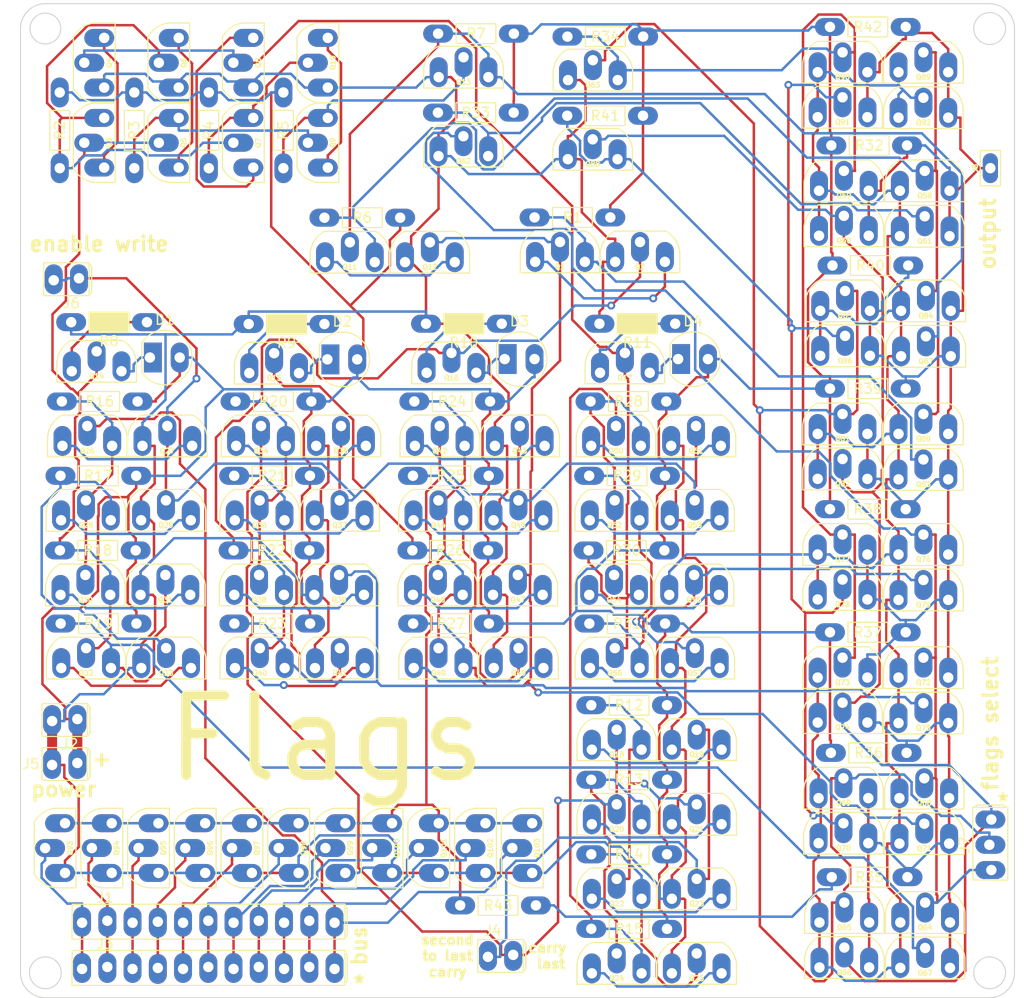
<source format=kicad_pcb>
(kicad_pcb (version 20171130) (host pcbnew 5.1.5+dfsg1-2build2)
  (layers (0 F.Cu signal) (31 B.Cu signal) (34 B.Paste user) (35 F.Paste user) (36 B.SilkS user) (37 F.SilkS user) (38 B.Mask user) (39 F.Mask user) (44 Edge.Cuts user))
  (net 0 "")
  (net 1 "Net-(D1-Pad1)")
  (net 2 +5V)
  (net 3 "Net-(D2-Pad1)")
  (net 4 "Net-(D3-Pad1)")
  (net 5 "Net-(D4-Pad1)")
  (net 6 /sheet63CF1DFC/a)
  (net 7 /sheet63CF1DFC/b)
  (net 8 /sheet63CF1DFC/c)
  (net 9 /sheet63CF1DFC/d)
  (net 10 /sheet63CF1DFC/e)
  (net 11 /sheet63CF1DFC/f)
  (net 12 /sheet63CF1DFC/g)
  (net 13 /sheet63CF1DFC/h)
  (net 14 /sheet63CF1DFC/i)
  (net 15 /sheet63CF1DFC/j)
  (net 16 /negative_flag)
  (net 17 GND)
  (net 18 /sheet63E9D75F/a)
  (net 19 /sheet63E9D75F/b)
  (net 20 /Sheet63CB6239/enable)
  (net 21 /Sheet63D613A0/ain)
  (net 22 /Sheet63D613A0/bin)
  (net 23 /Sheet63D613A0/cin)
  (net 24 /Sheet63D613A0/a)
  (net 25 /Sheet63D21ED8/n_unsigned_higher)
  (net 26 /Sheet63D613A0/ndata2)
  (net 27 "Net-(Q1-Pad1)")
  (net 28 /Sheet63D21ED8/c)
  (net 29 /Sheet63D21ED8/Sheet63D22B80/out_nand)
  (net 30 /Sheet63E3046A/in)
  (net 31 "Net-(Q3-Pad1)")
  (net 32 /sheet63E339A5/in)
  (net 33 /Sheet63D21ED8/Sheet63D22B80/sheet63BD432B/a)
  (net 34 "Net-(Q5-Pad1)")
  (net 35 /Sheet63D21ED8/Sheet63D22B80/sheet63BD432B/b)
  (net 36 "Net-(Q7-Pad1)")
  (net 37 /Sheet63D21ED8/Sheet63E04537/in)
  (net 38 "Net-(Q10-Pad3)")
  (net 39 /Sheet63D21ED8/n_signed_greater_than)
  (net 40 /Sheet63D21ED8/n_signed_less)
  (net 41 "Net-(Q11-Pad1)")
  (net 42 "Net-(Q14-Pad1)")
  (net 43 /sheet63E30CE5/in)
  (net 44 "Net-(Q15-Pad1)")
  (net 45 "Net-(Q16-Pad1)")
  (net 46 "Net-(Q17-Pad1)")
  (net 47 "Net-(Q18-Pad1)")
  (net 48 /sheet63E9D75F/out_nand)
  (net 49 "Net-(Q20-Pad1)")
  (net 50 /sheet63E9D75F/sheet63BD432B/a)
  (net 51 "Net-(Q22-Pad1)")
  (net 52 /sheet63E9D75F/sheet63BD432B/b)
  (net 53 "Net-(Q24-Pad1)")
  (net 54 /Sheet63CB6239/d)
  (net 55 "Net-(Q26-Pad1)")
  (net 56 /Sheet63CB6239/Sheet63D449F3/sheet63B947AC/a)
  (net 57 "Net-(Q28-Pad1)")
  (net 58 /Sheet63CB6239/Sheet63D449F3/sheet63B94918/b)
  (net 59 "Net-(Q30-Pad1)")
  (net 60 /Sheet63D613A0/ndata1)
  (net 61 "Net-(Q32-Pad1)")
  (net 62 /Sheet63CB6239/sheet63D454C7/sheet63B947AC/a)
  (net 63 "Net-(Q34-Pad1)")
  (net 64 /Sheet63CB6239/sheet63D454C7/sheet63B94918/b)
  (net 65 "Net-(Q36-Pad1)")
  (net 66 "Net-(Q38-Pad1)")
  (net 67 /Sheet63D21ED8/nc)
  (net 68 "Net-(Q40-Pad1)")
  (net 69 /Sheet63CB6239/sheet63D4506C/sheet63B947AC/a)
  (net 70 /zero_flag)
  (net 71 "Net-(Q42-Pad1)")
  (net 72 "Net-(Q44-Pad1)")
  (net 73 /Sheet63CB6239/sheet63D4506C/sheet63B94918/b)
  (net 74 "Net-(Q46-Pad1)")
  (net 75 "Net-(Q48-Pad1)")
  (net 76 /Sheet63CB6239/sheet63D454C8/sheet63B947AC/a)
  (net 77 "Net-(Q50-Pad1)")
  (net 78 /Sheet63CB6239/sheet63D454C8/sheet63B94918/b)
  (net 79 "Net-(Q52-Pad1)")
  (net 80 "Net-(Q54-Pad1)")
  (net 81 /Sheet63D613A0/ndata4)
  (net 82 "Net-(Q56-Pad1)")
  (net 83 /Sheet63D613A0/sheet63DAF0ED/a)
  (net 84 /Sheet63D613A0/sheet63DAF0ED/b)
  (net 85 /Sheet63D613A0/sheet63DAF0ED/c)
  (module processor2:led_5mm_tight (layer F.Cu) (at 64.516 85.598)
    (fp_text reference D1 (at 0 -3.81) (layer F.SilkS))
    (fp_text value LED)
    (pad 1 thru_hole rect (at -1.5 0) (size 1.8 3) (drill 1.05 (offset 0.3 0)) (layers *.Cu *.Mask) (net 1 "Net-(D1-Pad1)"))
    (pad 2 thru_hole oval (at 1.5 0) (size 1.8 3) (drill 1.05) (layers *.Cu *.Mask) (net 2 +5V))
  )
  (module processor2:led_5mm_tight (layer F.Cu) (at 82.374 85.782)
    (fp_text reference D2 (at 0 -3.81) (layer F.SilkS))
    (fp_text value LED)
    (pad 2 thru_hole oval (at 1.5 0) (size 1.8 3) (drill 1.05) (layers *.Cu *.Mask) (net 2 +5V))
    (pad 1 thru_hole rect (at -1.5 0) (size 1.8 3) (drill 1.05 (offset 0.3 0)) (layers *.Cu *.Mask) (net 3 "Net-(D2-Pad1)"))
  )
  (module processor2:led_5mm_tight (layer F.Cu) (at 100.214 85.754)
    (fp_text reference D3 (at 0 -3.81) (layer F.SilkS))
    (fp_text value LED)
    (pad 2 thru_hole oval (at 1.5 0) (size 1.8 3) (drill 1.05) (layers *.Cu *.Mask) (net 2 +5V))
    (pad 1 thru_hole rect (at -1.5 0) (size 1.8 3) (drill 1.05 (offset 0.3 0)) (layers *.Cu *.Mask) (net 4 "Net-(D3-Pad1)"))
  )
  (module processor2:led_5mm_tight (layer F.Cu) (at 117.662 85.754)
    (fp_text reference D4 (at 0 -3.81) (layer F.SilkS))
    (fp_text value LED)
    (pad 1 thru_hole rect (at -1.5 0) (size 1.8 3) (drill 1.05 (offset 0.3 0)) (layers *.Cu *.Mask) (net 5 "Net-(D4-Pad1)"))
    (pad 2 thru_hole oval (at 1.5 0) (size 1.8 3) (drill 1.05) (layers *.Cu *.Mask) (net 2 +5V))
  )
  (module processor2:11pin_tight (layer F.Cu) (at 56.194 142.362)
    (fp_text reference J1 (at 2.3114 -2.413) (layer F.SilkS))
    (fp_text value Conn_01x11_Male)
    (pad 1 thru_hole oval (at 0 0.1) (size 1.8 3) (drill 1.05 (offset 0 -0.1)) (layers *.Cu *.Mask) (net 6 /sheet63CF1DFC/a))
    (pad 2 thru_hole oval (at 2.54 -0.1) (size 1.8 3) (drill 1.05 (offset 0 0.1)) (layers *.Cu *.Mask) (net 7 /sheet63CF1DFC/b))
    (pad 3 thru_hole oval (at 5.08 0.1) (size 1.8 3) (drill 1.05 (offset 0 -0.1)) (layers *.Cu *.Mask) (net 8 /sheet63CF1DFC/c))
    (pad 4 thru_hole oval (at 7.62 0) (size 1.8 3) (drill 1.05 (offset 0 0.1)) (layers *.Cu *.Mask) (net 9 /sheet63CF1DFC/d))
    (pad 5 thru_hole oval (at 10.16 0.1) (size 1.8 3) (drill 1.05 (offset 0 -0.1)) (layers *.Cu *.Mask) (net 10 /sheet63CF1DFC/e))
    (pad 6 thru_hole oval (at 12.7 -0.1) (size 1.8 3) (drill 1.05 (offset 0 0.1)) (layers *.Cu *.Mask) (net 11 /sheet63CF1DFC/f))
    (pad 7 thru_hole oval (at 15.24 0.1) (size 1.8 3) (drill 1.05 (offset 0 -0.1)) (layers *.Cu *.Mask) (net 12 /sheet63CF1DFC/g))
    (pad 8 thru_hole oval (at 17.78 -0.1) (size 1.8 3) (drill 1.05 (offset 0 0.1)) (layers *.Cu *.Mask) (net 13 /sheet63CF1DFC/h))
    (pad 9 thru_hole oval (at 20.32 0.1) (size 1.8 3) (drill 1.05 (offset 0 -0.1)) (layers *.Cu *.Mask) (net 14 /sheet63CF1DFC/i))
    (pad 10 thru_hole oval (at 22.86 -0.1) (size 1.8 3) (drill 1.05 (offset 0 0.1)) (layers *.Cu *.Mask) (net 15 /sheet63CF1DFC/j))
    (pad 11 thru_hole oval (at 25.4 0.1) (size 1.8 3) (drill 1.05 (offset 0 -0.1)) (layers *.Cu *.Mask) (net 16 /negative_flag))
  )
  (module processor2:2pin_tight (layer F.Cu) (at 55.72 122.071)
    (fp_text reference J2 (at -0.762 2.413) (layer F.SilkS))
    (fp_text value Conn_01x02_Male)
    (pad 2 thru_hole oval (at -2.54 0.1) (size 1.8 3) (drill 1.05 (offset 0 -0.1)) (layers *.Cu *.Mask) (net 17 GND))
    (pad 1 thru_hole oval (at 0 -0.1) (size 1.8 3) (drill 1.05 (offset 0 0.1)) (layers *.Cu *.Mask) (net 2 +5V))
  )
  (module processor2:11pin_tight (layer F.Cu) (at 56.194 147.012)
    (fp_text reference J3 (at 2.3114 -2.413) (layer F.SilkS))
    (fp_text value Conn_01x11_Male)
    (pad 11 thru_hole oval (at 25.4 0.1) (size 1.8 3) (drill 1.05 (offset 0 -0.1)) (layers *.Cu *.Mask) (net 16 /negative_flag))
    (pad 10 thru_hole oval (at 22.86 -0.1) (size 1.8 3) (drill 1.05 (offset 0 0.1)) (layers *.Cu *.Mask) (net 15 /sheet63CF1DFC/j))
    (pad 9 thru_hole oval (at 20.32 0.1) (size 1.8 3) (drill 1.05 (offset 0 -0.1)) (layers *.Cu *.Mask) (net 14 /sheet63CF1DFC/i))
    (pad 8 thru_hole oval (at 17.78 -0.1) (size 1.8 3) (drill 1.05 (offset 0 0.1)) (layers *.Cu *.Mask) (net 13 /sheet63CF1DFC/h))
    (pad 7 thru_hole oval (at 15.24 0.1) (size 1.8 3) (drill 1.05 (offset 0 -0.1)) (layers *.Cu *.Mask) (net 12 /sheet63CF1DFC/g))
    (pad 6 thru_hole oval (at 12.7 -0.1) (size 1.8 3) (drill 1.05 (offset 0 0.1)) (layers *.Cu *.Mask) (net 11 /sheet63CF1DFC/f))
    (pad 5 thru_hole oval (at 10.16 0.1) (size 1.8 3) (drill 1.05 (offset 0 -0.1)) (layers *.Cu *.Mask) (net 10 /sheet63CF1DFC/e))
    (pad 4 thru_hole oval (at 7.62 0) (size 1.8 3) (drill 1.05 (offset 0 0.1)) (layers *.Cu *.Mask) (net 9 /sheet63CF1DFC/d))
    (pad 3 thru_hole oval (at 5.08 0.1) (size 1.8 3) (drill 1.05 (offset 0 -0.1)) (layers *.Cu *.Mask) (net 8 /sheet63CF1DFC/c))
    (pad 2 thru_hole oval (at 2.54 -0.1) (size 1.8 3) (drill 1.05 (offset 0 0.1)) (layers *.Cu *.Mask) (net 7 /sheet63CF1DFC/b))
    (pad 1 thru_hole oval (at 0 0.1) (size 1.8 3) (drill 1.05 (offset 0 -0.1)) (layers *.Cu *.Mask) (net 6 /sheet63CF1DFC/a))
  )
  (module processor2:2pin_tight (layer F.Cu) (at 99.568 145.796)
    (fp_text reference J4 (at -2.032 -2.54) (layer F.SilkS))
    (fp_text value Conn_01x02_Male)
    (pad 1 thru_hole oval (at 0 -0.1) (size 1.8 3) (drill 1.05 (offset 0 0.1)) (layers *.Cu *.Mask) (net 18 /sheet63E9D75F/a))
    (pad 2 thru_hole oval (at -2.54 0.1) (size 1.8 3) (drill 1.05 (offset 0 -0.1)) (layers *.Cu *.Mask) (net 19 /sheet63E9D75F/b))
  )
  (module processor2:2pin_tight (layer F.Cu) (at 55.72 126.491)
    (fp_text reference J5 (at -4.666 0.001) (layer F.SilkS))
    (fp_text value Conn_01x02_Male)
    (pad 1 thru_hole oval (at 0 -0.1) (size 1.8 3) (drill 1.05 (offset 0 0.1)) (layers *.Cu *.Mask) (net 2 +5V))
    (pad 2 thru_hole oval (at -2.54 0.1) (size 1.8 3) (drill 1.05 (offset 0 -0.1)) (layers *.Cu *.Mask) (net 17 GND))
  )
  (module processor2:2pin_tight (layer F.Cu) (at 55.88 77.724)
    (fp_text reference J6 (at -0.762 2.413) (layer F.SilkS))
    (fp_text value Conn_01x02_Male)
    (pad 2 thru_hole oval (at -2.54 0.1) (size 1.8 3) (drill 1.05 (offset 0 -0.1)) (layers *.Cu *.Mask) (net 20 /Sheet63CB6239/enable))
    (pad 1 thru_hole oval (at 0 -0.1) (size 1.8 3) (drill 1.05 (offset 0 0.1)) (layers *.Cu *.Mask) (net 20 /Sheet63CB6239/enable))
  )
  (module processor2:3pin_tight (layer F.Cu) (at 147.574 137.16 90)
    (fp_text reference J7 (at 2.54 -2.6035 90) (layer F.SilkS))
    (fp_text value Conn_01x03_Male)
    (pad 1 thru_hole oval (at 0 0.1 90) (size 1.8 3) (drill 1.05 (offset 0 -0.1)) (layers *.Cu *.Mask) (net 21 /Sheet63D613A0/ain))
    (pad 2 thru_hole oval (at 2.54 -0.1 90) (size 1.8 3) (drill 1.05 (offset 0 0.1)) (layers *.Cu *.Mask) (net 22 /Sheet63D613A0/bin))
    (pad 3 thru_hole oval (at 5.08 0.1 90) (size 1.8 3) (drill 1.05 (offset 0 -0.1)) (layers *.Cu *.Mask) (net 23 /Sheet63D613A0/cin))
  )
  (module processor2:1pin (layer F.Cu) (at 147.574 66.548 90)
    (fp_text reference J8 (at 0 -1.524 90) (layer F.SilkS) (effects (font (size 0.5 0.5) (thickness 0.125))))
    (fp_text value Conn_01x01_Male)
    (pad 1 thru_hole oval (at 0 0 90) (size 3 1.524) (drill 1.05) (layers *.Cu *.Mask) (net 24 /Sheet63D613A0/a))
  )
  (module processor2:2n7000_tight (layer F.Cu) (at 104.278 74.9735)
    (fp_text reference Q1 (at 0 1.5) (layer F.SilkS) (effects (font (size 0.5 0.5) (thickness 0.125))))
    (fp_text value 2N7000)
    (pad 3 thru_hole oval (at 2.5 1) (size 1.8 3) (drill 1.05 (offset 0 -0.5)) (layers *.Cu *.Mask) (net 25 /Sheet63D21ED8/n_unsigned_higher))
    (pad 2 thru_hole oval (at 0 -1) (size 1.8 3) (drill 1.05 (offset 0 0.5)) (layers *.Cu *.Mask) (net 26 /Sheet63D613A0/ndata2))
    (pad 1 thru_hole oval (at -2.5 1) (size 1.8 3) (drill 1.05 (offset 0 -0.5)) (layers *.Cu *.Mask) (net 27 "Net-(Q1-Pad1)"))
  )
  (module processor2:2n7000_tight (layer F.Cu) (at 112.328 74.9735)
    (fp_text reference Q2 (at 0 1.5) (layer F.SilkS) (effects (font (size 0.5 0.5) (thickness 0.125))))
    (fp_text value 2N7000)
    (pad 1 thru_hole oval (at -2.5 1) (size 1.8 3) (drill 1.05 (offset 0 -0.5)) (layers *.Cu *.Mask) (net 17 GND))
    (pad 2 thru_hole oval (at 0 -1) (size 1.8 3) (drill 1.05 (offset 0 0.5)) (layers *.Cu *.Mask) (net 28 /Sheet63D21ED8/c))
    (pad 3 thru_hole oval (at 2.5 1) (size 1.8 3) (drill 1.05 (offset 0 -0.5)) (layers *.Cu *.Mask) (net 27 "Net-(Q1-Pad1)"))
  )
  (module processor2:2n7000_tight (layer F.Cu) (at 57.4175 63.99 90)
    (fp_text reference Q3 (at 0 1.5 90) (layer F.SilkS) (effects (font (size 0.5 0.5) (thickness 0.125))))
    (fp_text value 2N7000)
    (pad 3 thru_hole oval (at 2.5 1 90) (size 1.8 3) (drill 1.05 (offset 0 -0.5)) (layers *.Cu *.Mask) (net 29 /Sheet63D21ED8/Sheet63D22B80/out_nand))
    (pad 2 thru_hole oval (at 0 -1 90) (size 1.8 3) (drill 1.05 (offset 0 0.5)) (layers *.Cu *.Mask) (net 30 /Sheet63E3046A/in))
    (pad 1 thru_hole oval (at -2.5 1 90) (size 1.8 3) (drill 1.05 (offset 0 -0.5)) (layers *.Cu *.Mask) (net 31 "Net-(Q3-Pad1)"))
  )
  (module processor2:2n7000_tight (layer F.Cu) (at 57.4175 55.94 90)
    (fp_text reference Q4 (at 0 1.5 90) (layer F.SilkS) (effects (font (size 0.5 0.5) (thickness 0.125))))
    (fp_text value 2N7000)
    (pad 1 thru_hole oval (at -2.5 1 90) (size 1.8 3) (drill 1.05 (offset 0 -0.5)) (layers *.Cu *.Mask) (net 17 GND))
    (pad 2 thru_hole oval (at 0 -1 90) (size 1.8 3) (drill 1.05 (offset 0 0.5)) (layers *.Cu *.Mask) (net 32 /sheet63E339A5/in))
    (pad 3 thru_hole oval (at 2.5 1 90) (size 1.8 3) (drill 1.05 (offset 0 -0.5)) (layers *.Cu *.Mask) (net 31 "Net-(Q3-Pad1)"))
  )
  (module processor2:2n7000_tight (layer F.Cu) (at 64.9175 63.99 90)
    (fp_text reference Q5 (at 0 1.5 90) (layer F.SilkS) (effects (font (size 0.5 0.5) (thickness 0.125))))
    (fp_text value 2N7000)
    (pad 3 thru_hole oval (at 2.5 1 90) (size 1.8 3) (drill 1.05 (offset 0 -0.5)) (layers *.Cu *.Mask) (net 33 /Sheet63D21ED8/Sheet63D22B80/sheet63BD432B/a))
    (pad 2 thru_hole oval (at 0 -1 90) (size 1.8 3) (drill 1.05 (offset 0 0.5)) (layers *.Cu *.Mask) (net 30 /Sheet63E3046A/in))
    (pad 1 thru_hole oval (at -2.5 1 90) (size 1.8 3) (drill 1.05 (offset 0 -0.5)) (layers *.Cu *.Mask) (net 34 "Net-(Q5-Pad1)"))
  )
  (module processor2:2n7000_tight (layer F.Cu) (at 64.9175 55.94 90)
    (fp_text reference Q6 (at 0 1.5 90) (layer F.SilkS) (effects (font (size 0.5 0.5) (thickness 0.125))))
    (fp_text value 2N7000)
    (pad 1 thru_hole oval (at -2.5 1 90) (size 1.8 3) (drill 1.05 (offset 0 -0.5)) (layers *.Cu *.Mask) (net 17 GND))
    (pad 2 thru_hole oval (at 0 -1 90) (size 1.8 3) (drill 1.05 (offset 0 0.5)) (layers *.Cu *.Mask) (net 29 /Sheet63D21ED8/Sheet63D22B80/out_nand))
    (pad 3 thru_hole oval (at 2.5 1 90) (size 1.8 3) (drill 1.05 (offset 0 -0.5)) (layers *.Cu *.Mask) (net 34 "Net-(Q5-Pad1)"))
  )
  (module processor2:2n7000_tight (layer F.Cu) (at 72.4175 63.99 90)
    (fp_text reference Q7 (at 0 1.5 90) (layer F.SilkS) (effects (font (size 0.5 0.5) (thickness 0.125))))
    (fp_text value 2N7000)
    (pad 3 thru_hole oval (at 2.5 1 90) (size 1.8 3) (drill 1.05 (offset 0 -0.5)) (layers *.Cu *.Mask) (net 35 /Sheet63D21ED8/Sheet63D22B80/sheet63BD432B/b))
    (pad 2 thru_hole oval (at 0 -1 90) (size 1.8 3) (drill 1.05 (offset 0 0.5)) (layers *.Cu *.Mask) (net 29 /Sheet63D21ED8/Sheet63D22B80/out_nand))
    (pad 1 thru_hole oval (at -2.5 1 90) (size 1.8 3) (drill 1.05 (offset 0 -0.5)) (layers *.Cu *.Mask) (net 36 "Net-(Q7-Pad1)"))
  )
  (module processor2:2n7000_tight (layer F.Cu) (at 72.4175 55.94 90)
    (fp_text reference Q8 (at 0 1.5 90) (layer F.SilkS) (effects (font (size 0.5 0.5) (thickness 0.125))))
    (fp_text value 2N7000)
    (pad 1 thru_hole oval (at -2.5 1 90) (size 1.8 3) (drill 1.05 (offset 0 -0.5)) (layers *.Cu *.Mask) (net 17 GND))
    (pad 2 thru_hole oval (at 0 -1 90) (size 1.8 3) (drill 1.05 (offset 0 0.5)) (layers *.Cu *.Mask) (net 32 /sheet63E339A5/in))
    (pad 3 thru_hole oval (at 2.5 1 90) (size 1.8 3) (drill 1.05 (offset 0 -0.5)) (layers *.Cu *.Mask) (net 36 "Net-(Q7-Pad1)"))
  )
  (module processor2:2n7000_tight (layer F.Cu) (at 79.9175 63.99 90)
    (fp_text reference Q9 (at 0 1.5 90) (layer F.SilkS) (effects (font (size 0.5 0.5) (thickness 0.125))))
    (fp_text value 2N7000)
    (pad 3 thru_hole oval (at 2.5 1 90) (size 1.8 3) (drill 1.05 (offset 0 -0.5)) (layers *.Cu *.Mask) (net 37 /Sheet63D21ED8/Sheet63E04537/in))
    (pad 2 thru_hole oval (at 0 -1 90) (size 1.8 3) (drill 1.05 (offset 0 0.5)) (layers *.Cu *.Mask) (net 33 /Sheet63D21ED8/Sheet63D22B80/sheet63BD432B/a))
    (pad 1 thru_hole oval (at -2.5 1 90) (size 1.8 3) (drill 1.05 (offset 0 -0.5)) (layers *.Cu *.Mask) (net 38 "Net-(Q10-Pad3)"))
  )
  (module processor2:2n7000_tight (layer F.Cu) (at 79.9175 55.94 90)
    (fp_text reference Q10 (at 0 1.5 90) (layer F.SilkS) (effects (font (size 0.5 0.5) (thickness 0.125))))
    (fp_text value 2N7000)
    (pad 1 thru_hole oval (at -2.5 1 90) (size 1.8 3) (drill 1.05 (offset 0 -0.5)) (layers *.Cu *.Mask) (net 17 GND))
    (pad 2 thru_hole oval (at 0 -1 90) (size 1.8 3) (drill 1.05 (offset 0 0.5)) (layers *.Cu *.Mask) (net 35 /Sheet63D21ED8/Sheet63D22B80/sheet63BD432B/b))
    (pad 3 thru_hole oval (at 2.5 1 90) (size 1.8 3) (drill 1.05 (offset 0 -0.5)) (layers *.Cu *.Mask) (net 38 "Net-(Q10-Pad3)"))
  )
  (module processor2:2n7000_tight (layer F.Cu) (at 83.136 75.0015)
    (fp_text reference Q11 (at 0 1.5) (layer F.SilkS) (effects (font (size 0.5 0.5) (thickness 0.125))))
    (fp_text value 2N7000)
    (pad 3 thru_hole oval (at 2.5 1) (size 1.8 3) (drill 1.05 (offset 0 -0.5)) (layers *.Cu *.Mask) (net 39 /Sheet63D21ED8/n_signed_greater_than))
    (pad 2 thru_hole oval (at 0 -1) (size 1.8 3) (drill 1.05 (offset 0 0.5)) (layers *.Cu *.Mask) (net 40 /Sheet63D21ED8/n_signed_less))
    (pad 1 thru_hole oval (at -2.5 1) (size 1.8 3) (drill 1.05 (offset 0 -0.5)) (layers *.Cu *.Mask) (net 41 "Net-(Q11-Pad1)"))
  )
  (module processor2:2n7000_tight (layer F.Cu) (at 91.186 75.0015)
    (fp_text reference Q12 (at 0 1.5) (layer F.SilkS) (effects (font (size 0.5 0.5) (thickness 0.125))))
    (fp_text value 2N7000)
    (pad 1 thru_hole oval (at -2.5 1) (size 1.8 3) (drill 1.05 (offset 0 -0.5)) (layers *.Cu *.Mask) (net 17 GND))
    (pad 2 thru_hole oval (at 0 -1) (size 1.8 3) (drill 1.05 (offset 0 0.5)) (layers *.Cu *.Mask) (net 26 /Sheet63D613A0/ndata2))
    (pad 3 thru_hole oval (at 2.5 1) (size 1.8 3) (drill 1.05 (offset 0 -0.5)) (layers *.Cu *.Mask) (net 41 "Net-(Q11-Pad1)"))
  )
  (module processor2:2n7000_tight (layer F.Cu) (at 94.574 56.388)
    (fp_text reference Q13 (at 0 1.5) (layer F.SilkS) (effects (font (size 0.5 0.5) (thickness 0.125))))
    (fp_text value 2N7000)
    (pad 3 thru_hole oval (at 2.5 1) (size 1.8 3) (drill 1.05 (offset 0 -0.5)) (layers *.Cu *.Mask) (net 40 /Sheet63D21ED8/n_signed_less))
    (pad 2 thru_hole oval (at 0 -1) (size 1.8 3) (drill 1.05 (offset 0 0.5)) (layers *.Cu *.Mask) (net 37 /Sheet63D21ED8/Sheet63E04537/in))
    (pad 1 thru_hole oval (at -2.5 1) (size 1.8 3) (drill 1.05 (offset 0 -0.5)) (layers *.Cu *.Mask) (net 17 GND))
  )
  (module processor2:2n7000_tight (layer F.Cu) (at 57.658 85.9775)
    (fp_text reference Q14 (at 0 1.5) (layer F.SilkS) (effects (font (size 0.5 0.5) (thickness 0.125))))
    (fp_text value 2N7000)
    (pad 3 thru_hole oval (at 2.5 1) (size 1.8 3) (drill 1.05 (offset 0 -0.5)) (layers *.Cu *.Mask) (net 1 "Net-(D1-Pad1)"))
    (pad 2 thru_hole oval (at 0 -1) (size 1.8 3) (drill 1.05 (offset 0 0.5)) (layers *.Cu *.Mask) (net 30 /Sheet63E3046A/in))
    (pad 1 thru_hole oval (at -2.5 1) (size 1.8 3) (drill 1.05 (offset 0 -0.5)) (layers *.Cu *.Mask) (net 42 "Net-(Q14-Pad1)"))
  )
  (module processor2:2n7000_tight (layer F.Cu) (at 75.516 86.1615)
    (fp_text reference Q15 (at 0 1.5) (layer F.SilkS) (effects (font (size 0.5 0.5) (thickness 0.125))))
    (fp_text value 2N7000)
    (pad 3 thru_hole oval (at 2.5 1) (size 1.8 3) (drill 1.05 (offset 0 -0.5)) (layers *.Cu *.Mask) (net 3 "Net-(D2-Pad1)"))
    (pad 2 thru_hole oval (at 0 -1) (size 1.8 3) (drill 1.05 (offset 0 0.5)) (layers *.Cu *.Mask) (net 43 /sheet63E30CE5/in))
    (pad 1 thru_hole oval (at -2.5 1) (size 1.8 3) (drill 1.05 (offset 0 -0.5)) (layers *.Cu *.Mask) (net 44 "Net-(Q15-Pad1)"))
  )
  (module processor2:2n7000_tight (layer F.Cu) (at 93.356 86.1335)
    (fp_text reference Q16 (at 0 1.5) (layer F.SilkS) (effects (font (size 0.5 0.5) (thickness 0.125))))
    (fp_text value 2N7000)
    (pad 1 thru_hole oval (at -2.5 1) (size 1.8 3) (drill 1.05 (offset 0 -0.5)) (layers *.Cu *.Mask) (net 45 "Net-(Q16-Pad1)"))
    (pad 2 thru_hole oval (at 0 -1) (size 1.8 3) (drill 1.05 (offset 0 0.5)) (layers *.Cu *.Mask) (net 28 /Sheet63D21ED8/c))
    (pad 3 thru_hole oval (at 2.5 1) (size 1.8 3) (drill 1.05 (offset 0 -0.5)) (layers *.Cu *.Mask) (net 4 "Net-(D3-Pad1)"))
  )
  (module processor2:2n7000_tight (layer F.Cu) (at 110.804 86.1335)
    (fp_text reference Q17 (at 0 1.5) (layer F.SilkS) (effects (font (size 0.5 0.5) (thickness 0.125))))
    (fp_text value 2N7000)
    (pad 3 thru_hole oval (at 2.5 1) (size 1.8 3) (drill 1.05 (offset 0 -0.5)) (layers *.Cu *.Mask) (net 5 "Net-(D4-Pad1)"))
    (pad 2 thru_hole oval (at 0 -1) (size 1.8 3) (drill 1.05 (offset 0 0.5)) (layers *.Cu *.Mask) (net 32 /sheet63E339A5/in))
    (pad 1 thru_hole oval (at -2.5 1) (size 1.8 3) (drill 1.05 (offset 0 -0.5)) (layers *.Cu *.Mask) (net 46 "Net-(Q17-Pad1)"))
  )
  (module processor2:2n7000_tight (layer F.Cu) (at 109.982 124.05)
    (fp_text reference Q18 (at 0 1.5) (layer F.SilkS) (effects (font (size 0.5 0.5) (thickness 0.125))))
    (fp_text value 2N7000)
    (pad 1 thru_hole oval (at -2.5 1) (size 1.8 3) (drill 1.05 (offset 0 -0.5)) (layers *.Cu *.Mask) (net 47 "Net-(Q18-Pad1)"))
    (pad 2 thru_hole oval (at 0 -1) (size 1.8 3) (drill 1.05 (offset 0 0.5)) (layers *.Cu *.Mask) (net 18 /sheet63E9D75F/a))
    (pad 3 thru_hole oval (at 2.5 1) (size 1.8 3) (drill 1.05 (offset 0 -0.5)) (layers *.Cu *.Mask) (net 48 /sheet63E9D75F/out_nand))
  )
  (module processor2:2n7000_tight (layer F.Cu) (at 118.032 124.05)
    (fp_text reference Q19 (at 0 1.5) (layer F.SilkS) (effects (font (size 0.5 0.5) (thickness 0.125))))
    (fp_text value 2N7000)
    (pad 3 thru_hole oval (at 2.5 1) (size 1.8 3) (drill 1.05 (offset 0 -0.5)) (layers *.Cu *.Mask) (net 47 "Net-(Q18-Pad1)"))
    (pad 2 thru_hole oval (at 0 -1) (size 1.8 3) (drill 1.05 (offset 0 0.5)) (layers *.Cu *.Mask) (net 19 /sheet63E9D75F/b))
    (pad 1 thru_hole oval (at -2.5 1) (size 1.8 3) (drill 1.05 (offset 0 -0.5)) (layers *.Cu *.Mask) (net 17 GND))
  )
  (module processor2:2n7000_tight (layer F.Cu) (at 109.982 131.55)
    (fp_text reference Q20 (at 0 1.5) (layer F.SilkS) (effects (font (size 0.5 0.5) (thickness 0.125))))
    (fp_text value 2N7000)
    (pad 1 thru_hole oval (at -2.5 1) (size 1.8 3) (drill 1.05 (offset 0 -0.5)) (layers *.Cu *.Mask) (net 49 "Net-(Q20-Pad1)"))
    (pad 2 thru_hole oval (at 0 -1) (size 1.8 3) (drill 1.05 (offset 0 0.5)) (layers *.Cu *.Mask) (net 18 /sheet63E9D75F/a))
    (pad 3 thru_hole oval (at 2.5 1) (size 1.8 3) (drill 1.05 (offset 0 -0.5)) (layers *.Cu *.Mask) (net 50 /sheet63E9D75F/sheet63BD432B/a))
  )
  (module processor2:2n7000_tight (layer F.Cu) (at 118.032 131.55)
    (fp_text reference Q21 (at 0 1.5) (layer F.SilkS) (effects (font (size 0.5 0.5) (thickness 0.125))))
    (fp_text value 2N7000)
    (pad 3 thru_hole oval (at 2.5 1) (size 1.8 3) (drill 1.05 (offset 0 -0.5)) (layers *.Cu *.Mask) (net 49 "Net-(Q20-Pad1)"))
    (pad 2 thru_hole oval (at 0 -1) (size 1.8 3) (drill 1.05 (offset 0 0.5)) (layers *.Cu *.Mask) (net 48 /sheet63E9D75F/out_nand))
    (pad 1 thru_hole oval (at -2.5 1) (size 1.8 3) (drill 1.05 (offset 0 -0.5)) (layers *.Cu *.Mask) (net 17 GND))
  )
  (module processor2:2n7000_tight (layer F.Cu) (at 109.982 139.05)
    (fp_text reference Q22 (at 0 1.5) (layer F.SilkS) (effects (font (size 0.5 0.5) (thickness 0.125))))
    (fp_text value 2N7000)
    (pad 1 thru_hole oval (at -2.5 1) (size 1.8 3) (drill 1.05 (offset 0 -0.5)) (layers *.Cu *.Mask) (net 51 "Net-(Q22-Pad1)"))
    (pad 2 thru_hole oval (at 0 -1) (size 1.8 3) (drill 1.05 (offset 0 0.5)) (layers *.Cu *.Mask) (net 48 /sheet63E9D75F/out_nand))
    (pad 3 thru_hole oval (at 2.5 1) (size 1.8 3) (drill 1.05 (offset 0 -0.5)) (layers *.Cu *.Mask) (net 52 /sheet63E9D75F/sheet63BD432B/b))
  )
  (module processor2:2n7000_tight (layer F.Cu) (at 118.032 139.05)
    (fp_text reference Q23 (at 0 1.5) (layer F.SilkS) (effects (font (size 0.5 0.5) (thickness 0.125))))
    (fp_text value 2N7000)
    (pad 3 thru_hole oval (at 2.5 1) (size 1.8 3) (drill 1.05 (offset 0 -0.5)) (layers *.Cu *.Mask) (net 51 "Net-(Q22-Pad1)"))
    (pad 2 thru_hole oval (at 0 -1) (size 1.8 3) (drill 1.05 (offset 0 0.5)) (layers *.Cu *.Mask) (net 19 /sheet63E9D75F/b))
    (pad 1 thru_hole oval (at -2.5 1) (size 1.8 3) (drill 1.05 (offset 0 -0.5)) (layers *.Cu *.Mask) (net 17 GND))
  )
  (module processor2:2n7000_tight (layer F.Cu) (at 109.982 146.55)
    (fp_text reference Q24 (at 0 1.5) (layer F.SilkS) (effects (font (size 0.5 0.5) (thickness 0.125))))
    (fp_text value 2N7000)
    (pad 1 thru_hole oval (at -2.5 1) (size 1.8 3) (drill 1.05 (offset 0 -0.5)) (layers *.Cu *.Mask) (net 53 "Net-(Q24-Pad1)"))
    (pad 2 thru_hole oval (at 0 -1) (size 1.8 3) (drill 1.05 (offset 0 0.5)) (layers *.Cu *.Mask) (net 50 /sheet63E9D75F/sheet63BD432B/a))
    (pad 3 thru_hole oval (at 2.5 1) (size 1.8 3) (drill 1.05 (offset 0 -0.5)) (layers *.Cu *.Mask) (net 54 /Sheet63CB6239/d))
  )
  (module processor2:2n7000_tight (layer F.Cu) (at 118.032 146.55)
    (fp_text reference Q25 (at 0 1.5) (layer F.SilkS) (effects (font (size 0.5 0.5) (thickness 0.125))))
    (fp_text value 2N7000)
    (pad 3 thru_hole oval (at 2.5 1) (size 1.8 3) (drill 1.05 (offset 0 -0.5)) (layers *.Cu *.Mask) (net 53 "Net-(Q24-Pad1)"))
    (pad 2 thru_hole oval (at 0 -1) (size 1.8 3) (drill 1.05 (offset 0 0.5)) (layers *.Cu *.Mask) (net 52 /sheet63E9D75F/sheet63BD432B/b))
    (pad 1 thru_hole oval (at -2.5 1) (size 1.8 3) (drill 1.05 (offset 0 -0.5)) (layers *.Cu *.Mask) (net 17 GND))
  )
  (module processor2:2n7000_tight (layer F.Cu) (at 56.72 93.4875)
    (fp_text reference Q26 (at 0 1.5) (layer F.SilkS) (effects (font (size 0.5 0.5) (thickness 0.125))))
    (fp_text value 2N7000)
    (pad 1 thru_hole oval (at -2.5 1) (size 1.8 3) (drill 1.05 (offset 0 -0.5)) (layers *.Cu *.Mask) (net 55 "Net-(Q26-Pad1)"))
    (pad 2 thru_hole oval (at 0 -1) (size 1.8 3) (drill 1.05 (offset 0 0.5)) (layers *.Cu *.Mask) (net 16 /negative_flag))
    (pad 3 thru_hole oval (at 2.5 1) (size 1.8 3) (drill 1.05 (offset 0 -0.5)) (layers *.Cu *.Mask) (net 56 /Sheet63CB6239/Sheet63D449F3/sheet63B947AC/a))
  )
  (module processor2:2n7000_tight (layer F.Cu) (at 64.77 93.4875)
    (fp_text reference Q27 (at 0 1.5) (layer F.SilkS) (effects (font (size 0.5 0.5) (thickness 0.125))))
    (fp_text value 2N7000)
    (pad 3 thru_hole oval (at 2.5 1) (size 1.8 3) (drill 1.05 (offset 0 -0.5)) (layers *.Cu *.Mask) (net 55 "Net-(Q26-Pad1)"))
    (pad 2 thru_hole oval (at 0 -1) (size 1.8 3) (drill 1.05 (offset 0 0.5)) (layers *.Cu *.Mask) (net 20 /Sheet63CB6239/enable))
    (pad 1 thru_hole oval (at -2.5 1) (size 1.8 3) (drill 1.05 (offset 0 -0.5)) (layers *.Cu *.Mask) (net 17 GND))
  )
  (module processor2:2n7000_tight (layer F.Cu) (at 56.582 100.97)
    (fp_text reference Q28 (at 0 1.5) (layer F.SilkS) (effects (font (size 0.5 0.5) (thickness 0.125))))
    (fp_text value 2N7000)
    (pad 1 thru_hole oval (at -2.5 1) (size 1.8 3) (drill 1.05 (offset 0 -0.5)) (layers *.Cu *.Mask) (net 57 "Net-(Q28-Pad1)"))
    (pad 2 thru_hole oval (at 0 -1) (size 1.8 3) (drill 1.05 (offset 0 0.5)) (layers *.Cu *.Mask) (net 56 /Sheet63CB6239/Sheet63D449F3/sheet63B947AC/a))
    (pad 3 thru_hole oval (at 2.5 1) (size 1.8 3) (drill 1.05 (offset 0 -0.5)) (layers *.Cu *.Mask) (net 58 /Sheet63CB6239/Sheet63D449F3/sheet63B94918/b))
  )
  (module processor2:2n7000_tight (layer F.Cu) (at 64.632 100.97)
    (fp_text reference Q29 (at 0 1.5) (layer F.SilkS) (effects (font (size 0.5 0.5) (thickness 0.125))))
    (fp_text value 2N7000)
    (pad 3 thru_hole oval (at 2.5 1) (size 1.8 3) (drill 1.05 (offset 0 -0.5)) (layers *.Cu *.Mask) (net 57 "Net-(Q28-Pad1)"))
    (pad 2 thru_hole oval (at 0 -1) (size 1.8 3) (drill 1.05 (offset 0 0.5)) (layers *.Cu *.Mask) (net 20 /Sheet63CB6239/enable))
    (pad 1 thru_hole oval (at -2.5 1) (size 1.8 3) (drill 1.05 (offset 0 -0.5)) (layers *.Cu *.Mask) (net 17 GND))
  )
  (module processor2:2n7000_tight (layer F.Cu) (at 56.526 108.474)
    (fp_text reference Q30 (at 0 1.5) (layer F.SilkS) (effects (font (size 0.5 0.5) (thickness 0.125))))
    (fp_text value 2N7000)
    (pad 1 thru_hole oval (at -2.5 1) (size 1.8 3) (drill 1.05 (offset 0 -0.5)) (layers *.Cu *.Mask) (net 59 "Net-(Q30-Pad1)"))
    (pad 2 thru_hole oval (at 0 -1) (size 1.8 3) (drill 1.05 (offset 0 0.5)) (layers *.Cu *.Mask) (net 56 /Sheet63CB6239/Sheet63D449F3/sheet63B947AC/a))
    (pad 3 thru_hole oval (at 2.5 1) (size 1.8 3) (drill 1.05 (offset 0 -0.5)) (layers *.Cu *.Mask) (net 30 /Sheet63E3046A/in))
  )
  (module processor2:2n7000_tight (layer F.Cu) (at 64.576 108.474)
    (fp_text reference Q31 (at 0 1.5) (layer F.SilkS) (effects (font (size 0.5 0.5) (thickness 0.125))))
    (fp_text value 2N7000)
    (pad 1 thru_hole oval (at -2.5 1) (size 1.8 3) (drill 1.05 (offset 0 -0.5)) (layers *.Cu *.Mask) (net 17 GND))
    (pad 2 thru_hole oval (at 0 -1) (size 1.8 3) (drill 1.05 (offset 0 0.5)) (layers *.Cu *.Mask) (net 60 /Sheet63D613A0/ndata1))
    (pad 3 thru_hole oval (at 2.5 1) (size 1.8 3) (drill 1.05 (offset 0 -0.5)) (layers *.Cu *.Mask) (net 59 "Net-(Q30-Pad1)"))
  )
  (module processor2:2n7000_tight (layer F.Cu) (at 56.6 115.836)
    (fp_text reference Q32 (at 0 1.5) (layer F.SilkS) (effects (font (size 0.5 0.5) (thickness 0.125))))
    (fp_text value 2N7000)
    (pad 3 thru_hole oval (at 2.5 1) (size 1.8 3) (drill 1.05 (offset 0 -0.5)) (layers *.Cu *.Mask) (net 60 /Sheet63D613A0/ndata1))
    (pad 2 thru_hole oval (at 0 -1) (size 1.8 3) (drill 1.05 (offset 0 0.5)) (layers *.Cu *.Mask) (net 30 /Sheet63E3046A/in))
    (pad 1 thru_hole oval (at -2.5 1) (size 1.8 3) (drill 1.05 (offset 0 -0.5)) (layers *.Cu *.Mask) (net 61 "Net-(Q32-Pad1)"))
  )
  (module processor2:2n7000_tight (layer F.Cu) (at 64.65 115.836)
    (fp_text reference Q33 (at 0 1.5) (layer F.SilkS) (effects (font (size 0.5 0.5) (thickness 0.125))))
    (fp_text value 2N7000)
    (pad 1 thru_hole oval (at -2.5 1) (size 1.8 3) (drill 1.05 (offset 0 -0.5)) (layers *.Cu *.Mask) (net 17 GND))
    (pad 2 thru_hole oval (at 0 -1) (size 1.8 3) (drill 1.05 (offset 0 0.5)) (layers *.Cu *.Mask) (net 58 /Sheet63CB6239/Sheet63D449F3/sheet63B94918/b))
    (pad 3 thru_hole oval (at 2.5 1) (size 1.8 3) (drill 1.05 (offset 0 -0.5)) (layers *.Cu *.Mask) (net 61 "Net-(Q32-Pad1)"))
  )
  (module processor2:2n7000_tight (layer F.Cu) (at 74.196 93.4875)
    (fp_text reference Q34 (at 0 1.5) (layer F.SilkS) (effects (font (size 0.5 0.5) (thickness 0.125))))
    (fp_text value 2N7000)
    (pad 3 thru_hole oval (at 2.5 1) (size 1.8 3) (drill 1.05 (offset 0 -0.5)) (layers *.Cu *.Mask) (net 62 /Sheet63CB6239/sheet63D454C7/sheet63B947AC/a))
    (pad 2 thru_hole oval (at 0 -1) (size 1.8 3) (drill 1.05 (offset 0 0.5)) (layers *.Cu *.Mask) (net 18 /sheet63E9D75F/a))
    (pad 1 thru_hole oval (at -2.5 1) (size 1.8 3) (drill 1.05 (offset 0 -0.5)) (layers *.Cu *.Mask) (net 63 "Net-(Q34-Pad1)"))
  )
  (module processor2:2n7000_tight (layer F.Cu) (at 82.246 93.4875)
    (fp_text reference Q35 (at 0 1.5) (layer F.SilkS) (effects (font (size 0.5 0.5) (thickness 0.125))))
    (fp_text value 2N7000)
    (pad 1 thru_hole oval (at -2.5 1) (size 1.8 3) (drill 1.05 (offset 0 -0.5)) (layers *.Cu *.Mask) (net 17 GND))
    (pad 2 thru_hole oval (at 0 -1) (size 1.8 3) (drill 1.05 (offset 0 0.5)) (layers *.Cu *.Mask) (net 20 /Sheet63CB6239/enable))
    (pad 3 thru_hole oval (at 2.5 1) (size 1.8 3) (drill 1.05 (offset 0 -0.5)) (layers *.Cu *.Mask) (net 63 "Net-(Q34-Pad1)"))
  )
  (module processor2:2n7000_tight (layer F.Cu) (at 74.058 100.97)
    (fp_text reference Q36 (at 0 1.5) (layer F.SilkS) (effects (font (size 0.5 0.5) (thickness 0.125))))
    (fp_text value 2N7000)
    (pad 3 thru_hole oval (at 2.5 1) (size 1.8 3) (drill 1.05 (offset 0 -0.5)) (layers *.Cu *.Mask) (net 64 /Sheet63CB6239/sheet63D454C7/sheet63B94918/b))
    (pad 2 thru_hole oval (at 0 -1) (size 1.8 3) (drill 1.05 (offset 0 0.5)) (layers *.Cu *.Mask) (net 62 /Sheet63CB6239/sheet63D454C7/sheet63B947AC/a))
    (pad 1 thru_hole oval (at -2.5 1) (size 1.8 3) (drill 1.05 (offset 0 -0.5)) (layers *.Cu *.Mask) (net 65 "Net-(Q36-Pad1)"))
  )
  (module processor2:2n7000_tight (layer F.Cu) (at 82.108 100.97)
    (fp_text reference Q37 (at 0 1.5) (layer F.SilkS) (effects (font (size 0.5 0.5) (thickness 0.125))))
    (fp_text value 2N7000)
    (pad 1 thru_hole oval (at -2.5 1) (size 1.8 3) (drill 1.05 (offset 0 -0.5)) (layers *.Cu *.Mask) (net 17 GND))
    (pad 2 thru_hole oval (at 0 -1) (size 1.8 3) (drill 1.05 (offset 0 0.5)) (layers *.Cu *.Mask) (net 20 /Sheet63CB6239/enable))
    (pad 3 thru_hole oval (at 2.5 1) (size 1.8 3) (drill 1.05 (offset 0 -0.5)) (layers *.Cu *.Mask) (net 65 "Net-(Q36-Pad1)"))
  )
  (module processor2:2n7000_tight (layer F.Cu) (at 74.002 108.474)
    (fp_text reference Q38 (at 0 1.5) (layer F.SilkS) (effects (font (size 0.5 0.5) (thickness 0.125))))
    (fp_text value 2N7000)
    (pad 3 thru_hole oval (at 2.5 1) (size 1.8 3) (drill 1.05 (offset 0 -0.5)) (layers *.Cu *.Mask) (net 28 /Sheet63D21ED8/c))
    (pad 2 thru_hole oval (at 0 -1) (size 1.8 3) (drill 1.05 (offset 0 0.5)) (layers *.Cu *.Mask) (net 62 /Sheet63CB6239/sheet63D454C7/sheet63B947AC/a))
    (pad 1 thru_hole oval (at -2.5 1) (size 1.8 3) (drill 1.05 (offset 0 -0.5)) (layers *.Cu *.Mask) (net 66 "Net-(Q38-Pad1)"))
  )
  (module processor2:2n7000_tight (layer F.Cu) (at 82.052 108.474)
    (fp_text reference Q39 (at 0 1.5) (layer F.SilkS) (effects (font (size 0.5 0.5) (thickness 0.125))))
    (fp_text value 2N7000)
    (pad 1 thru_hole oval (at -2.5 1) (size 1.8 3) (drill 1.05 (offset 0 -0.5)) (layers *.Cu *.Mask) (net 17 GND))
    (pad 2 thru_hole oval (at 0 -1) (size 1.8 3) (drill 1.05 (offset 0 0.5)) (layers *.Cu *.Mask) (net 67 /Sheet63D21ED8/nc))
    (pad 3 thru_hole oval (at 2.5 1) (size 1.8 3) (drill 1.05 (offset 0 -0.5)) (layers *.Cu *.Mask) (net 66 "Net-(Q38-Pad1)"))
  )
  (module processor2:2n7000_tight (layer F.Cu) (at 74.076 115.836)
    (fp_text reference Q40 (at 0 1.5) (layer F.SilkS) (effects (font (size 0.5 0.5) (thickness 0.125))))
    (fp_text value 2N7000)
    (pad 3 thru_hole oval (at 2.5 1) (size 1.8 3) (drill 1.05 (offset 0 -0.5)) (layers *.Cu *.Mask) (net 67 /Sheet63D21ED8/nc))
    (pad 2 thru_hole oval (at 0 -1) (size 1.8 3) (drill 1.05 (offset 0 0.5)) (layers *.Cu *.Mask) (net 28 /Sheet63D21ED8/c))
    (pad 1 thru_hole oval (at -2.5 1) (size 1.8 3) (drill 1.05 (offset 0 -0.5)) (layers *.Cu *.Mask) (net 68 "Net-(Q40-Pad1)"))
  )
  (module processor2:2n7000_tight (layer F.Cu) (at 82.126 115.836)
    (fp_text reference Q41 (at 0 1.5) (layer F.SilkS) (effects (font (size 0.5 0.5) (thickness 0.125))))
    (fp_text value 2N7000)
    (pad 1 thru_hole oval (at -2.5 1) (size 1.8 3) (drill 1.05 (offset 0 -0.5)) (layers *.Cu *.Mask) (net 17 GND))
    (pad 2 thru_hole oval (at 0 -1) (size 1.8 3) (drill 1.05 (offset 0 0.5)) (layers *.Cu *.Mask) (net 64 /Sheet63CB6239/sheet63D454C7/sheet63B94918/b))
    (pad 3 thru_hole oval (at 2.5 1) (size 1.8 3) (drill 1.05 (offset 0 -0.5)) (layers *.Cu *.Mask) (net 68 "Net-(Q40-Pad1)"))
  )
  (module processor2:2n7000_tight (layer F.Cu) (at 92.18 93.4875)
    (fp_text reference Q42 (at 0 1.5) (layer F.SilkS) (effects (font (size 0.5 0.5) (thickness 0.125))))
    (fp_text value 2N7000)
    (pad 3 thru_hole oval (at 2.5 1) (size 1.8 3) (drill 1.05 (offset 0 -0.5)) (layers *.Cu *.Mask) (net 69 /Sheet63CB6239/sheet63D4506C/sheet63B947AC/a))
    (pad 2 thru_hole oval (at 0 -1) (size 1.8 3) (drill 1.05 (offset 0 0.5)) (layers *.Cu *.Mask) (net 70 /zero_flag))
    (pad 1 thru_hole oval (at -2.5 1) (size 1.8 3) (drill 1.05 (offset 0 -0.5)) (layers *.Cu *.Mask) (net 71 "Net-(Q42-Pad1)"))
  )
  (module processor2:2n7000_tight (layer F.Cu) (at 100.23 93.4875)
    (fp_text reference Q43 (at 0 1.5) (layer F.SilkS) (effects (font (size 0.5 0.5) (thickness 0.125))))
    (fp_text value 2N7000)
    (pad 1 thru_hole oval (at -2.5 1) (size 1.8 3) (drill 1.05 (offset 0 -0.5)) (layers *.Cu *.Mask) (net 17 GND))
    (pad 2 thru_hole oval (at 0 -1) (size 1.8 3) (drill 1.05 (offset 0 0.5)) (layers *.Cu *.Mask) (net 20 /Sheet63CB6239/enable))
    (pad 3 thru_hole oval (at 2.5 1) (size 1.8 3) (drill 1.05 (offset 0 -0.5)) (layers *.Cu *.Mask) (net 71 "Net-(Q42-Pad1)"))
  )
  (module processor2:2n7000_tight (layer F.Cu) (at 92.042 100.97)
    (fp_text reference Q44 (at 0 1.5) (layer F.SilkS) (effects (font (size 0.5 0.5) (thickness 0.125))))
    (fp_text value 2N7000)
    (pad 1 thru_hole oval (at -2.5 1) (size 1.8 3) (drill 1.05 (offset 0 -0.5)) (layers *.Cu *.Mask) (net 72 "Net-(Q44-Pad1)"))
    (pad 2 thru_hole oval (at 0 -1) (size 1.8 3) (drill 1.05 (offset 0 0.5)) (layers *.Cu *.Mask) (net 69 /Sheet63CB6239/sheet63D4506C/sheet63B947AC/a))
    (pad 3 thru_hole oval (at 2.5 1) (size 1.8 3) (drill 1.05 (offset 0 -0.5)) (layers *.Cu *.Mask) (net 73 /Sheet63CB6239/sheet63D4506C/sheet63B94918/b))
  )
  (module processor2:2n7000_tight (layer F.Cu) (at 100.092 100.97)
    (fp_text reference Q45 (at 0 1.5) (layer F.SilkS) (effects (font (size 0.5 0.5) (thickness 0.125))))
    (fp_text value 2N7000)
    (pad 1 thru_hole oval (at -2.5 1) (size 1.8 3) (drill 1.05 (offset 0 -0.5)) (layers *.Cu *.Mask) (net 17 GND))
    (pad 2 thru_hole oval (at 0 -1) (size 1.8 3) (drill 1.05 (offset 0 0.5)) (layers *.Cu *.Mask) (net 20 /Sheet63CB6239/enable))
    (pad 3 thru_hole oval (at 2.5 1) (size 1.8 3) (drill 1.05 (offset 0 -0.5)) (layers *.Cu *.Mask) (net 72 "Net-(Q44-Pad1)"))
  )
  (module processor2:2n7000_tight (layer F.Cu) (at 91.986 108.474)
    (fp_text reference Q46 (at 0 1.5) (layer F.SilkS) (effects (font (size 0.5 0.5) (thickness 0.125))))
    (fp_text value 2N7000)
    (pad 3 thru_hole oval (at 2.5 1) (size 1.8 3) (drill 1.05 (offset 0 -0.5)) (layers *.Cu *.Mask) (net 43 /sheet63E30CE5/in))
    (pad 2 thru_hole oval (at 0 -1) (size 1.8 3) (drill 1.05 (offset 0 0.5)) (layers *.Cu *.Mask) (net 69 /Sheet63CB6239/sheet63D4506C/sheet63B947AC/a))
    (pad 1 thru_hole oval (at -2.5 1) (size 1.8 3) (drill 1.05 (offset 0 -0.5)) (layers *.Cu *.Mask) (net 74 "Net-(Q46-Pad1)"))
  )
  (module processor2:2n7000_tight (layer F.Cu) (at 100.036 108.474)
    (fp_text reference Q47 (at 0 1.5) (layer F.SilkS) (effects (font (size 0.5 0.5) (thickness 0.125))))
    (fp_text value 2N7000)
    (pad 1 thru_hole oval (at -2.5 1) (size 1.8 3) (drill 1.05 (offset 0 -0.5)) (layers *.Cu *.Mask) (net 17 GND))
    (pad 2 thru_hole oval (at 0 -1) (size 1.8 3) (drill 1.05 (offset 0 0.5)) (layers *.Cu *.Mask) (net 26 /Sheet63D613A0/ndata2))
    (pad 3 thru_hole oval (at 2.5 1) (size 1.8 3) (drill 1.05 (offset 0 -0.5)) (layers *.Cu *.Mask) (net 74 "Net-(Q46-Pad1)"))
  )
  (module processor2:2n7000_tight (layer F.Cu) (at 92.06 115.836)
    (fp_text reference Q48 (at 0 1.5) (layer F.SilkS) (effects (font (size 0.5 0.5) (thickness 0.125))))
    (fp_text value 2N7000)
    (pad 3 thru_hole oval (at 2.5 1) (size 1.8 3) (drill 1.05 (offset 0 -0.5)) (layers *.Cu *.Mask) (net 26 /Sheet63D613A0/ndata2))
    (pad 2 thru_hole oval (at 0 -1) (size 1.8 3) (drill 1.05 (offset 0 0.5)) (layers *.Cu *.Mask) (net 43 /sheet63E30CE5/in))
    (pad 1 thru_hole oval (at -2.5 1) (size 1.8 3) (drill 1.05 (offset 0 -0.5)) (layers *.Cu *.Mask) (net 75 "Net-(Q48-Pad1)"))
  )
  (module processor2:2n7000_tight (layer F.Cu) (at 100.11 115.836)
    (fp_text reference Q49 (at 0 1.5) (layer F.SilkS) (effects (font (size 0.5 0.5) (thickness 0.125))))
    (fp_text value 2N7000)
    (pad 1 thru_hole oval (at -2.5 1) (size 1.8 3) (drill 1.05 (offset 0 -0.5)) (layers *.Cu *.Mask) (net 17 GND))
    (pad 2 thru_hole oval (at 0 -1) (size 1.8 3) (drill 1.05 (offset 0 0.5)) (layers *.Cu *.Mask) (net 73 /Sheet63CB6239/sheet63D4506C/sheet63B94918/b))
    (pad 3 thru_hole oval (at 2.5 1) (size 1.8 3) (drill 1.05 (offset 0 -0.5)) (layers *.Cu *.Mask) (net 75 "Net-(Q48-Pad1)"))
  )
  (module processor2:2n7000_tight (layer F.Cu) (at 109.91 93.4875)
    (fp_text reference Q50 (at 0 1.5) (layer F.SilkS) (effects (font (size 0.5 0.5) (thickness 0.125))))
    (fp_text value 2N7000)
    (pad 3 thru_hole oval (at 2.5 1) (size 1.8 3) (drill 1.05 (offset 0 -0.5)) (layers *.Cu *.Mask) (net 76 /Sheet63CB6239/sheet63D454C8/sheet63B947AC/a))
    (pad 2 thru_hole oval (at 0 -1) (size 1.8 3) (drill 1.05 (offset 0 0.5)) (layers *.Cu *.Mask) (net 54 /Sheet63CB6239/d))
    (pad 1 thru_hole oval (at -2.5 1) (size 1.8 3) (drill 1.05 (offset 0 -0.5)) (layers *.Cu *.Mask) (net 77 "Net-(Q50-Pad1)"))
  )
  (module processor2:2n7000_tight (layer F.Cu) (at 117.96 93.4875)
    (fp_text reference Q51 (at 0 1.5) (layer F.SilkS) (effects (font (size 0.5 0.5) (thickness 0.125))))
    (fp_text value 2N7000)
    (pad 1 thru_hole oval (at -2.5 1) (size 1.8 3) (drill 1.05 (offset 0 -0.5)) (layers *.Cu *.Mask) (net 17 GND))
    (pad 2 thru_hole oval (at 0 -1) (size 1.8 3) (drill 1.05 (offset 0 0.5)) (layers *.Cu *.Mask) (net 20 /Sheet63CB6239/enable))
    (pad 3 thru_hole oval (at 2.5 1) (size 1.8 3) (drill 1.05 (offset 0 -0.5)) (layers *.Cu *.Mask) (net 77 "Net-(Q50-Pad1)"))
  )
  (module processor2:2n7000_tight (layer F.Cu) (at 109.772 100.97)
    (fp_text reference Q52 (at 0 1.5) (layer F.SilkS) (effects (font (size 0.5 0.5) (thickness 0.125))))
    (fp_text value 2N7000)
    (pad 3 thru_hole oval (at 2.5 1) (size 1.8 3) (drill 1.05 (offset 0 -0.5)) (layers *.Cu *.Mask) (net 78 /Sheet63CB6239/sheet63D454C8/sheet63B94918/b))
    (pad 2 thru_hole oval (at 0 -1) (size 1.8 3) (drill 1.05 (offset 0 0.5)) (layers *.Cu *.Mask) (net 76 /Sheet63CB6239/sheet63D454C8/sheet63B947AC/a))
    (pad 1 thru_hole oval (at -2.5 1) (size 1.8 3) (drill 1.05 (offset 0 -0.5)) (layers *.Cu *.Mask) (net 79 "Net-(Q52-Pad1)"))
  )
  (module processor2:2n7000_tight (layer F.Cu) (at 117.822 100.97)
    (fp_text reference Q53 (at 0 1.5) (layer F.SilkS) (effects (font (size 0.5 0.5) (thickness 0.125))))
    (fp_text value 2N7000)
    (pad 1 thru_hole oval (at -2.5 1) (size 1.8 3) (drill 1.05 (offset 0 -0.5)) (layers *.Cu *.Mask) (net 17 GND))
    (pad 2 thru_hole oval (at 0 -1) (size 1.8 3) (drill 1.05 (offset 0 0.5)) (layers *.Cu *.Mask) (net 20 /Sheet63CB6239/enable))
    (pad 3 thru_hole oval (at 2.5 1) (size 1.8 3) (drill 1.05 (offset 0 -0.5)) (layers *.Cu *.Mask) (net 79 "Net-(Q52-Pad1)"))
  )
  (module processor2:2n7000_tight (layer F.Cu) (at 109.716 108.474)
    (fp_text reference Q54 (at 0 1.5) (layer F.SilkS) (effects (font (size 0.5 0.5) (thickness 0.125))))
    (fp_text value 2N7000)
    (pad 3 thru_hole oval (at 2.5 1) (size 1.8 3) (drill 1.05 (offset 0 -0.5)) (layers *.Cu *.Mask) (net 32 /sheet63E339A5/in))
    (pad 2 thru_hole oval (at 0 -1) (size 1.8 3) (drill 1.05 (offset 0 0.5)) (layers *.Cu *.Mask) (net 76 /Sheet63CB6239/sheet63D454C8/sheet63B947AC/a))
    (pad 1 thru_hole oval (at -2.5 1) (size 1.8 3) (drill 1.05 (offset 0 -0.5)) (layers *.Cu *.Mask) (net 80 "Net-(Q54-Pad1)"))
  )
  (module processor2:2n7000_tight (layer F.Cu) (at 117.766 108.474)
    (fp_text reference Q55 (at 0 1.5) (layer F.SilkS) (effects (font (size 0.5 0.5) (thickness 0.125))))
    (fp_text value 2N7000)
    (pad 1 thru_hole oval (at -2.5 1) (size 1.8 3) (drill 1.05 (offset 0 -0.5)) (layers *.Cu *.Mask) (net 17 GND))
    (pad 2 thru_hole oval (at 0 -1) (size 1.8 3) (drill 1.05 (offset 0 0.5)) (layers *.Cu *.Mask) (net 81 /Sheet63D613A0/ndata4))
    (pad 3 thru_hole oval (at 2.5 1) (size 1.8 3) (drill 1.05 (offset 0 -0.5)) (layers *.Cu *.Mask) (net 80 "Net-(Q54-Pad1)"))
  )
  (module processor2:2n7000_tight (layer F.Cu) (at 109.79 115.836)
    (fp_text reference Q56 (at 0 1.5) (layer F.SilkS) (effects (font (size 0.5 0.5) (thickness 0.125))))
    (fp_text value 2N7000)
    (pad 1 thru_hole oval (at -2.5 1) (size 1.8 3) (drill 1.05 (offset 0 -0.5)) (layers *.Cu *.Mask) (net 82 "Net-(Q56-Pad1)"))
    (pad 2 thru_hole oval (at 0 -1) (size 1.8 3) (drill 1.05 (offset 0 0.5)) (layers *.Cu *.Mask) (net 32 /sheet63E339A5/in))
    (pad 3 thru_hole oval (at 2.5 1) (size 1.8 3) (drill 1.05 (offset 0 -0.5)) (layers *.Cu *.Mask) (net 81 /Sheet63D613A0/ndata4))
  )
  (module processor2:2n7000_tight (layer F.Cu) (at 117.84 115.836)
    (fp_text reference Q57 (at 0 1.5) (layer F.SilkS) (effects (font (size 0.5 0.5) (thickness 0.125))))
    (fp_text value 2N7000)
    (pad 3 thru_hole oval (at 2.5 1) (size 1.8 3) (drill 1.05 (offset 0 -0.5)) (layers *.Cu *.Mask) (net 82 "Net-(Q56-Pad1)"))
    (pad 2 thru_hole oval (at 0 -1) (size 1.8 3) (drill 1.05 (offset 0 0.5)) (layers *.Cu *.Mask) (net 78 /Sheet63CB6239/sheet63D454C8/sheet63B94918/b))
    (pad 1 thru_hole oval (at -2.5 1) (size 1.8 3) (drill 1.05 (offset 0 -0.5)) (layers *.Cu *.Mask) (net 17 GND))
  )
  (module processor2:2n7000_tight (layer F.Cu) (at 140.97 67.818)
    (fp_text reference Q58 (at 0 1.5 180) (layer F.SilkS) (effects (font (size 0.5 0.5) (thickness 0.125))))
    (fp_text value 2N7000)
    (pad 1 thru_hole oval (at -2.5 1) (size 1.8 3) (drill 1.05 (offset 0 -0.5)) (layers *.Cu *.Mask) (net 17 GND))
    (pad 2 thru_hole oval (at 0 -1) (size 1.8 3) (drill 1.05 (offset 0 0.5)) (layers *.Cu *.Mask) (net 83 /Sheet63D613A0/sheet63DAF0ED/a))
    (pad 3 thru_hole oval (at 2.5 1) (size 1.8 3) (drill 1.05 (offset 0 -0.5)) (layers *.Cu *.Mask) (net 24 /Sheet63D613A0/a))
  )
  (module processor2:2n7000_tight (layer F.Cu) (at 132.838 67.818)
    (fp_text reference Q59 (at 0 1.5 180) (layer F.SilkS) (effects (font (size 0.5 0.5) (thickness 0.125))))
    (fp_text value 2N7000)
    (pad 3 thru_hole oval (at 2.5 1) (size 1.8 3) (drill 1.05 (offset 0 -0.5)) (layers *.Cu *.Mask) (net 24 /Sheet63D613A0/a))
    (pad 2 thru_hole oval (at 0 -1) (size 1.8 3) (drill 1.05 (offset 0 0.5)) (layers *.Cu *.Mask) (net 84 /Sheet63D613A0/sheet63DAF0ED/b))
    (pad 1 thru_hole oval (at -2.5 1) (size 1.8 3) (drill 1.05 (offset 0 -0.5)) (layers *.Cu *.Mask) (net 17 GND))
  )
  (module processor2:2n7000_tight (layer F.Cu) (at 132.838 72.3435)
    (fp_text reference Q60 (at 0 1.5 180) (layer F.SilkS) (effects (font (size 0.5 0.5) (thickness 0.125))))
    (fp_text value 2N7000)
    (pad 1 thru_hole oval (at -2.5 1) (size 1.8 3) (drill 1.05 (offset 0 -0.5)) (layers *.Cu *.Mask) (net 17 GND))
    (pad 2 thru_hole oval (at 0 -1) (size 1.8 3) (drill 1.05 (offset 0 0.5)) (layers *.Cu *.Mask) (net 23 /Sheet63D613A0/cin))
    (pad 3 thru_hole oval (at 2.5 1) (size 1.8 3) (drill 1.05 (offset 0 -0.5)) (layers *.Cu *.Mask) (net 24 /Sheet63D613A0/a))
  )
  (module processor2:2n7000_tight (layer F.Cu) (at 140.97 72.39)
    (fp_text reference Q61 (at 0 1.5 180) (layer F.SilkS) (effects (font (size 0.5 0.5) (thickness 0.125))))
    (fp_text value 2N7000)
    (pad 3 thru_hole oval (at 2.5 1) (size 1.8 3) (drill 1.05 (offset 0 -0.5)) (layers *.Cu *.Mask) (net 24 /Sheet63D613A0/a))
    (pad 2 thru_hole oval (at 0 -1) (size 1.8 3) (drill 1.05 (offset 0 0.5)) (layers *.Cu *.Mask) (net 39 /Sheet63D21ED8/n_signed_greater_than))
    (pad 1 thru_hole oval (at -2.5 1) (size 1.8 3) (drill 1.05 (offset 0 -0.5)) (layers *.Cu *.Mask) (net 17 GND))
  )
  (module processor2:2n7000_tight (layer F.Cu) (at 94.556 64.3335)
    (fp_text reference Q62 (at 0 1.5) (layer F.SilkS) (effects (font (size 0.5 0.5) (thickness 0.125))))
    (fp_text value 2N7000)
    (pad 3 thru_hole oval (at 2.5 1) (size 1.8 3) (drill 1.05 (offset 0 -0.5)) (layers *.Cu *.Mask) (net 83 /Sheet63D613A0/sheet63DAF0ED/a))
    (pad 2 thru_hole oval (at 0 -1) (size 1.8 3) (drill 1.05 (offset 0 0.5)) (layers *.Cu *.Mask) (net 21 /Sheet63D613A0/ain))
    (pad 1 thru_hole oval (at -2.5 1) (size 1.8 3) (drill 1.05 (offset 0 -0.5)) (layers *.Cu *.Mask) (net 17 GND))
  )
  (module processor2:2n7000_tight (layer F.Cu) (at 107.584 56.6855)
    (fp_text reference Q63 (at 0 1.5) (layer F.SilkS) (effects (font (size 0.5 0.5) (thickness 0.125))))
    (fp_text value 2N7000)
    (pad 1 thru_hole oval (at -2.5 1) (size 1.8 3) (drill 1.05 (offset 0 -0.5)) (layers *.Cu *.Mask) (net 17 GND))
    (pad 2 thru_hole oval (at 0 -1) (size 1.8 3) (drill 1.05 (offset 0 0.5)) (layers *.Cu *.Mask) (net 22 /Sheet63D613A0/bin))
    (pad 3 thru_hole oval (at 2.5 1) (size 1.8 3) (drill 1.05 (offset 0 -0.5)) (layers *.Cu *.Mask) (net 84 /Sheet63D613A0/sheet63DAF0ED/b))
  )
  (module processor2:2n7000_tight (layer F.Cu) (at 141.012 141.434)
    (fp_text reference Q64 (at 0 1.5 180) (layer F.SilkS) (effects (font (size 0.5 0.5) (thickness 0.125))))
    (fp_text value 2N7000)
    (pad 3 thru_hole oval (at 2.5 1) (size 1.8 3) (drill 1.05 (offset 0 -0.5)) (layers *.Cu *.Mask) (net 24 /Sheet63D613A0/a))
    (pad 2 thru_hole oval (at 0 -1) (size 1.8 3) (drill 1.05 (offset 0 0.5)) (layers *.Cu *.Mask) (net 21 /Sheet63D613A0/ain))
    (pad 1 thru_hole oval (at -2.5 1) (size 1.8 3) (drill 1.05 (offset 0 -0.5)) (layers *.Cu *.Mask) (net 17 GND))
  )
  (module processor2:2n7000_tight (layer F.Cu) (at 132.88 141.434)
    (fp_text reference Q65 (at 0 1.5 180) (layer F.SilkS) (effects (font (size 0.5 0.5) (thickness 0.125))))
    (fp_text value 2N7000)
    (pad 1 thru_hole oval (at -2.5 1) (size 1.8 3) (drill 1.05 (offset 0 -0.5)) (layers *.Cu *.Mask) (net 17 GND))
    (pad 2 thru_hole oval (at 0 -1) (size 1.8 3) (drill 1.05 (offset 0 0.5)) (layers *.Cu *.Mask) (net 22 /Sheet63D613A0/bin))
    (pad 3 thru_hole oval (at 2.5 1) (size 1.8 3) (drill 1.05 (offset 0 -0.5)) (layers *.Cu *.Mask) (net 24 /Sheet63D613A0/a))
  )
  (module processor2:2n7000_tight (layer F.Cu) (at 132.88 145.96)
    (fp_text reference Q66 (at 0 1.5 180) (layer F.SilkS) (effects (font (size 0.5 0.5) (thickness 0.125))))
    (fp_text value 2N7000)
    (pad 1 thru_hole oval (at -2.5 1) (size 1.8 3) (drill 1.05 (offset 0 -0.5)) (layers *.Cu *.Mask) (net 17 GND))
    (pad 2 thru_hole oval (at 0 -1) (size 1.8 3) (drill 1.05 (offset 0 0.5)) (layers *.Cu *.Mask) (net 23 /Sheet63D613A0/cin))
    (pad 3 thru_hole oval (at 2.5 1) (size 1.8 3) (drill 1.05 (offset 0 -0.5)) (layers *.Cu *.Mask) (net 24 /Sheet63D613A0/a))
  )
  (module processor2:2n7000_tight (layer F.Cu) (at 141.012 146.006)
    (fp_text reference Q67 (at 0 1.5 180) (layer F.SilkS) (effects (font (size 0.5 0.5) (thickness 0.125))))
    (fp_text value 2N7000)
    (pad 1 thru_hole oval (at -2.5 1) (size 1.8 3) (drill 1.05 (offset 0 -0.5)) (layers *.Cu *.Mask) (net 17 GND))
    (pad 2 thru_hole oval (at 0 -1) (size 1.8 3) (drill 1.05 (offset 0 0.5)) (layers *.Cu *.Mask) (net 60 /Sheet63D613A0/ndata1))
    (pad 3 thru_hole oval (at 2.5 1) (size 1.8 3) (drill 1.05 (offset 0 -0.5)) (layers *.Cu *.Mask) (net 24 /Sheet63D613A0/a))
  )
  (module processor2:2n7000_tight (layer F.Cu) (at 140.926 128.926)
    (fp_text reference Q68 (at 0 1.5 180) (layer F.SilkS) (effects (font (size 0.5 0.5) (thickness 0.125))))
    (fp_text value 2N7000)
    (pad 3 thru_hole oval (at 2.5 1) (size 1.8 3) (drill 1.05 (offset 0 -0.5)) (layers *.Cu *.Mask) (net 24 /Sheet63D613A0/a))
    (pad 2 thru_hole oval (at 0 -1) (size 1.8 3) (drill 1.05 (offset 0 0.5)) (layers *.Cu *.Mask) (net 21 /Sheet63D613A0/ain))
    (pad 1 thru_hole oval (at -2.5 1) (size 1.8 3) (drill 1.05 (offset 0 -0.5)) (layers *.Cu *.Mask) (net 17 GND))
  )
  (module processor2:2n7000_tight (layer F.Cu) (at 132.794 128.926)
    (fp_text reference Q69 (at 0 1.5 180) (layer F.SilkS) (effects (font (size 0.5 0.5) (thickness 0.125))))
    (fp_text value 2N7000)
    (pad 1 thru_hole oval (at -2.5 1) (size 1.8 3) (drill 1.05 (offset 0 -0.5)) (layers *.Cu *.Mask) (net 17 GND))
    (pad 2 thru_hole oval (at 0 -1) (size 1.8 3) (drill 1.05 (offset 0 0.5)) (layers *.Cu *.Mask) (net 22 /Sheet63D613A0/bin))
    (pad 3 thru_hole oval (at 2.5 1) (size 1.8 3) (drill 1.05 (offset 0 -0.5)) (layers *.Cu *.Mask) (net 24 /Sheet63D613A0/a))
  )
  (module processor2:2n7000_tight (layer F.Cu) (at 132.794 133.452)
    (fp_text reference Q70 (at 0 1.5 180) (layer F.SilkS) (effects (font (size 0.5 0.5) (thickness 0.125))))
    (fp_text value 2N7000)
    (pad 1 thru_hole oval (at -2.5 1) (size 1.8 3) (drill 1.05 (offset 0 -0.5)) (layers *.Cu *.Mask) (net 17 GND))
    (pad 2 thru_hole oval (at 0 -1) (size 1.8 3) (drill 1.05 (offset 0 0.5)) (layers *.Cu *.Mask) (net 85 /Sheet63D613A0/sheet63DAF0ED/c))
    (pad 3 thru_hole oval (at 2.5 1) (size 1.8 3) (drill 1.05 (offset 0 -0.5)) (layers *.Cu *.Mask) (net 24 /Sheet63D613A0/a))
  )
  (module processor2:2n7000_tight (layer F.Cu) (at 140.926 133.498)
    (fp_text reference Q71 (at 0 1.5 180) (layer F.SilkS) (effects (font (size 0.5 0.5) (thickness 0.125))))
    (fp_text value 2N7000)
    (pad 3 thru_hole oval (at 2.5 1) (size 1.8 3) (drill 1.05 (offset 0 -0.5)) (layers *.Cu *.Mask) (net 24 /Sheet63D613A0/a))
    (pad 2 thru_hole oval (at 0 -1) (size 1.8 3) (drill 1.05 (offset 0 0.5)) (layers *.Cu *.Mask) (net 26 /Sheet63D613A0/ndata2))
    (pad 1 thru_hole oval (at -2.5 1) (size 1.8 3) (drill 1.05 (offset 0 -0.5)) (layers *.Cu *.Mask) (net 17 GND))
  )
  (module processor2:2n7000_tight (layer F.Cu) (at 140.836 116.796)
    (fp_text reference Q72 (at 0 1.5) (layer F.SilkS) (effects (font (size 0.5 0.5) (thickness 0.125))))
    (fp_text value 2N7000)
    (pad 1 thru_hole oval (at -2.5 1) (size 1.8 3) (drill 1.05 (offset 0 -0.5)) (layers *.Cu *.Mask) (net 17 GND))
    (pad 2 thru_hole oval (at 0 -1) (size 1.8 3) (drill 1.05 (offset 0 0.5)) (layers *.Cu *.Mask) (net 21 /Sheet63D613A0/ain))
    (pad 3 thru_hole oval (at 2.5 1) (size 1.8 3) (drill 1.05 (offset 0 -0.5)) (layers *.Cu *.Mask) (net 24 /Sheet63D613A0/a))
  )
  (module processor2:2n7000_tight (layer F.Cu) (at 132.704 116.796)
    (fp_text reference Q73 (at 0 1.5) (layer F.SilkS) (effects (font (size 0.5 0.5) (thickness 0.125))))
    (fp_text value 2N7000)
    (pad 3 thru_hole oval (at 2.5 1) (size 1.8 3) (drill 1.05 (offset 0 -0.5)) (layers *.Cu *.Mask) (net 24 /Sheet63D613A0/a))
    (pad 2 thru_hole oval (at 0 -1) (size 1.8 3) (drill 1.05 (offset 0 0.5)) (layers *.Cu *.Mask) (net 84 /Sheet63D613A0/sheet63DAF0ED/b))
    (pad 1 thru_hole oval (at -2.5 1) (size 1.8 3) (drill 1.05 (offset 0 -0.5)) (layers *.Cu *.Mask) (net 17 GND))
  )
  (module processor2:2n7000_tight (layer F.Cu) (at 132.704 121.322)
    (fp_text reference Q74 (at 0 1.5) (layer F.SilkS) (effects (font (size 0.5 0.5) (thickness 0.125))))
    (fp_text value 2N7000)
    (pad 1 thru_hole oval (at -2.5 1) (size 1.8 3) (drill 1.05 (offset 0 -0.5)) (layers *.Cu *.Mask) (net 17 GND))
    (pad 2 thru_hole oval (at 0 -1) (size 1.8 3) (drill 1.05 (offset 0 0.5)) (layers *.Cu *.Mask) (net 23 /Sheet63D613A0/cin))
    (pad 3 thru_hole oval (at 2.5 1) (size 1.8 3) (drill 1.05 (offset 0 -0.5)) (layers *.Cu *.Mask) (net 24 /Sheet63D613A0/a))
  )
  (module processor2:2n7000_tight (layer F.Cu) (at 140.836 121.368)
    (fp_text reference Q75 (at 0 1.5) (layer F.SilkS) (effects (font (size 0.5 0.5) (thickness 0.125))))
    (fp_text value 2N7000)
    (pad 3 thru_hole oval (at 2.5 1) (size 1.8 3) (drill 1.05 (offset 0 -0.5)) (layers *.Cu *.Mask) (net 24 /Sheet63D613A0/a))
    (pad 2 thru_hole oval (at 0 -1) (size 1.8 3) (drill 1.05 (offset 0 0.5)) (layers *.Cu *.Mask) (net 67 /Sheet63D21ED8/nc))
    (pad 1 thru_hole oval (at -2.5 1) (size 1.8 3) (drill 1.05 (offset 0 -0.5)) (layers *.Cu *.Mask) (net 17 GND))
  )
  (module processor2:2n7000_tight (layer F.Cu) (at 140.836 104.412)
    (fp_text reference Q76 (at 0 1.5) (layer F.SilkS) (effects (font (size 0.5 0.5) (thickness 0.125))))
    (fp_text value 2N7000)
    (pad 1 thru_hole oval (at -2.5 1) (size 1.8 3) (drill 1.05 (offset 0 -0.5)) (layers *.Cu *.Mask) (net 17 GND))
    (pad 2 thru_hole oval (at 0 -1) (size 1.8 3) (drill 1.05 (offset 0 0.5)) (layers *.Cu *.Mask) (net 21 /Sheet63D613A0/ain))
    (pad 3 thru_hole oval (at 2.5 1) (size 1.8 3) (drill 1.05 (offset 0 -0.5)) (layers *.Cu *.Mask) (net 24 /Sheet63D613A0/a))
  )
  (module processor2:2n7000_tight (layer F.Cu) (at 132.704 104.412)
    (fp_text reference Q77 (at 0 1.5) (layer F.SilkS) (effects (font (size 0.5 0.5) (thickness 0.125))))
    (fp_text value 2N7000)
    (pad 1 thru_hole oval (at -2.5 1) (size 1.8 3) (drill 1.05 (offset 0 -0.5)) (layers *.Cu *.Mask) (net 17 GND))
    (pad 2 thru_hole oval (at 0 -1) (size 1.8 3) (drill 1.05 (offset 0 0.5)) (layers *.Cu *.Mask) (net 84 /Sheet63D613A0/sheet63DAF0ED/b))
    (pad 3 thru_hole oval (at 2.5 1) (size 1.8 3) (drill 1.05 (offset 0 -0.5)) (layers *.Cu *.Mask) (net 24 /Sheet63D613A0/a))
  )
  (module processor2:2n7000_tight (layer F.Cu) (at 132.704 108.938)
    (fp_text reference Q78 (at 0 1.5) (layer F.SilkS) (effects (font (size 0.5 0.5) (thickness 0.125))))
    (fp_text value 2N7000)
    (pad 3 thru_hole oval (at 2.5 1) (size 1.8 3) (drill 1.05 (offset 0 -0.5)) (layers *.Cu *.Mask) (net 24 /Sheet63D613A0/a))
    (pad 2 thru_hole oval (at 0 -1) (size 1.8 3) (drill 1.05 (offset 0 0.5)) (layers *.Cu *.Mask) (net 85 /Sheet63D613A0/sheet63DAF0ED/c))
    (pad 1 thru_hole oval (at -2.5 1) (size 1.8 3) (drill 1.05 (offset 0 -0.5)) (layers *.Cu *.Mask) (net 17 GND))
  )
  (module processor2:2n7000_tight (layer F.Cu) (at 140.836 108.984)
    (fp_text reference Q79 (at 0 1.5) (layer F.SilkS) (effects (font (size 0.5 0.5) (thickness 0.125))))
    (fp_text value 2N7000)
    (pad 3 thru_hole oval (at 2.5 1) (size 1.8 3) (drill 1.05 (offset 0 -0.5)) (layers *.Cu *.Mask) (net 24 /Sheet63D613A0/a))
    (pad 2 thru_hole oval (at 0 -1) (size 1.8 3) (drill 1.05 (offset 0 0.5)) (layers *.Cu *.Mask) (net 81 /Sheet63D613A0/ndata4))
    (pad 1 thru_hole oval (at -2.5 1) (size 1.8 3) (drill 1.05 (offset 0 -0.5)) (layers *.Cu *.Mask) (net 17 GND))
  )
  (module processor2:2n7000_tight (layer F.Cu) (at 140.836 92.282)
    (fp_text reference Q80 (at 0 1.5) (layer F.SilkS) (effects (font (size 0.5 0.5) (thickness 0.125))))
    (fp_text value 2N7000)
    (pad 3 thru_hole oval (at 2.5 1) (size 1.8 3) (drill 1.05 (offset 0 -0.5)) (layers *.Cu *.Mask) (net 24 /Sheet63D613A0/a))
    (pad 2 thru_hole oval (at 0 -1) (size 1.8 3) (drill 1.05 (offset 0 0.5)) (layers *.Cu *.Mask) (net 83 /Sheet63D613A0/sheet63DAF0ED/a))
    (pad 1 thru_hole oval (at -2.5 1) (size 1.8 3) (drill 1.05 (offset 0 -0.5)) (layers *.Cu *.Mask) (net 17 GND))
  )
  (module processor2:2n7000_tight (layer F.Cu) (at 132.704 92.282)
    (fp_text reference Q81 (at 0 1.5) (layer F.SilkS) (effects (font (size 0.5 0.5) (thickness 0.125))))
    (fp_text value 2N7000)
    (pad 1 thru_hole oval (at -2.5 1) (size 1.8 3) (drill 1.05 (offset 0 -0.5)) (layers *.Cu *.Mask) (net 17 GND))
    (pad 2 thru_hole oval (at 0 -1) (size 1.8 3) (drill 1.05 (offset 0 0.5)) (layers *.Cu *.Mask) (net 22 /Sheet63D613A0/bin))
    (pad 3 thru_hole oval (at 2.5 1) (size 1.8 3) (drill 1.05 (offset 0 -0.5)) (layers *.Cu *.Mask) (net 24 /Sheet63D613A0/a))
  )
  (module processor2:2n7000_tight (layer F.Cu) (at 132.704 96.8075)
    (fp_text reference Q82 (at 0 1.5) (layer F.SilkS) (effects (font (size 0.5 0.5) (thickness 0.125))))
    (fp_text value 2N7000)
    (pad 3 thru_hole oval (at 2.5 1) (size 1.8 3) (drill 1.05 (offset 0 -0.5)) (layers *.Cu *.Mask) (net 24 /Sheet63D613A0/a))
    (pad 2 thru_hole oval (at 0 -1) (size 1.8 3) (drill 1.05 (offset 0 0.5)) (layers *.Cu *.Mask) (net 23 /Sheet63D613A0/cin))
    (pad 1 thru_hole oval (at -2.5 1) (size 1.8 3) (drill 1.05 (offset 0 -0.5)) (layers *.Cu *.Mask) (net 17 GND))
  )
  (module processor2:2n7000_tight (layer F.Cu) (at 140.836 96.854)
    (fp_text reference Q83 (at 0 1.5) (layer F.SilkS) (effects (font (size 0.5 0.5) (thickness 0.125))))
    (fp_text value 2N7000)
    (pad 3 thru_hole oval (at 2.5 1) (size 1.8 3) (drill 1.05 (offset 0 -0.5)) (layers *.Cu *.Mask) (net 24 /Sheet63D613A0/a))
    (pad 2 thru_hole oval (at 0 -1) (size 1.8 3) (drill 1.05 (offset 0 0.5)) (layers *.Cu *.Mask) (net 25 /Sheet63D21ED8/n_unsigned_higher))
    (pad 1 thru_hole oval (at -2.5 1) (size 1.8 3) (drill 1.05 (offset 0 -0.5)) (layers *.Cu *.Mask) (net 17 GND))
  )
  (module processor2:2n7000_tight (layer F.Cu) (at 141.09 79.898)
    (fp_text reference Q84 (at 0 1.5) (layer F.SilkS) (effects (font (size 0.5 0.5) (thickness 0.125))))
    (fp_text value 2N7000)
    (pad 1 thru_hole oval (at -2.5 1) (size 1.8 3) (drill 1.05 (offset 0 -0.5)) (layers *.Cu *.Mask) (net 17 GND))
    (pad 2 thru_hole oval (at 0 -1) (size 1.8 3) (drill 1.05 (offset 0 0.5)) (layers *.Cu *.Mask) (net 83 /Sheet63D613A0/sheet63DAF0ED/a))
    (pad 3 thru_hole oval (at 2.5 1) (size 1.8 3) (drill 1.05 (offset 0 -0.5)) (layers *.Cu *.Mask) (net 24 /Sheet63D613A0/a))
  )
  (module processor2:2n7000_tight (layer F.Cu) (at 132.958 79.898)
    (fp_text reference Q85 (at 0 1.5) (layer F.SilkS) (effects (font (size 0.5 0.5) (thickness 0.125))))
    (fp_text value 2N7000)
    (pad 1 thru_hole oval (at -2.5 1) (size 1.8 3) (drill 1.05 (offset 0 -0.5)) (layers *.Cu *.Mask) (net 17 GND))
    (pad 2 thru_hole oval (at 0 -1) (size 1.8 3) (drill 1.05 (offset 0 0.5)) (layers *.Cu *.Mask) (net 22 /Sheet63D613A0/bin))
    (pad 3 thru_hole oval (at 2.5 1) (size 1.8 3) (drill 1.05 (offset 0 -0.5)) (layers *.Cu *.Mask) (net 24 /Sheet63D613A0/a))
  )
  (module processor2:2n7000_tight (layer F.Cu) (at 132.958 84.4235)
    (fp_text reference Q86 (at 0 1.5) (layer F.SilkS) (effects (font (size 0.5 0.5) (thickness 0.125))))
    (fp_text value 2N7000)
    (pad 3 thru_hole oval (at 2.5 1) (size 1.8 3) (drill 1.05 (offset 0 -0.5)) (layers *.Cu *.Mask) (net 24 /Sheet63D613A0/a))
    (pad 2 thru_hole oval (at 0 -1) (size 1.8 3) (drill 1.05 (offset 0 0.5)) (layers *.Cu *.Mask) (net 85 /Sheet63D613A0/sheet63DAF0ED/c))
    (pad 1 thru_hole oval (at -2.5 1) (size 1.8 3) (drill 1.05 (offset 0 -0.5)) (layers *.Cu *.Mask) (net 17 GND))
  )
  (module processor2:2n7000_tight (layer F.Cu) (at 141.09 84.47)
    (fp_text reference Q87 (at 0 1.5) (layer F.SilkS) (effects (font (size 0.5 0.5) (thickness 0.125))))
    (fp_text value 2N7000)
    (pad 3 thru_hole oval (at 2.5 1) (size 1.8 3) (drill 1.05 (offset 0 -0.5)) (layers *.Cu *.Mask) (net 24 /Sheet63D613A0/a))
    (pad 2 thru_hole oval (at 0 -1) (size 1.8 3) (drill 1.05 (offset 0 0.5)) (layers *.Cu *.Mask) (net 40 /Sheet63D21ED8/n_signed_less))
    (pad 1 thru_hole oval (at -2.5 1) (size 1.8 3) (drill 1.05 (offset 0 -0.5)) (layers *.Cu *.Mask) (net 17 GND))
  )
  (module processor2:2n7000_tight (layer F.Cu) (at 107.566 64.6435)
    (fp_text reference Q88 (at 0 1.5) (layer F.SilkS) (effects (font (size 0.5 0.5) (thickness 0.125))))
    (fp_text value 2N7000)
    (pad 1 thru_hole oval (at -2.5 1) (size 1.8 3) (drill 1.05 (offset 0 -0.5)) (layers *.Cu *.Mask) (net 17 GND))
    (pad 2 thru_hole oval (at 0 -1) (size 1.8 3) (drill 1.05 (offset 0 0.5)) (layers *.Cu *.Mask) (net 23 /Sheet63D613A0/cin))
    (pad 3 thru_hole oval (at 2.5 1) (size 1.8 3) (drill 1.05 (offset 0 -0.5)) (layers *.Cu *.Mask) (net 85 /Sheet63D613A0/sheet63DAF0ED/c))
  )
  (module processor2:2n7000_tight (layer F.Cu) (at 140.836 55.892)
    (fp_text reference Q89 (at 0 1.5) (layer F.SilkS) (effects (font (size 0.5 0.5) (thickness 0.125))))
    (fp_text value 2N7000)
    (pad 3 thru_hole oval (at 2.5 1) (size 1.8 3) (drill 1.05 (offset 0 -0.5)) (layers *.Cu *.Mask) (net 24 /Sheet63D613A0/a))
    (pad 2 thru_hole oval (at 0 -1) (size 1.8 3) (drill 1.05 (offset 0 0.5)) (layers *.Cu *.Mask) (net 83 /Sheet63D613A0/sheet63DAF0ED/a))
    (pad 1 thru_hole oval (at -2.5 1) (size 1.8 3) (drill 1.05 (offset 0 -0.5)) (layers *.Cu *.Mask) (net 17 GND))
  )
  (module processor2:2n7000_tight (layer F.Cu) (at 132.704 55.892)
    (fp_text reference Q90 (at 0 1.5) (layer F.SilkS) (effects (font (size 0.5 0.5) (thickness 0.125))))
    (fp_text value 2N7000)
    (pad 1 thru_hole oval (at -2.5 1) (size 1.8 3) (drill 1.05 (offset 0 -0.5)) (layers *.Cu *.Mask) (net 17 GND))
    (pad 2 thru_hole oval (at 0 -1) (size 1.8 3) (drill 1.05 (offset 0 0.5)) (layers *.Cu *.Mask) (net 84 /Sheet63D613A0/sheet63DAF0ED/b))
    (pad 3 thru_hole oval (at 2.5 1) (size 1.8 3) (drill 1.05 (offset 0 -0.5)) (layers *.Cu *.Mask) (net 24 /Sheet63D613A0/a))
  )
  (module processor2:2n7000_tight (layer F.Cu) (at 132.704 60.4175)
    (fp_text reference Q91 (at 0 1.5) (layer F.SilkS) (effects (font (size 0.5 0.5) (thickness 0.125))))
    (fp_text value 2N7000)
    (pad 3 thru_hole oval (at 2.5 1) (size 1.8 3) (drill 1.05 (offset 0 -0.5)) (layers *.Cu *.Mask) (net 24 /Sheet63D613A0/a))
    (pad 2 thru_hole oval (at 0 -1) (size 1.8 3) (drill 1.05 (offset 0 0.5)) (layers *.Cu *.Mask) (net 85 /Sheet63D613A0/sheet63DAF0ED/c))
    (pad 1 thru_hole oval (at -2.5 1) (size 1.8 3) (drill 1.05 (offset 0 -0.5)) (layers *.Cu *.Mask) (net 17 GND))
  )
  (module processor2:2n7000_tight (layer F.Cu) (at 140.836 60.464)
    (fp_text reference Q92 (at 0 1.5) (layer F.SilkS) (effects (font (size 0.5 0.5) (thickness 0.125))))
    (fp_text value 2N7000)
    (pad 1 thru_hole oval (at -2.5 1) (size 1.8 3) (drill 1.05 (offset 0 -0.5)) (layers *.Cu *.Mask) (net 17 GND))
    (pad 2 thru_hole oval (at 0 -1) (size 1.8 3) (drill 1.05 (offset 0 0.5)) (layers *.Cu *.Mask) (net 17 GND))
    (pad 3 thru_hole oval (at 2.5 1) (size 1.8 3) (drill 1.05 (offset 0 -0.5)) (layers *.Cu *.Mask) (net 24 /Sheet63D613A0/a))
  )
  (module processor2:2n7000_tight (layer F.Cu) (at 53.4775 134.95 90)
    (fp_text reference Q93 (at 0 1.5 90) (layer F.SilkS) (effects (font (size 0.5 0.5) (thickness 0.125))))
    (fp_text value 2N7000)
    (pad 1 thru_hole oval (at -2.5 1 90) (size 1.8 3) (drill 1.05 (offset 0 -0.5)) (layers *.Cu *.Mask) (net 17 GND))
    (pad 2 thru_hole oval (at 0 -1 90) (size 1.8 3) (drill 1.05 (offset 0 0.5)) (layers *.Cu *.Mask) (net 6 /sheet63CF1DFC/a))
    (pad 3 thru_hole oval (at 2.5 1 90) (size 1.8 3) (drill 1.05 (offset 0 -0.5)) (layers *.Cu *.Mask) (net 70 /zero_flag))
  )
  (module processor2:2n7000_tight (layer F.Cu) (at 58.1775 134.95 90)
    (fp_text reference Q94 (at 0 1.5 90) (layer F.SilkS) (effects (font (size 0.5 0.5) (thickness 0.125))))
    (fp_text value 2N7000)
    (pad 3 thru_hole oval (at 2.5 1 90) (size 1.8 3) (drill 1.05 (offset 0 -0.5)) (layers *.Cu *.Mask) (net 70 /zero_flag))
    (pad 2 thru_hole oval (at 0 -1 90) (size 1.8 3) (drill 1.05 (offset 0 0.5)) (layers *.Cu *.Mask) (net 7 /sheet63CF1DFC/b))
    (pad 1 thru_hole oval (at -2.5 1 90) (size 1.8 3) (drill 1.05 (offset 0 -0.5)) (layers *.Cu *.Mask) (net 17 GND))
  )
  (module processor2:2n7000_tight (layer F.Cu) (at 62.8775 134.95 90)
    (fp_text reference Q95 (at 0 1.5 90) (layer F.SilkS) (effects (font (size 0.5 0.5) (thickness 0.125))))
    (fp_text value 2N7000)
    (pad 3 thru_hole oval (at 2.5 1 90) (size 1.8 3) (drill 1.05 (offset 0 -0.5)) (layers *.Cu *.Mask) (net 70 /zero_flag))
    (pad 2 thru_hole oval (at 0 -1 90) (size 1.8 3) (drill 1.05 (offset 0 0.5)) (layers *.Cu *.Mask) (net 8 /sheet63CF1DFC/c))
    (pad 1 thru_hole oval (at -2.5 1 90) (size 1.8 3) (drill 1.05 (offset 0 -0.5)) (layers *.Cu *.Mask) (net 17 GND))
  )
  (module processor2:2n7000_tight (layer F.Cu) (at 67.5775 134.95 90)
    (fp_text reference Q96 (at 0 1.5 90) (layer F.SilkS) (effects (font (size 0.5 0.5) (thickness 0.125))))
    (fp_text value 2N7000)
    (pad 1 thru_hole oval (at -2.5 1 90) (size 1.8 3) (drill 1.05 (offset 0 -0.5)) (layers *.Cu *.Mask) (net 17 GND))
    (pad 2 thru_hole oval (at 0 -1 90) (size 1.8 3) (drill 1.05 (offset 0 0.5)) (layers *.Cu *.Mask) (net 9 /sheet63CF1DFC/d))
    (pad 3 thru_hole oval (at 2.5 1 90) (size 1.8 3) (drill 1.05 (offset 0 -0.5)) (layers *.Cu *.Mask) (net 70 /zero_flag))
  )
  (module processor2:2n7000_tight (layer F.Cu) (at 72.2775 134.95 90)
    (fp_text reference Q97 (at 0 1.5 90) (layer F.SilkS) (effects (font (size 0.5 0.5) (thickness 0.125))))
    (fp_text value 2N7000)
    (pad 1 thru_hole oval (at -2.5 1 90) (size 1.8 3) (drill 1.05 (offset 0 -0.5)) (layers *.Cu *.Mask) (net 17 GND))
    (pad 2 thru_hole oval (at 0 -1 90) (size 1.8 3) (drill 1.05 (offset 0 0.5)) (layers *.Cu *.Mask) (net 10 /sheet63CF1DFC/e))
    (pad 3 thru_hole oval (at 2.5 1 90) (size 1.8 3) (drill 1.05 (offset 0 -0.5)) (layers *.Cu *.Mask) (net 70 /zero_flag))
  )
  (module processor2:2n7000_tight (layer F.Cu) (at 76.9775 134.95 90)
    (fp_text reference Q98 (at 0 1.5 90) (layer F.SilkS) (effects (font (size 0.5 0.5) (thickness 0.125))))
    (fp_text value 2N7000)
    (pad 3 thru_hole oval (at 2.5 1 90) (size 1.8 3) (drill 1.05 (offset 0 -0.5)) (layers *.Cu *.Mask) (net 70 /zero_flag))
    (pad 2 thru_hole oval (at 0 -1 90) (size 1.8 3) (drill 1.05 (offset 0 0.5)) (layers *.Cu *.Mask) (net 11 /sheet63CF1DFC/f))
    (pad 1 thru_hole oval (at -2.5 1 90) (size 1.8 3) (drill 1.05 (offset 0 -0.5)) (layers *.Cu *.Mask) (net 17 GND))
  )
  (module processor2:2n7000_tight (layer F.Cu) (at 81.6775 134.95 90)
    (fp_text reference Q99 (at 0 1.5 90) (layer F.SilkS) (effects (font (size 0.5 0.5) (thickness 0.125))))
    (fp_text value 2N7000)
    (pad 3 thru_hole oval (at 2.5 1 90) (size 1.8 3) (drill 1.05 (offset 0 -0.5)) (layers *.Cu *.Mask) (net 70 /zero_flag))
    (pad 2 thru_hole oval (at 0 -1 90) (size 1.8 3) (drill 1.05 (offset 0 0.5)) (layers *.Cu *.Mask) (net 12 /sheet63CF1DFC/g))
    (pad 1 thru_hole oval (at -2.5 1 90) (size 1.8 3) (drill 1.05 (offset 0 -0.5)) (layers *.Cu *.Mask) (net 17 GND))
  )
  (module processor2:2n7000_tight (layer F.Cu) (at 86.3775 134.95 90)
    (fp_text reference Q100 (at 0 1.5 90) (layer F.SilkS) (effects (font (size 0.5 0.5) (thickness 0.125))))
    (fp_text value 2N7000)
    (pad 1 thru_hole oval (at -2.5 1 90) (size 1.8 3) (drill 1.05 (offset 0 -0.5)) (layers *.Cu *.Mask) (net 17 GND))
    (pad 2 thru_hole oval (at 0 -1 90) (size 1.8 3) (drill 1.05 (offset 0 0.5)) (layers *.Cu *.Mask) (net 13 /sheet63CF1DFC/h))
    (pad 3 thru_hole oval (at 2.5 1 90) (size 1.8 3) (drill 1.05 (offset 0 -0.5)) (layers *.Cu *.Mask) (net 70 /zero_flag))
  )
  (module processor2:2n7000_tight (layer F.Cu) (at 91.0775 134.95 90)
    (fp_text reference Q101 (at 0 1.5 90) (layer F.SilkS) (effects (font (size 0.5 0.5) (thickness 0.125))))
    (fp_text value 2N7000)
    (pad 3 thru_hole oval (at 2.5 1 90) (size 1.8 3) (drill 1.05 (offset 0 -0.5)) (layers *.Cu *.Mask) (net 70 /zero_flag))
    (pad 2 thru_hole oval (at 0 -1 90) (size 1.8 3) (drill 1.05 (offset 0 0.5)) (layers *.Cu *.Mask) (net 14 /sheet63CF1DFC/i))
    (pad 1 thru_hole oval (at -2.5 1 90) (size 1.8 3) (drill 1.05 (offset 0 -0.5)) (layers *.Cu *.Mask) (net 17 GND))
  )
  (module processor2:2n7000_tight (layer F.Cu) (at 95.7775 134.95 90)
    (fp_text reference Q102 (at 0 1.5 90) (layer F.SilkS) (effects (font (size 0.5 0.5) (thickness 0.125))))
    (fp_text value 2N7000)
    (pad 1 thru_hole oval (at -2.5 1 90) (size 1.8 3) (drill 1.05 (offset 0 -0.5)) (layers *.Cu *.Mask) (net 17 GND))
    (pad 2 thru_hole oval (at 0 -1 90) (size 1.8 3) (drill 1.05 (offset 0 0.5)) (layers *.Cu *.Mask) (net 15 /sheet63CF1DFC/j))
    (pad 3 thru_hole oval (at 2.5 1 90) (size 1.8 3) (drill 1.05 (offset 0 -0.5)) (layers *.Cu *.Mask) (net 70 /zero_flag))
  )
  (module processor2:2n7000_tight (layer F.Cu) (at 100.478 134.95 90)
    (fp_text reference Q103 (at 0 1.5 90) (layer F.SilkS) (effects (font (size 0.5 0.5) (thickness 0.125))))
    (fp_text value 2N7000)
    (pad 3 thru_hole oval (at 2.5 1 90) (size 1.8 3) (drill 1.05 (offset 0 -0.5)) (layers *.Cu *.Mask) (net 70 /zero_flag))
    (pad 2 thru_hole oval (at 0 -1 90) (size 1.8 3) (drill 1.05 (offset 0 0.5)) (layers *.Cu *.Mask) (net 16 /negative_flag))
    (pad 1 thru_hole oval (at -2.5 1 90) (size 1.8 3) (drill 1.05 (offset 0 -0.5)) (layers *.Cu *.Mask) (net 17 GND))
  )
  (module processor2:resistor_tight (layer F.Cu) (at 105.528 71.502)
    (fp_text reference R1 (at 0 0) (layer F.SilkS))
    (fp_text value R)
    (pad 1 thru_hole oval (at 3.81 0 90) (size 1.8 3) (drill 1.05) (layers *.Cu *.Mask) (net 2 +5V))
    (pad 2 thru_hole oval (at -3.81 0 90) (size 1.8 3) (drill 1.05) (layers *.Cu *.Mask) (net 25 /Sheet63D21ED8/n_unsigned_higher))
  )
  (module processor2:resistor_tight (layer F.Cu) (at 53.946 62.74 90)
    (fp_text reference R2 (at 0 0 90) (layer F.SilkS))
    (fp_text value R)
    (pad 1 thru_hole oval (at 3.81 0 180) (size 1.8 3) (drill 1.05) (layers *.Cu *.Mask) (net 2 +5V))
    (pad 2 thru_hole oval (at -3.81 0 180) (size 1.8 3) (drill 1.05) (layers *.Cu *.Mask) (net 29 /Sheet63D21ED8/Sheet63D22B80/out_nand))
  )
  (module processor2:resistor_tight (layer F.Cu) (at 61.446 62.74 90)
    (fp_text reference R3 (at 0 0 90) (layer F.SilkS))
    (fp_text value R)
    (pad 1 thru_hole oval (at 3.81 0 180) (size 1.8 3) (drill 1.05) (layers *.Cu *.Mask) (net 2 +5V))
    (pad 2 thru_hole oval (at -3.81 0 180) (size 1.8 3) (drill 1.05) (layers *.Cu *.Mask) (net 33 /Sheet63D21ED8/Sheet63D22B80/sheet63BD432B/a))
  )
  (module processor2:resistor_tight (layer F.Cu) (at 68.946 62.74 90)
    (fp_text reference R4 (at 0 0 90) (layer F.SilkS))
    (fp_text value R)
    (pad 2 thru_hole oval (at -3.81 0 180) (size 1.8 3) (drill 1.05) (layers *.Cu *.Mask) (net 35 /Sheet63D21ED8/Sheet63D22B80/sheet63BD432B/b))
    (pad 1 thru_hole oval (at 3.81 0 180) (size 1.8 3) (drill 1.05) (layers *.Cu *.Mask) (net 2 +5V))
  )
  (module processor2:resistor_tight (layer F.Cu) (at 76.446 62.74 90)
    (fp_text reference R5 (at 0 0 90) (layer F.SilkS))
    (fp_text value R)
    (pad 1 thru_hole oval (at 3.81 0 180) (size 1.8 3) (drill 1.05) (layers *.Cu *.Mask) (net 2 +5V))
    (pad 2 thru_hole oval (at -3.81 0 180) (size 1.8 3) (drill 1.05) (layers *.Cu *.Mask) (net 37 /Sheet63D21ED8/Sheet63E04537/in))
  )
  (module processor2:resistor_tight (layer F.Cu) (at 84.386 71.53)
    (fp_text reference R6 (at 0 0) (layer F.SilkS))
    (fp_text value R)
    (pad 2 thru_hole oval (at -3.81 0 90) (size 1.8 3) (drill 1.05) (layers *.Cu *.Mask) (net 39 /Sheet63D21ED8/n_signed_greater_than))
    (pad 1 thru_hole oval (at 3.81 0 90) (size 1.8 3) (drill 1.05) (layers *.Cu *.Mask) (net 2 +5V))
  )
  (module processor2:resistor_tight (layer F.Cu) (at 95.824 53.016)
    (fp_text reference R7 (at 0 0) (layer F.SilkS))
    (fp_text value R)
    (pad 2 thru_hole oval (at -3.81 0 90) (size 1.8 3) (drill 1.05) (layers *.Cu *.Mask) (net 40 /Sheet63D21ED8/n_signed_less))
    (pad 1 thru_hole oval (at 3.81 0 90) (size 1.8 3) (drill 1.05) (layers *.Cu *.Mask) (net 2 +5V))
  )
  (module processor2:resistor_led_tight (layer F.Cu) (at 58.908 82.042)
    (fp_text reference R8 (at 0 1.905) (layer F.SilkS))
    (fp_text value R)
    (pad 1 thru_hole oval (at 3.81 0 90) (size 1.8 3) (drill 1.05) (layers *.Cu *.Mask) (net 42 "Net-(Q14-Pad1)"))
    (pad 2 thru_hole oval (at -3.81 0 90) (size 1.8 3) (drill 1.05) (layers *.Cu *.Mask) (net 17 GND))
  )
  (module processor2:resistor_led_tight (layer F.Cu) (at 76.766 82.226)
    (fp_text reference R9 (at 0 1.905) (layer F.SilkS))
    (fp_text value R)
    (pad 2 thru_hole oval (at -3.81 0 90) (size 1.8 3) (drill 1.05) (layers *.Cu *.Mask) (net 17 GND))
    (pad 1 thru_hole oval (at 3.81 0 90) (size 1.8 3) (drill 1.05) (layers *.Cu *.Mask) (net 44 "Net-(Q15-Pad1)"))
  )
  (module processor2:resistor_led_tight (layer F.Cu) (at 94.606 82.198)
    (fp_text reference R10 (at 0 1.905) (layer F.SilkS))
    (fp_text value R)
    (pad 2 thru_hole oval (at -3.81 0 90) (size 1.8 3) (drill 1.05) (layers *.Cu *.Mask) (net 17 GND))
    (pad 1 thru_hole oval (at 3.81 0 90) (size 1.8 3) (drill 1.05) (layers *.Cu *.Mask) (net 45 "Net-(Q16-Pad1)"))
  )
  (module processor2:resistor_led_tight (layer F.Cu) (at 112.054 82.198)
    (fp_text reference R11 (at 0 1.905) (layer F.SilkS))
    (fp_text value R)
    (pad 1 thru_hole oval (at 3.81 0 90) (size 1.8 3) (drill 1.05) (layers *.Cu *.Mask) (net 46 "Net-(Q17-Pad1)"))
    (pad 2 thru_hole oval (at -3.81 0 90) (size 1.8 3) (drill 1.05) (layers *.Cu *.Mask) (net 17 GND))
  )
  (module processor2:resistor_tight (layer F.Cu) (at 111.232 120.578)
    (fp_text reference R12 (at 0 0) (layer F.SilkS))
    (fp_text value R)
    (pad 2 thru_hole oval (at -3.81 0 90) (size 1.8 3) (drill 1.05) (layers *.Cu *.Mask) (net 48 /sheet63E9D75F/out_nand))
    (pad 1 thru_hole oval (at 3.81 0 90) (size 1.8 3) (drill 1.05) (layers *.Cu *.Mask) (net 2 +5V))
  )
  (module processor2:resistor_tight (layer F.Cu) (at 111.232 128.078)
    (fp_text reference R13 (at 0 0) (layer F.SilkS))
    (fp_text value R)
    (pad 1 thru_hole oval (at 3.81 0 90) (size 1.8 3) (drill 1.05) (layers *.Cu *.Mask) (net 2 +5V))
    (pad 2 thru_hole oval (at -3.81 0 90) (size 1.8 3) (drill 1.05) (layers *.Cu *.Mask) (net 50 /sheet63E9D75F/sheet63BD432B/a))
  )
  (module processor2:resistor_tight (layer F.Cu) (at 111.232 135.578)
    (fp_text reference R14 (at 0 0) (layer F.SilkS))
    (fp_text value R)
    (pad 2 thru_hole oval (at -3.81 0 90) (size 1.8 3) (drill 1.05) (layers *.Cu *.Mask) (net 52 /sheet63E9D75F/sheet63BD432B/b))
    (pad 1 thru_hole oval (at 3.81 0 90) (size 1.8 3) (drill 1.05) (layers *.Cu *.Mask) (net 2 +5V))
  )
  (module processor2:resistor_tight (layer F.Cu) (at 111.232 143.078)
    (fp_text reference R15 (at 0 0) (layer F.SilkS))
    (fp_text value R)
    (pad 1 thru_hole oval (at 3.81 0 90) (size 1.8 3) (drill 1.05) (layers *.Cu *.Mask) (net 2 +5V))
    (pad 2 thru_hole oval (at -3.81 0 90) (size 1.8 3) (drill 1.05) (layers *.Cu *.Mask) (net 54 /Sheet63CB6239/d))
  )
  (module processor2:resistor_tight (layer F.Cu) (at 57.97 90.016)
    (fp_text reference R16 (at 0 0) (layer F.SilkS))
    (fp_text value R)
    (pad 2 thru_hole oval (at -3.81 0 90) (size 1.8 3) (drill 1.05) (layers *.Cu *.Mask) (net 56 /Sheet63CB6239/Sheet63D449F3/sheet63B947AC/a))
    (pad 1 thru_hole oval (at 3.81 0 90) (size 1.8 3) (drill 1.05) (layers *.Cu *.Mask) (net 2 +5V))
  )
  (module processor2:resistor_tight (layer F.Cu) (at 57.832 97.498)
    (fp_text reference R17 (at 0 0) (layer F.SilkS))
    (fp_text value R)
    (pad 2 thru_hole oval (at -3.81 0 90) (size 1.8 3) (drill 1.05) (layers *.Cu *.Mask) (net 58 /Sheet63CB6239/Sheet63D449F3/sheet63B94918/b))
    (pad 1 thru_hole oval (at 3.81 0 90) (size 1.8 3) (drill 1.05) (layers *.Cu *.Mask) (net 2 +5V))
  )
  (module processor2:resistor_tight (layer F.Cu) (at 57.776 105.002)
    (fp_text reference R18 (at 0 0) (layer F.SilkS))
    (fp_text value R)
    (pad 1 thru_hole oval (at 3.81 0 90) (size 1.8 3) (drill 1.05) (layers *.Cu *.Mask) (net 2 +5V))
    (pad 2 thru_hole oval (at -3.81 0 90) (size 1.8 3) (drill 1.05) (layers *.Cu *.Mask) (net 30 /Sheet63E3046A/in))
  )
  (module processor2:resistor_tight (layer F.Cu) (at 57.85 112.364)
    (fp_text reference R19 (at 0 0) (layer F.SilkS))
    (fp_text value R)
    (pad 2 thru_hole oval (at -3.81 0 90) (size 1.8 3) (drill 1.05) (layers *.Cu *.Mask) (net 60 /Sheet63D613A0/ndata1))
    (pad 1 thru_hole oval (at 3.81 0 90) (size 1.8 3) (drill 1.05) (layers *.Cu *.Mask) (net 2 +5V))
  )
  (module processor2:resistor_tight (layer F.Cu) (at 75.446 90.016)
    (fp_text reference R20 (at 0 0) (layer F.SilkS))
    (fp_text value R)
    (pad 2 thru_hole oval (at -3.81 0 90) (size 1.8 3) (drill 1.05) (layers *.Cu *.Mask) (net 62 /Sheet63CB6239/sheet63D454C7/sheet63B947AC/a))
    (pad 1 thru_hole oval (at 3.81 0 90) (size 1.8 3) (drill 1.05) (layers *.Cu *.Mask) (net 2 +5V))
  )
  (module processor2:resistor_tight (layer F.Cu) (at 75.308 97.498)
    (fp_text reference R21 (at 0 0) (layer F.SilkS))
    (fp_text value R)
    (pad 1 thru_hole oval (at 3.81 0 90) (size 1.8 3) (drill 1.05) (layers *.Cu *.Mask) (net 2 +5V))
    (pad 2 thru_hole oval (at -3.81 0 90) (size 1.8 3) (drill 1.05) (layers *.Cu *.Mask) (net 64 /Sheet63CB6239/sheet63D454C7/sheet63B94918/b))
  )
  (module processor2:resistor_tight (layer F.Cu) (at 75.252 105.002)
    (fp_text reference R22 (at 0 0) (layer F.SilkS))
    (fp_text value R)
    (pad 1 thru_hole oval (at 3.81 0 90) (size 1.8 3) (drill 1.05) (layers *.Cu *.Mask) (net 2 +5V))
    (pad 2 thru_hole oval (at -3.81 0 90) (size 1.8 3) (drill 1.05) (layers *.Cu *.Mask) (net 28 /Sheet63D21ED8/c))
  )
  (module processor2:resistor_tight (layer F.Cu) (at 75.326 112.364)
    (fp_text reference R23 (at 0 0) (layer F.SilkS))
    (fp_text value R)
    (pad 2 thru_hole oval (at -3.81 0 90) (size 1.8 3) (drill 1.05) (layers *.Cu *.Mask) (net 67 /Sheet63D21ED8/nc))
    (pad 1 thru_hole oval (at 3.81 0 90) (size 1.8 3) (drill 1.05) (layers *.Cu *.Mask) (net 2 +5V))
  )
  (module processor2:resistor_tight (layer F.Cu) (at 93.43 90.016)
    (fp_text reference R24 (at 0 0) (layer F.SilkS))
    (fp_text value R)
    (pad 1 thru_hole oval (at 3.81 0 90) (size 1.8 3) (drill 1.05) (layers *.Cu *.Mask) (net 2 +5V))
    (pad 2 thru_hole oval (at -3.81 0 90) (size 1.8 3) (drill 1.05) (layers *.Cu *.Mask) (net 69 /Sheet63CB6239/sheet63D4506C/sheet63B947AC/a))
  )
  (module processor2:resistor_tight (layer F.Cu) (at 93.292 97.498)
    (fp_text reference R25 (at 0 0) (layer F.SilkS))
    (fp_text value R)
    (pad 1 thru_hole oval (at 3.81 0 90) (size 1.8 3) (drill 1.05) (layers *.Cu *.Mask) (net 2 +5V))
    (pad 2 thru_hole oval (at -3.81 0 90) (size 1.8 3) (drill 1.05) (layers *.Cu *.Mask) (net 73 /Sheet63CB6239/sheet63D4506C/sheet63B94918/b))
  )
  (module processor2:resistor_tight (layer F.Cu) (at 93.236 105.002)
    (fp_text reference R26 (at 0 0) (layer F.SilkS))
    (fp_text value R)
    (pad 2 thru_hole oval (at -3.81 0 90) (size 1.8 3) (drill 1.05) (layers *.Cu *.Mask) (net 43 /sheet63E30CE5/in))
    (pad 1 thru_hole oval (at 3.81 0 90) (size 1.8 3) (drill 1.05) (layers *.Cu *.Mask) (net 2 +5V))
  )
  (module processor2:resistor_tight (layer F.Cu) (at 93.31 112.364)
    (fp_text reference R27 (at 0 0) (layer F.SilkS))
    (fp_text value R)
    (pad 2 thru_hole oval (at -3.81 0 90) (size 1.8 3) (drill 1.05) (layers *.Cu *.Mask) (net 26 /Sheet63D613A0/ndata2))
    (pad 1 thru_hole oval (at 3.81 0 90) (size 1.8 3) (drill 1.05) (layers *.Cu *.Mask) (net 2 +5V))
  )
  (module processor2:resistor_tight (layer F.Cu) (at 111.16 90.016)
    (fp_text reference R28 (at 0 0) (layer F.SilkS))
    (fp_text value R)
    (pad 2 thru_hole oval (at -3.81 0 90) (size 1.8 3) (drill 1.05) (layers *.Cu *.Mask) (net 76 /Sheet63CB6239/sheet63D454C8/sheet63B947AC/a))
    (pad 1 thru_hole oval (at 3.81 0 90) (size 1.8 3) (drill 1.05) (layers *.Cu *.Mask) (net 2 +5V))
  )
  (module processor2:resistor_tight (layer F.Cu) (at 111.022 97.498)
    (fp_text reference R29 (at 0 0) (layer F.SilkS))
    (fp_text value R)
    (pad 2 thru_hole oval (at -3.81 0 90) (size 1.8 3) (drill 1.05) (layers *.Cu *.Mask) (net 78 /Sheet63CB6239/sheet63D454C8/sheet63B94918/b))
    (pad 1 thru_hole oval (at 3.81 0 90) (size 1.8 3) (drill 1.05) (layers *.Cu *.Mask) (net 2 +5V))
  )
  (module processor2:resistor_tight (layer F.Cu) (at 110.966 105.002)
    (fp_text reference R30 (at 0 0) (layer F.SilkS))
    (fp_text value R)
    (pad 1 thru_hole oval (at 3.81 0 90) (size 1.8 3) (drill 1.05) (layers *.Cu *.Mask) (net 2 +5V))
    (pad 2 thru_hole oval (at -3.81 0 90) (size 1.8 3) (drill 1.05) (layers *.Cu *.Mask) (net 32 /sheet63E339A5/in))
  )
  (module processor2:resistor_tight (layer F.Cu) (at 111.04 112.364)
    (fp_text reference R31 (at 0 0) (layer F.SilkS))
    (fp_text value R)
    (pad 2 thru_hole oval (at -3.81 0 90) (size 1.8 3) (drill 1.05) (layers *.Cu *.Mask) (net 81 /Sheet63D613A0/ndata4))
    (pad 1 thru_hole oval (at 3.81 0 90) (size 1.8 3) (drill 1.05) (layers *.Cu *.Mask) (net 2 +5V))
  )
  (module processor2:resistor_tight (layer F.Cu) (at 135.382 64.262 180)
    (fp_text reference R32 (at 0 0 180) (layer F.SilkS))
    (fp_text value R)
    (pad 1 thru_hole oval (at 3.81 0 270) (size 1.8 3) (drill 1.05) (layers *.Cu *.Mask) (net 2 +5V))
    (pad 2 thru_hole oval (at -3.81 0 270) (size 1.8 3) (drill 1.05) (layers *.Cu *.Mask) (net 24 /Sheet63D613A0/a))
  )
  (module processor2:resistor_tight (layer F.Cu) (at 95.806 60.9615)
    (fp_text reference R33 (at 0 0) (layer F.SilkS))
    (fp_text value R)
    (pad 1 thru_hole oval (at 3.81 0 90) (size 1.8 3) (drill 1.05) (layers *.Cu *.Mask) (net 2 +5V))
    (pad 2 thru_hole oval (at -3.81 0 90) (size 1.8 3) (drill 1.05) (layers *.Cu *.Mask) (net 83 /Sheet63D613A0/sheet63DAF0ED/a))
  )
  (module processor2:resistor_tight (layer F.Cu) (at 108.834 53.3135)
    (fp_text reference R34 (at 0 0) (layer F.SilkS))
    (fp_text value R)
    (pad 1 thru_hole oval (at 3.81 0 90) (size 1.8 3) (drill 1.05) (layers *.Cu *.Mask) (net 2 +5V))
    (pad 2 thru_hole oval (at -3.81 0 90) (size 1.8 3) (drill 1.05) (layers *.Cu *.Mask) (net 84 /Sheet63D613A0/sheet63DAF0ED/b))
  )
  (module processor2:resistor_tight (layer F.Cu) (at 135.424 137.878 180)
    (fp_text reference R35 (at 0 0 180) (layer F.SilkS))
    (fp_text value R)
    (pad 2 thru_hole oval (at -3.81 0 270) (size 1.8 3) (drill 1.05) (layers *.Cu *.Mask) (net 24 /Sheet63D613A0/a))
    (pad 1 thru_hole oval (at 3.81 0 270) (size 1.8 3) (drill 1.05) (layers *.Cu *.Mask) (net 2 +5V))
  )
  (module processor2:resistor_tight (layer F.Cu) (at 135.338 125.37 180)
    (fp_text reference R36 (at 0 0 180) (layer F.SilkS))
    (fp_text value R)
    (pad 1 thru_hole oval (at 3.81 0 270) (size 1.8 3) (drill 1.05) (layers *.Cu *.Mask) (net 2 +5V))
    (pad 2 thru_hole oval (at -3.81 0 270) (size 1.8 3) (drill 1.05) (layers *.Cu *.Mask) (net 24 /Sheet63D613A0/a))
  )
  (module processor2:resistor_tight (layer F.Cu) (at 135.248 113.24 180)
    (fp_text reference R37 (at 0 0) (layer F.SilkS))
    (fp_text value R)
    (pad 1 thru_hole oval (at 3.81 0 270) (size 1.8 3) (drill 1.05) (layers *.Cu *.Mask) (net 2 +5V))
    (pad 2 thru_hole oval (at -3.81 0 270) (size 1.8 3) (drill 1.05) (layers *.Cu *.Mask) (net 24 /Sheet63D613A0/a))
  )
  (module processor2:resistor_tight (layer F.Cu) (at 135.248 100.856 180)
    (fp_text reference R38 (at 0 0) (layer F.SilkS))
    (fp_text value R)
    (pad 1 thru_hole oval (at 3.81 0 270) (size 1.8 3) (drill 1.05) (layers *.Cu *.Mask) (net 2 +5V))
    (pad 2 thru_hole oval (at -3.81 0 270) (size 1.8 3) (drill 1.05) (layers *.Cu *.Mask) (net 24 /Sheet63D613A0/a))
  )
  (module processor2:resistor_tight (layer F.Cu) (at 135.248 88.726 180)
    (fp_text reference R39 (at 0 0) (layer F.SilkS))
    (fp_text value R)
    (pad 2 thru_hole oval (at -3.81 0 270) (size 1.8 3) (drill 1.05) (layers *.Cu *.Mask) (net 24 /Sheet63D613A0/a))
    (pad 1 thru_hole oval (at 3.81 0 270) (size 1.8 3) (drill 1.05) (layers *.Cu *.Mask) (net 2 +5V))
  )
  (module processor2:resistor_tight (layer F.Cu) (at 135.502 76.342 180)
    (fp_text reference R40 (at 0 0) (layer F.SilkS))
    (fp_text value R)
    (pad 1 thru_hole oval (at 3.81 0 270) (size 1.8 3) (drill 1.05) (layers *.Cu *.Mask) (net 2 +5V))
    (pad 2 thru_hole oval (at -3.81 0 270) (size 1.8 3) (drill 1.05) (layers *.Cu *.Mask) (net 24 /Sheet63D613A0/a))
  )
  (module processor2:resistor_tight (layer F.Cu) (at 108.816 61.2715)
    (fp_text reference R41 (at 0 0) (layer F.SilkS))
    (fp_text value R)
    (pad 2 thru_hole oval (at -3.81 0 90) (size 1.8 3) (drill 1.05) (layers *.Cu *.Mask) (net 85 /Sheet63D613A0/sheet63DAF0ED/c))
    (pad 1 thru_hole oval (at 3.81 0 90) (size 1.8 3) (drill 1.05) (layers *.Cu *.Mask) (net 2 +5V))
  )
  (module processor2:resistor_tight (layer F.Cu) (at 135.248 52.336 180)
    (fp_text reference R42 (at 0 0) (layer F.SilkS))
    (fp_text value R)
    (pad 2 thru_hole oval (at -3.81 0 270) (size 1.8 3) (drill 1.05) (layers *.Cu *.Mask) (net 24 /Sheet63D613A0/a))
    (pad 1 thru_hole oval (at 3.81 0 270) (size 1.8 3) (drill 1.05) (layers *.Cu *.Mask) (net 2 +5V))
  )
  (module processor2:resistor_tight (layer F.Cu) (at 98.044 140.716)
    (fp_text reference R43 (at 0 0 180) (layer F.SilkS))
    (fp_text value R)
    (pad 1 thru_hole oval (at 3.81 0 90) (size 1.8 3) (drill 1.05) (layers *.Cu *.Mask) (net 2 +5V))
    (pad 2 thru_hole oval (at -3.81 0 90) (size 1.8 3) (drill 1.05) (layers *.Cu *.Mask) (net 70 /zero_flag))
  )
  (gr_text * (at 148.844 130.302) (layer F.SilkS) (effects (font (size 1.5 1.5) (thickness 0.3))))
  (gr_text * (at 84.074 148.59) (layer F.SilkS) (effects (font (size 1.5 1.5) (thickness 0.3))))
  (gr_text power (at 54.356 129.032) (layer F.SilkS) (effects (font (size 1.5 1.5) (thickness 0.3))))
  (gr_text "enable write" (at 57.912 74.168) (layer F.SilkS) (effects (font (size 1.5 1.5) (thickness 0.3))))
  (gr_text "second\nto last\ncarry" (at 92.964 145.796) (layer F.SilkS) (effects (font (size 1 1) (thickness 0.25))))
  (gr_text "carry \nlast" (at 103.378 145.796) (layer F.SilkS) (effects (font (size 1 1) (thickness 0.25))))
  (gr_text bus (at 84.074 144.78 90) (layer F.SilkS) (effects (font (size 1.5 1.5) (thickness 0.3))))
  (gr_text "flags select" (at 147.574 122.428 90) (layer F.SilkS) (effects (font (size 1.5 1.5) (thickness 0.3))))
  (gr_text output (at 147.32 73.152 90) (layer F.SilkS) (effects (font (size 1.5 1.5) (thickness 0.3))))
  (gr_text + (at 58.166 125.984) (layer F.SilkS) (effects (font (size 1.5 1.5) (thickness 0.3))))
  (gr_text Flags (at 80.772 123.952) (layer F.SilkS) (effects (font (size 8 8) (thickness 1))))
  (gr_arc (start 147.5 52.5) (end 147.5 50) (angle 90) (layer Edge.Cuts) (width 0.1))
  (gr_arc (start 147.5 147.5) (end 150 147.5) (angle 90) (layer Edge.Cuts) (width 0.1))
  (gr_arc (start 52.5 147.5) (end 50 147.574) (angle -87.17581862) (layer Edge.Cuts) (width 0.1))
  (gr_arc (start 52.5 52.5) (end 52.5 50) (angle -90) (layer Edge.Cuts) (width 0.1))
  (gr_circle (center 52.5 147.5) (end 54.1 147.5) (layer Edge.Cuts) (width 0.1))
  (gr_circle (center 147.5 147.5) (end 149.1 147.5) (layer Edge.Cuts) (width 0.1))
  (gr_circle (center 147.5 52.5) (end 149.1 52.5) (layer Edge.Cuts) (width 0.1))
  (gr_circle (center 52.5 52.5) (end 54.05 52.5) (layer Edge.Cuts) (width 0.1))
  (gr_line (start 52.450732 150.00061) (end 147.5 150) (layer Edge.Cuts) (width 0.1))
  (gr_line (start 150 52.5) (end 150 147.5) (layer Edge.Cuts) (width 0.1))
  (gr_line (start 50 52.5) (end 50 147.574) (layer Edge.Cuts) (width 0.1))
  (gr_line (start 52.5 50) (end 147.5 50) (layer Edge.Cuts) (width 0.1))
  (segment (start 60.158 86.9775) (end 61.3833 86.9775) (width 0.25) (layer B.Cu) (net 1))
  (segment (start 63.016 85.598) (end 62.0907 85.598) (width 0.25) (layer B.Cu) (net 1))
  (segment (start 61.3833 86.9775) (end 61.3833 86.3054) (width 0.25) (layer B.Cu) (net 1))
  (segment (start 61.3833 86.3054) (end 62.0907 85.598) (width 0.25) (layer B.Cu) (net 1))
  (segment (start 131.572 64.262) (end 131.572 63.0367) (width 0.25) (layer F.Cu) (net 2))
  (segment (start 131.438 52.336) (end 131.438 62.9027) (width 0.25) (layer F.Cu) (net 2))
  (segment (start 131.438 62.9027) (end 131.572 63.0367) (width 0.25) (layer F.Cu) (net 2))
  (segment (start 97.046 105.002) (end 97.046 106.2273) (width 0.25) (layer F.Cu) (net 2))
  (segment (start 97.12 112.364) (end 97.12 111.1387) (width 0.25) (layer F.Cu) (net 2))
  (segment (start 97.12 111.1387) (end 96.3106 110.3293) (width 0.25) (layer F.Cu) (net 2))
  (segment (start 96.3106 110.3293) (end 96.3106 106.9627) (width 0.25) (layer F.Cu) (net 2))
  (segment (start 96.3106 106.9627) (end 97.046 106.2273) (width 0.25) (layer F.Cu) (net 2))
  (segment (start 70.434 88.7907) (end 67.2413 85.598) (width 0.25) (layer B.Cu) (net 2))
  (segment (start 79.256 88.7907) (end 70.434 88.7907) (width 0.25) (layer B.Cu) (net 2))
  (segment (start 70.434 88.7907) (end 68.6268 90.5979) (width 0.25) (layer B.Cu) (net 2))
  (segment (start 68.6268 90.5979) (end 68.6268 94.9717) (width 0.25) (layer B.Cu) (net 2))
  (segment (start 68.6268 94.9717) (end 66.1005 97.498) (width 0.25) (layer B.Cu) (net 2))
  (segment (start 66.1005 97.498) (end 61.642 97.498) (width 0.25) (layer B.Cu) (net 2))
  (segment (start 105.9263 111.0971) (end 104.6594 112.364) (width 0.25) (layer B.Cu) (net 2))
  (segment (start 104.6594 112.364) (end 97.12 112.364) (width 0.25) (layer B.Cu) (net 2))
  (segment (start 113.0247 112.364) (end 113.0247 112.2405) (width 0.25) (layer B.Cu) (net 2))
  (segment (start 113.0247 112.2405) (end 112.2397 111.4555) (width 0.25) (layer B.Cu) (net 2))
  (segment (start 112.2397 111.4555) (end 109.6909 111.4555) (width 0.25) (layer B.Cu) (net 2))
  (segment (start 109.6909 111.4555) (end 109.3325 111.0971) (width 0.25) (layer B.Cu) (net 2))
  (segment (start 109.3325 111.0971) (end 105.9263 111.0971) (width 0.25) (layer B.Cu) (net 2))
  (segment (start 114.776 105.002) (end 109.716 105.002) (width 0.25) (layer B.Cu) (net 2))
  (segment (start 109.716 105.002) (end 107.8707 106.8473) (width 0.25) (layer B.Cu) (net 2))
  (segment (start 107.8707 106.8473) (end 107.0095 106.8473) (width 0.25) (layer B.Cu) (net 2))
  (segment (start 107.0095 106.8473) (end 105.9263 107.9305) (width 0.25) (layer B.Cu) (net 2))
  (segment (start 105.9263 107.9305) (end 105.9263 111.0971) (width 0.25) (layer B.Cu) (net 2))
  (segment (start 99.634 53.016) (end 101.4593 53.016) (width 0.25) (layer B.Cu) (net 2))
  (segment (start 112.644 52.7008) (end 112.0227 52.0795) (width 0.25) (layer B.Cu) (net 2))
  (segment (start 112.0227 52.0795) (end 102.3958 52.0795) (width 0.25) (layer B.Cu) (net 2))
  (segment (start 102.3958 52.0795) (end 101.4593 53.016) (width 0.25) (layer B.Cu) (net 2))
  (segment (start 129.6127 52.336) (end 129.2479 52.7008) (width 0.25) (layer B.Cu) (net 2))
  (segment (start 129.2479 52.7008) (end 112.644 52.7008) (width 0.25) (layer B.Cu) (net 2))
  (segment (start 112.626 61.2715) (end 112.626 60.0462) (width 0.25) (layer F.Cu) (net 2))
  (segment (start 112.644 53.3135) (end 112.644 60.0282) (width 0.25) (layer F.Cu) (net 2))
  (segment (start 112.644 60.0282) (end 112.626 60.0462) (width 0.25) (layer F.Cu) (net 2))
  (segment (start 97.046 105.002) (end 97.046 103.7767) (width 0.25) (layer F.Cu) (net 2))
  (segment (start 97.046 103.7767) (end 96.3117 103.0424) (width 0.25) (layer F.Cu) (net 2))
  (segment (start 96.3117 103.0424) (end 96.3117 99.5136) (width 0.25) (layer F.Cu) (net 2))
  (segment (start 96.3117 99.5136) (end 97.102 98.7233) (width 0.25) (layer F.Cu) (net 2))
  (segment (start 97.102 97.498) (end 97.102 98.7233) (width 0.25) (layer F.Cu) (net 2))
  (segment (start 83.1736 80.3761) (end 75.2207 72.4233) (width 0.25) (layer F.Cu) (net 2))
  (segment (start 75.2207 72.4233) (end 75.2207 58.93) (width 0.25) (layer F.Cu) (net 2))
  (segment (start 84.4867 85.782) (end 84.4867 81.6893) (width 0.25) (layer F.Cu) (net 2))
  (segment (start 84.4867 81.6893) (end 83.1736 80.3761) (width 0.25) (layer F.Cu) (net 2))
  (segment (start 83.1736 80.3761) (end 87.161 76.3887) (width 0.25) (layer F.Cu) (net 2))
  (segment (start 87.161 76.3887) (end 87.161 73.7903) (width 0.25) (layer F.Cu) (net 2))
  (segment (start 87.161 73.7903) (end 88.196 72.7553) (width 0.25) (layer F.Cu) (net 2))
  (segment (start 88.196 71.53) (end 88.196 72.7553) (width 0.25) (layer F.Cu) (net 2))
  (segment (start 79.118 97.498) (end 79.118 96.2727) (width 0.25) (layer F.Cu) (net 2))
  (segment (start 79.256 90.016) (end 79.256 91.2413) (width 0.25) (layer F.Cu) (net 2))
  (segment (start 79.256 91.2413) (end 78.5013 91.996) (width 0.25) (layer F.Cu) (net 2))
  (segment (start 78.5013 91.996) (end 78.5013 95.656) (width 0.25) (layer F.Cu) (net 2))
  (segment (start 78.5013 95.656) (end 79.118 96.2727) (width 0.25) (layer F.Cu) (net 2))
  (segment (start 76.446 58.93) (end 75.2207 58.93) (width 0.25) (layer F.Cu) (net 2))
  (segment (start 68.946 58.93) (end 70.1713 58.93) (width 0.25) (layer B.Cu) (net 2))
  (segment (start 76.446 58.93) (end 75.2207 58.93) (width 0.25) (layer B.Cu) (net 2))
  (segment (start 75.2207 58.93) (end 74.4445 59.7062) (width 0.25) (layer B.Cu) (net 2))
  (segment (start 74.4445 59.7062) (end 70.9475 59.7062) (width 0.25) (layer B.Cu) (net 2))
  (segment (start 70.9475 59.7062) (end 70.1713 58.93) (width 0.25) (layer B.Cu) (net 2))
  (segment (start 61.586 105.002) (end 61.586 106.2273) (width 0.25) (layer F.Cu) (net 2))
  (segment (start 61.66 112.364) (end 61.66 111.1387) (width 0.25) (layer F.Cu) (net 2))
  (segment (start 61.66 111.1387) (end 60.7869 110.2656) (width 0.25) (layer F.Cu) (net 2))
  (segment (start 60.7869 110.2656) (end 60.7869 107.0264) (width 0.25) (layer F.Cu) (net 2))
  (segment (start 60.7869 107.0264) (end 61.586 106.2273) (width 0.25) (layer F.Cu) (net 2))
  (segment (start 131.528 125.37) (end 131.528 124.1447) (width 0.25) (layer F.Cu) (net 2))
  (segment (start 131.438 113.24) (end 131.438 124.0547) (width 0.25) (layer F.Cu) (net 2))
  (segment (start 131.438 124.0547) (end 131.528 124.1447) (width 0.25) (layer F.Cu) (net 2))
  (segment (start 55.72 121.971) (end 54.4947 121.971) (width 0.25) (layer F.Cu) (net 2))
  (segment (start 60.8517 99.6445) (end 58.5658 99.6445) (width 0.25) (layer F.Cu) (net 2))
  (segment (start 58.5658 99.6445) (end 57.8566 100.3537) (width 0.25) (layer F.Cu) (net 2))
  (segment (start 57.8566 100.3537) (end 57.8566 101.5284) (width 0.25) (layer F.Cu) (net 2))
  (segment (start 57.8566 101.5284) (end 57.8006 101.5844) (width 0.25) (layer F.Cu) (net 2))
  (segment (start 57.8006 101.5844) (end 57.8006 109.062) (width 0.25) (layer F.Cu) (net 2))
  (segment (start 57.8006 109.062) (end 56.017 110.8456) (width 0.25) (layer F.Cu) (net 2))
  (segment (start 56.017 110.8456) (end 53.2085 110.8456) (width 0.25) (layer F.Cu) (net 2))
  (segment (start 53.2085 110.8456) (end 52.2053 111.8488) (width 0.25) (layer F.Cu) (net 2))
  (segment (start 52.2053 111.8488) (end 52.2053 118.4563) (width 0.25) (layer F.Cu) (net 2))
  (segment (start 52.2053 118.4563) (end 54.4947 120.7457) (width 0.25) (layer F.Cu) (net 2))
  (segment (start 54.4947 120.7457) (end 54.4947 121.971) (width 0.25) (layer F.Cu) (net 2))
  (segment (start 60.8517 99.6445) (end 60.8517 99.5136) (width 0.25) (layer F.Cu) (net 2))
  (segment (start 60.8517 99.5136) (end 61.642 98.7233) (width 0.25) (layer F.Cu) (net 2))
  (segment (start 61.586 103.7767) (end 60.8517 103.0424) (width 0.25) (layer F.Cu) (net 2))
  (segment (start 60.8517 103.0424) (end 60.8517 99.6445) (width 0.25) (layer F.Cu) (net 2))
  (segment (start 112.626 61.2715) (end 112.626 62.4968) (width 0.25) (layer F.Cu) (net 2))
  (segment (start 109.338 70.2767) (end 112.626 66.9887) (width 0.25) (layer F.Cu) (net 2))
  (segment (start 112.626 66.9887) (end 112.626 62.4968) (width 0.25) (layer F.Cu) (net 2))
  (segment (start 83.874 85.782) (end 84.4867 85.782) (width 0.25) (layer F.Cu) (net 2))
  (segment (start 131.614 137.878) (end 131.614 139.1033) (width 0.25) (layer B.Cu) (net 2))
  (segment (start 131.614 139.1033) (end 130.3887 139.1033) (width 0.25) (layer B.Cu) (net 2))
  (segment (start 130.3887 139.1033) (end 127.6393 141.8527) (width 0.25) (layer B.Cu) (net 2))
  (segment (start 127.6393 141.8527) (end 115.042 141.8527) (width 0.25) (layer B.Cu) (net 2))
  (segment (start 114.85 112.364) (end 113.0247 112.364) (width 0.25) (layer B.Cu) (net 2))
  (segment (start 114.85 112.364) (end 116.6753 112.364) (width 0.25) (layer B.Cu) (net 2))
  (segment (start 131.438 113.24) (end 117.5513 113.24) (width 0.25) (layer B.Cu) (net 2))
  (segment (start 117.5513 113.24) (end 116.6753 112.364) (width 0.25) (layer B.Cu) (net 2))
  (segment (start 66.016 85.598) (end 67.2413 85.598) (width 0.25) (layer B.Cu) (net 2))
  (segment (start 79.256 90.016) (end 79.256 88.7907) (width 0.25) (layer B.Cu) (net 2))
  (segment (start 79.3061 90.016) (end 79.256 90.016) (width 0.25) (layer B.Cu) (net 2))
  (segment (start 79.3061 90.016) (end 81.0813 90.016) (width 0.25) (layer B.Cu) (net 2))
  (segment (start 97.24 90.016) (end 97.24 88.7907) (width 0.25) (layer B.Cu) (net 2))
  (segment (start 97.24 88.7907) (end 85.0574 88.7907) (width 0.25) (layer B.Cu) (net 2))
  (segment (start 85.0574 88.7907) (end 83.874 87.6073) (width 0.25) (layer B.Cu) (net 2))
  (segment (start 98.1527 90.016) (end 97.24 90.016) (width 0.25) (layer B.Cu) (net 2))
  (segment (start 98.1527 90.016) (end 99.0653 90.016) (width 0.25) (layer B.Cu) (net 2))
  (segment (start 61.78 90.016) (end 63.6053 90.016) (width 0.25) (layer F.Cu) (net 2))
  (segment (start 131.438 52.336) (end 129.6127 52.336) (width 0.25) (layer B.Cu) (net 2))
  (segment (start 112.644 53.3135) (end 112.644 52.7008) (width 0.25) (layer B.Cu) (net 2))
  (segment (start 53.946 58.93) (end 55.1713 58.93) (width 0.25) (layer B.Cu) (net 2))
  (segment (start 61.446 58.93) (end 60.2207 58.93) (width 0.25) (layer B.Cu) (net 2))
  (segment (start 60.2207 58.93) (end 59.4445 59.7062) (width 0.25) (layer B.Cu) (net 2))
  (segment (start 59.4445 59.7062) (end 55.9475 59.7062) (width 0.25) (layer B.Cu) (net 2))
  (segment (start 55.9475 59.7062) (end 55.1713 58.93) (width 0.25) (layer B.Cu) (net 2))
  (segment (start 62.0587 58.93) (end 61.446 58.93) (width 0.25) (layer B.Cu) (net 2))
  (segment (start 62.0587 58.93) (end 62.6713 58.93) (width 0.25) (layer B.Cu) (net 2))
  (segment (start 114.85 112.364) (end 114.85 113.5893) (width 0.25) (layer F.Cu) (net 2))
  (segment (start 115.042 120.578) (end 115.042 119.3527) (width 0.25) (layer F.Cu) (net 2))
  (segment (start 115.042 119.3527) (end 114.0737 118.3844) (width 0.25) (layer F.Cu) (net 2))
  (segment (start 114.0737 118.3844) (end 114.0737 114.3656) (width 0.25) (layer F.Cu) (net 2))
  (segment (start 114.0737 114.3656) (end 114.85 113.5893) (width 0.25) (layer F.Cu) (net 2))
  (segment (start 115.042 121.1906) (end 115.042 120.578) (width 0.25) (layer F.Cu) (net 2))
  (segment (start 115.042 121.1906) (end 115.042 121.8033) (width 0.25) (layer F.Cu) (net 2))
  (segment (start 115.042 135.578) (end 115.042 136.8033) (width 0.25) (layer F.Cu) (net 2))
  (segment (start 115.042 143.078) (end 115.042 141.8527) (width 0.25) (layer F.Cu) (net 2))
  (segment (start 115.042 141.8527) (end 114.2657 141.0764) (width 0.25) (layer F.Cu) (net 2))
  (segment (start 114.2657 141.0764) (end 114.2657 137.5796) (width 0.25) (layer F.Cu) (net 2))
  (segment (start 114.2657 137.5796) (end 115.042 136.8033) (width 0.25) (layer F.Cu) (net 2))
  (segment (start 61.642 97.498) (end 61.642 98.7233) (width 0.25) (layer F.Cu) (net 2))
  (segment (start 61.586 105.002) (end 61.586 103.7767) (width 0.25) (layer F.Cu) (net 2))
  (segment (start 83.874 85.782) (end 83.874 87.6073) (width 0.25) (layer B.Cu) (net 2))
  (segment (start 81.0813 90.016) (end 83.49 87.6073) (width 0.25) (layer B.Cu) (net 2))
  (segment (start 83.49 87.6073) (end 83.874 87.6073) (width 0.25) (layer B.Cu) (net 2))
  (segment (start 79.118 97.498) (end 79.118 98.7233) (width 0.25) (layer F.Cu) (net 2))
  (segment (start 79.062 105.002) (end 79.062 103.7767) (width 0.25) (layer F.Cu) (net 2))
  (segment (start 79.062 103.7767) (end 78.3277 103.0424) (width 0.25) (layer F.Cu) (net 2))
  (segment (start 78.3277 103.0424) (end 78.3277 99.5136) (width 0.25) (layer F.Cu) (net 2))
  (segment (start 78.3277 99.5136) (end 79.118 98.7233) (width 0.25) (layer F.Cu) (net 2))
  (segment (start 79.062 105.6146) (end 79.062 105.002) (width 0.25) (layer F.Cu) (net 2))
  (segment (start 79.062 105.6146) (end 79.062 106.2273) (width 0.25) (layer F.Cu) (net 2))
  (segment (start 101.714 85.754) (end 101.714 87.5793) (width 0.25) (layer B.Cu) (net 2))
  (segment (start 99.0653 90.016) (end 101.502 87.5793) (width 0.25) (layer B.Cu) (net 2))
  (segment (start 101.502 87.5793) (end 101.714 87.5793) (width 0.25) (layer B.Cu) (net 2))
  (segment (start 97.24 90.016) (end 97.24 91.2413) (width 0.25) (layer F.Cu) (net 2))
  (segment (start 97.102 97.498) (end 97.102 96.2727) (width 0.25) (layer F.Cu) (net 2))
  (segment (start 97.102 96.2727) (end 96.4853 95.656) (width 0.25) (layer F.Cu) (net 2))
  (segment (start 96.4853 95.656) (end 96.4853 91.996) (width 0.25) (layer F.Cu) (net 2))
  (segment (start 96.4853 91.996) (end 97.24 91.2413) (width 0.25) (layer F.Cu) (net 2))
  (segment (start 114.832 97.498) (end 114.832 98.7233) (width 0.25) (layer F.Cu) (net 2))
  (segment (start 114.776 105.002) (end 114.776 103.7767) (width 0.25) (layer F.Cu) (net 2))
  (segment (start 114.776 103.7767) (end 114.0417 103.0424) (width 0.25) (layer F.Cu) (net 2))
  (segment (start 114.0417 103.0424) (end 114.0417 99.5136) (width 0.25) (layer F.Cu) (net 2))
  (segment (start 114.0417 99.5136) (end 114.832 98.7233) (width 0.25) (layer F.Cu) (net 2))
  (segment (start 131.438 88.726) (end 131.438 87.5007) (width 0.25) (layer F.Cu) (net 2))
  (segment (start 131.692 76.2769) (end 129.2326 78.7363) (width 0.25) (layer F.Cu) (net 2))
  (segment (start 129.2326 78.7363) (end 129.2326 86.0611) (width 0.25) (layer F.Cu) (net 2))
  (segment (start 129.2326 86.0611) (end 130.6722 87.5007) (width 0.25) (layer F.Cu) (net 2))
  (segment (start 130.6722 87.5007) (end 131.438 87.5007) (width 0.25) (layer F.Cu) (net 2))
  (segment (start 131.692 76.2769) (end 131.692 75.1167) (width 0.25) (layer F.Cu) (net 2))
  (segment (start 131.692 76.342) (end 131.692 76.2769) (width 0.25) (layer F.Cu) (net 2))
  (segment (start 109.338 71.502) (end 109.338 70.2767) (width 0.25) (layer F.Cu) (net 2))
  (segment (start 119.162 85.754) (end 120.3873 85.754) (width 0.25) (layer B.Cu) (net 2))
  (segment (start 131.438 88.726) (end 123.3593 88.726) (width 0.25) (layer B.Cu) (net 2))
  (segment (start 123.3593 88.726) (end 120.3873 85.754) (width 0.25) (layer B.Cu) (net 2))
  (segment (start 131.438 88.726) (end 131.438 100.856) (width 0.25) (layer F.Cu) (net 2))
  (segment (start 131.692 75.1167) (end 131.572 74.9967) (width 0.25) (layer F.Cu) (net 2))
  (segment (start 131.572 74.9967) (end 131.572 64.262) (width 0.25) (layer F.Cu) (net 2))
  (segment (start 115.042 143.078) (end 115.042 141.8527) (width 0.25) (layer B.Cu) (net 2))
  (segment (start 101.854 140.716) (end 103.6793 140.716) (width 0.25) (layer B.Cu) (net 2))
  (segment (start 103.6793 140.716) (end 104.816 141.8527) (width 0.25) (layer B.Cu) (net 2))
  (segment (start 104.816 141.8527) (end 115.042 141.8527) (width 0.25) (layer B.Cu) (net 2))
  (segment (start 68.946 58.93) (end 67.7207 58.93) (width 0.25) (layer B.Cu) (net 2))
  (segment (start 67.7207 58.93) (end 66.9445 59.7062) (width 0.25) (layer B.Cu) (net 2))
  (segment (start 66.9445 59.7062) (end 63.4475 59.7062) (width 0.25) (layer B.Cu) (net 2))
  (segment (start 63.4475 59.7062) (end 62.6713 58.93) (width 0.25) (layer B.Cu) (net 2))
  (segment (start 99.616 60.9615) (end 99.616 59.7362) (width 0.25) (layer F.Cu) (net 2))
  (segment (start 99.634 53.016) (end 99.634 59.7182) (width 0.25) (layer F.Cu) (net 2))
  (segment (start 99.634 59.7182) (end 99.616 59.7362) (width 0.25) (layer F.Cu) (net 2))
  (segment (start 115.042 128.078) (end 115.042 126.8527) (width 0.25) (layer F.Cu) (net 2))
  (segment (start 115.042 121.8033) (end 114.2657 122.5796) (width 0.25) (layer F.Cu) (net 2))
  (segment (start 114.2657 122.5796) (end 114.2657 126.0764) (width 0.25) (layer F.Cu) (net 2))
  (segment (start 114.2657 126.0764) (end 115.042 126.8527) (width 0.25) (layer F.Cu) (net 2))
  (segment (start 115.042 128.078) (end 115.042 129.3033) (width 0.25) (layer F.Cu) (net 2))
  (segment (start 115.042 135.578) (end 115.042 134.3527) (width 0.25) (layer F.Cu) (net 2))
  (segment (start 115.042 134.3527) (end 114.2657 133.5764) (width 0.25) (layer F.Cu) (net 2))
  (segment (start 114.2657 133.5764) (end 114.2657 130.0796) (width 0.25) (layer F.Cu) (net 2))
  (segment (start 114.2657 130.0796) (end 115.042 129.3033) (width 0.25) (layer F.Cu) (net 2))
  (segment (start 66.016 85.598) (end 66.016 87.4233) (width 0.25) (layer F.Cu) (net 2))
  (segment (start 63.6053 90.016) (end 63.6053 89.834) (width 0.25) (layer F.Cu) (net 2))
  (segment (start 63.6053 89.834) (end 66.016 87.4233) (width 0.25) (layer F.Cu) (net 2))
  (segment (start 79.136 112.364) (end 79.136 111.1387) (width 0.25) (layer F.Cu) (net 2))
  (segment (start 79.136 111.1387) (end 78.2857 110.2884) (width 0.25) (layer F.Cu) (net 2))
  (segment (start 78.2857 110.2884) (end 78.2857 107.0036) (width 0.25) (layer F.Cu) (net 2))
  (segment (start 78.2857 107.0036) (end 79.062 106.2273) (width 0.25) (layer F.Cu) (net 2))
  (segment (start 119.162 85.754) (end 119.162 87.5793) (width 0.25) (layer F.Cu) (net 2))
  (segment (start 114.97 90.6286) (end 118.0193 87.5793) (width 0.25) (layer F.Cu) (net 2))
  (segment (start 118.0193 87.5793) (end 119.162 87.5793) (width 0.25) (layer F.Cu) (net 2))
  (segment (start 114.97 90.6286) (end 114.97 91.2413) (width 0.25) (layer F.Cu) (net 2))
  (segment (start 114.97 90.016) (end 114.97 90.6286) (width 0.25) (layer F.Cu) (net 2))
  (segment (start 114.832 97.498) (end 114.832 96.2727) (width 0.25) (layer F.Cu) (net 2))
  (segment (start 114.832 96.2727) (end 114.2153 95.656) (width 0.25) (layer F.Cu) (net 2))
  (segment (start 114.2153 95.656) (end 114.2153 91.996) (width 0.25) (layer F.Cu) (net 2))
  (segment (start 114.2153 91.996) (end 114.97 91.2413) (width 0.25) (layer F.Cu) (net 2))
  (segment (start 55.72 121.971) (end 55.72 126.391) (width 1) (layer F.Cu) (net 2))
  (segment (start 78.016 87.1615) (end 79.2413 87.1615) (width 0.25) (layer B.Cu) (net 3))
  (segment (start 80.874 85.782) (end 79.9487 85.782) (width 0.25) (layer B.Cu) (net 3))
  (segment (start 79.2413 87.1615) (end 79.2413 86.4894) (width 0.25) (layer B.Cu) (net 3))
  (segment (start 79.2413 86.4894) (end 79.9487 85.782) (width 0.25) (layer B.Cu) (net 3))
  (segment (start 95.856 87.1335) (end 97.0813 87.1335) (width 0.25) (layer B.Cu) (net 4))
  (segment (start 98.714 85.754) (end 97.7887 85.754) (width 0.25) (layer B.Cu) (net 4))
  (segment (start 97.0813 87.1335) (end 97.0813 86.4614) (width 0.25) (layer B.Cu) (net 4))
  (segment (start 97.0813 86.4614) (end 97.7887 85.754) (width 0.25) (layer B.Cu) (net 4))
  (segment (start 113.304 87.1335) (end 114.5293 87.1335) (width 0.25) (layer B.Cu) (net 5))
  (segment (start 116.162 85.754) (end 115.2367 85.754) (width 0.25) (layer B.Cu) (net 5))
  (segment (start 114.5293 87.1335) (end 114.5293 86.4614) (width 0.25) (layer B.Cu) (net 5))
  (segment (start 114.5293 86.4614) (end 115.2367 85.754) (width 0.25) (layer B.Cu) (net 5))
  (segment (start 56.194 142.462) (end 56.194 140.5367) (width 0.25) (layer B.Cu) (net 6))
  (segment (start 52.4775 134.95) (end 52.4775 136.1753) (width 0.25) (layer B.Cu) (net 6))
  (segment (start 52.4775 136.1753) (end 52.1247 136.5281) (width 0.25) (layer B.Cu) (net 6))
  (segment (start 52.1247 136.5281) (end 52.1247 137.9484) (width 0.25) (layer B.Cu) (net 6))
  (segment (start 52.1247 137.9484) (end 54.713 140.5367) (width 0.25) (layer B.Cu) (net 6))
  (segment (start 54.713 140.5367) (end 56.194 140.5367) (width 0.25) (layer B.Cu) (net 6))
  (segment (start 56.194 147.112) (end 56.194 142.462) (width 0.25) (layer F.Cu) (net 6))
  (segment (start 58.734 146.912) (end 58.734 142.262) (width 0.25) (layer F.Cu) (net 7))
  (segment (start 58.734 142.262) (end 58.734 140.5367) (width 0.25) (layer F.Cu) (net 7))
  (segment (start 57.1775 134.95) (end 57.1775 136.1753) (width 0.25) (layer F.Cu) (net 7))
  (segment (start 57.1775 136.1753) (end 56.8443 136.5085) (width 0.25) (layer F.Cu) (net 7))
  (segment (start 56.8443 136.5085) (end 56.8443 138.647) (width 0.25) (layer F.Cu) (net 7))
  (segment (start 56.8443 138.647) (end 58.734 140.5367) (width 0.25) (layer F.Cu) (net 7))
  (segment (start 61.274 147.112) (end 61.274 142.462) (width 0.25) (layer F.Cu) (net 8))
  (segment (start 61.8775 134.95) (end 61.8775 136.1753) (width 0.25) (layer F.Cu) (net 8))
  (segment (start 61.8775 136.1753) (end 61.274 136.7788) (width 0.25) (layer F.Cu) (net 8))
  (segment (start 61.274 136.7788) (end 61.274 142.462) (width 0.25) (layer F.Cu) (net 8))
  (segment (start 63.814 147.012) (end 63.814 142.362) (width 0.25) (layer F.Cu) (net 9))
  (segment (start 63.814 142.362) (end 63.814 140.6367) (width 0.25) (layer F.Cu) (net 9))
  (segment (start 66.5775 134.95) (end 66.5775 136.1753) (width 0.25) (layer F.Cu) (net 9))
  (segment (start 66.5775 136.1753) (end 65.5393 137.2135) (width 0.25) (layer F.Cu) (net 9))
  (segment (start 65.5393 137.2135) (end 65.5393 138.9114) (width 0.25) (layer F.Cu) (net 9))
  (segment (start 65.5393 138.9114) (end 63.814 140.6367) (width 0.25) (layer F.Cu) (net 9))
  (segment (start 66.354 147.112) (end 66.354 142.462) (width 0.25) (layer F.Cu) (net 10))
  (segment (start 66.354 142.462) (end 66.354 140.5367) (width 0.25) (layer F.Cu) (net 10))
  (segment (start 71.2775 134.95) (end 71.2775 136.1753) (width 0.25) (layer F.Cu) (net 10))
  (segment (start 71.2775 136.1753) (end 71.2775 136.6013) (width 0.25) (layer F.Cu) (net 10))
  (segment (start 71.2775 136.6013) (end 67.3421 140.5367) (width 0.25) (layer F.Cu) (net 10))
  (segment (start 67.3421 140.5367) (end 66.354 140.5367) (width 0.25) (layer F.Cu) (net 10))
  (segment (start 68.894 142.262) (end 68.894 140.5367) (width 0.25) (layer B.Cu) (net 11))
  (segment (start 75.9775 134.95) (end 75.9775 136.583) (width 0.25) (layer B.Cu) (net 11))
  (segment (start 75.9775 136.583) (end 72.0238 140.5367) (width 0.25) (layer B.Cu) (net 11))
  (segment (start 72.0238 140.5367) (end 68.894 140.5367) (width 0.25) (layer B.Cu) (net 11))
  (segment (start 68.894 146.912) (end 68.894 142.262) (width 0.25) (layer F.Cu) (net 11))
  (segment (start 71.434 142.462) (end 71.434 142.4398) (width 0.25) (layer B.Cu) (net 12))
  (segment (start 71.434 142.4398) (end 75.1036 138.7702) (width 0.25) (layer B.Cu) (net 12))
  (segment (start 75.1036 138.7702) (end 78.5287 138.7702) (width 0.25) (layer B.Cu) (net 12))
  (segment (start 78.5287 138.7702) (end 79.3523 137.9466) (width 0.25) (layer B.Cu) (net 12))
  (segment (start 79.3523 137.9466) (end 79.3523 136.2752) (width 0.25) (layer B.Cu) (net 12))
  (segment (start 79.3523 136.2752) (end 80.6775 134.95) (width 0.25) (layer B.Cu) (net 12))
  (segment (start 71.434 147.112) (end 71.434 142.462) (width 0.25) (layer F.Cu) (net 12))
  (segment (start 73.974 140.5367) (end 75.2902 139.2205) (width 0.25) (layer B.Cu) (net 13))
  (segment (start 75.2902 139.2205) (end 78.7153 139.2205) (width 0.25) (layer B.Cu) (net 13))
  (segment (start 78.7153 139.2205) (end 79.8521 138.0837) (width 0.25) (layer B.Cu) (net 13))
  (segment (start 79.8521 138.0837) (end 79.8521 137.3687) (width 0.25) (layer B.Cu) (net 13))
  (segment (start 79.8521 137.3687) (end 81.0455 136.1753) (width 0.25) (layer B.Cu) (net 13))
  (segment (start 81.0455 136.1753) (end 85.3775 136.1753) (width 0.25) (layer B.Cu) (net 13))
  (segment (start 85.3775 134.95) (end 85.3775 136.1753) (width 0.25) (layer B.Cu) (net 13))
  (segment (start 73.974 142.262) (end 73.974 140.5367) (width 0.25) (layer B.Cu) (net 13))
  (segment (start 73.974 146.912) (end 73.974 142.262) (width 0.25) (layer F.Cu) (net 13))
  (segment (start 76.514 140.5367) (end 78.036 140.5367) (width 0.25) (layer B.Cu) (net 14))
  (segment (start 78.036 140.5367) (end 79.5774 138.9953) (width 0.25) (layer B.Cu) (net 14))
  (segment (start 79.5774 138.9953) (end 87.6652 138.9953) (width 0.25) (layer B.Cu) (net 14))
  (segment (start 87.6652 138.9953) (end 88.8921 137.7684) (width 0.25) (layer B.Cu) (net 14))
  (segment (start 88.8921 137.7684) (end 88.8921 136.1354) (width 0.25) (layer B.Cu) (net 14))
  (segment (start 88.8921 136.1354) (end 90.0775 134.95) (width 0.25) (layer B.Cu) (net 14))
  (segment (start 76.514 142.462) (end 76.514 140.5367) (width 0.25) (layer B.Cu) (net 14))
  (segment (start 76.514 147.112) (end 76.514 142.462) (width 0.25) (layer F.Cu) (net 14))
  (segment (start 79.054 140.5367) (end 86.7607 140.5367) (width 0.25) (layer B.Cu) (net 15))
  (segment (start 86.7607 140.5367) (end 89.5017 137.7957) (width 0.25) (layer B.Cu) (net 15))
  (segment (start 89.5017 137.7957) (end 89.5017 137.1588) (width 0.25) (layer B.Cu) (net 15))
  (segment (start 89.5017 137.1588) (end 90.4852 136.1753) (width 0.25) (layer B.Cu) (net 15))
  (segment (start 90.4852 136.1753) (end 94.7775 136.1753) (width 0.25) (layer B.Cu) (net 15))
  (segment (start 94.7775 134.95) (end 94.7775 136.1753) (width 0.25) (layer B.Cu) (net 15))
  (segment (start 79.054 142.262) (end 79.054 140.5367) (width 0.25) (layer B.Cu) (net 15))
  (segment (start 79.054 146.912) (end 79.054 142.262) (width 0.25) (layer F.Cu) (net 15))
  (segment (start 81.594 142.462) (end 81.594 140.5367) (width 0.25) (layer F.Cu) (net 16))
  (segment (start 56.72 92.4875) (end 57.9453 92.4875) (width 0.25) (layer F.Cu) (net 16))
  (segment (start 57.9453 92.4875) (end 58.6565 91.7763) (width 0.25) (layer F.Cu) (net 16))
  (segment (start 58.6565 91.7763) (end 63.4415 91.7763) (width 0.25) (layer F.Cu) (net 16))
  (segment (start 63.4415 91.7763) (end 64.0886 91.1292) (width 0.25) (layer F.Cu) (net 16))
  (segment (start 64.0886 91.1292) (end 65.2449 91.1292) (width 0.25) (layer F.Cu) (net 16))
  (segment (start 65.2449 91.1292) (end 66.0414 91.9257) (width 0.25) (layer F.Cu) (net 16))
  (segment (start 66.0414 91.9257) (end 66.0414 96.2926) (width 0.25) (layer F.Cu) (net 16))
  (segment (start 66.0414 96.2926) (end 68.5992 98.8504) (width 0.25) (layer F.Cu) (net 16))
  (segment (start 68.5992 98.8504) (end 68.5992 125.9047) (width 0.25) (layer F.Cu) (net 16))
  (segment (start 68.5992 125.9047) (end 76.3699 133.6754) (width 0.25) (layer F.Cu) (net 16))
  (segment (start 76.3699 133.6754) (end 77.5699 133.6754) (width 0.25) (layer F.Cu) (net 16))
  (segment (start 77.5699 133.6754) (end 80.3259 136.4314) (width 0.25) (layer F.Cu) (net 16))
  (segment (start 80.3259 136.4314) (end 80.3259 139.2686) (width 0.25) (layer F.Cu) (net 16))
  (segment (start 80.3259 139.2686) (end 81.594 140.5367) (width 0.25) (layer F.Cu) (net 16))
  (segment (start 81.594 147.112) (end 81.594 142.462) (width 0.25) (layer F.Cu) (net 16))
  (segment (start 99.478 134.95) (end 98.344 136.084) (width 0.25) (layer B.Cu) (net 16))
  (segment (start 98.344 136.084) (end 98.344 137.7314) (width 0.25) (layer B.Cu) (net 16))
  (segment (start 98.344 137.7314) (end 96.7048 139.3706) (width 0.25) (layer B.Cu) (net 16))
  (segment (start 96.7048 139.3706) (end 90.0476 139.3706) (width 0.25) (layer B.Cu) (net 16))
  (segment (start 90.0476 139.3706) (end 86.9562 142.462) (width 0.25) (layer B.Cu) (net 16))
  (segment (start 86.9562 142.462) (end 81.594 142.462) (width 0.25) (layer B.Cu) (net 16))
  (segment (start 130.294 134.452) (end 130.5068 134.2392) (width 0.25) (layer F.Cu) (net 17))
  (segment (start 130.5068 134.2392) (end 130.5068 130.1388) (width 0.25) (layer F.Cu) (net 17))
  (segment (start 130.5068 130.1388) (end 130.294 129.926) (width 0.25) (layer F.Cu) (net 17))
  (segment (start 109.828 75.9735) (end 108.6027 75.9735) (width 0.25) (layer F.Cu) (net 17))
  (segment (start 108.6027 75.9735) (end 108.6027 80.614) (width 0.25) (layer F.Cu) (net 17))
  (segment (start 108.6027 80.614) (end 108.244 80.9727) (width 0.25) (layer F.Cu) (net 17))
  (segment (start 105.066 65.6435) (end 106.2913 65.6435) (width 0.25) (layer F.Cu) (net 17))
  (segment (start 109.828 75.9735) (end 109.828 73.6482) (width 0.25) (layer F.Cu) (net 17))
  (segment (start 109.828 73.6482) (end 109.1366 73.6482) (width 0.25) (layer F.Cu) (net 17))
  (segment (start 109.1366 73.6482) (end 106.4692 70.9808) (width 0.25) (layer F.Cu) (net 17))
  (segment (start 106.4692 70.9808) (end 106.4692 65.8214) (width 0.25) (layer F.Cu) (net 17))
  (segment (start 106.4692 65.8214) (end 106.2913 65.6435) (width 0.25) (layer F.Cu) (net 17))
  (segment (start 105.066 65.6435) (end 103.8407 65.6435) (width 0.25) (layer B.Cu) (net 17))
  (segment (start 92.056 65.3335) (end 93.2813 65.3335) (width 0.25) (layer B.Cu) (net 17))
  (segment (start 93.2813 65.3335) (end 95.0885 67.1407) (width 0.25) (layer B.Cu) (net 17))
  (segment (start 95.0885 67.1407) (end 102.3435 67.1407) (width 0.25) (layer B.Cu) (net 17))
  (segment (start 102.3435 67.1407) (end 103.8407 65.6435) (width 0.25) (layer B.Cu) (net 17))
  (segment (start 79.552 109.474) (end 78.3267 109.474) (width 0.25) (layer B.Cu) (net 17))
  (segment (start 62.076 109.474) (end 62.076 107.1487) (width 0.25) (layer B.Cu) (net 17))
  (segment (start 62.076 107.1487) (end 65.4505 103.7742) (width 0.25) (layer B.Cu) (net 17))
  (segment (start 65.4505 103.7742) (end 73.7756 103.7742) (width 0.25) (layer B.Cu) (net 17))
  (segment (start 73.7756 103.7742) (end 78.3267 108.3253) (width 0.25) (layer B.Cu) (net 17))
  (segment (start 78.3267 108.3253) (end 78.3267 109.474) (width 0.25) (layer B.Cu) (net 17))
  (segment (start 64.5911 83.2673) (end 55.098 83.2673) (width 0.25) (layer B.Cu) (net 17))
  (segment (start 62.27 92.1622) (end 64.5911 89.8411) (width 0.25) (layer B.Cu) (net 17))
  (segment (start 64.5911 89.8411) (end 64.5911 83.2673) (width 0.25) (layer B.Cu) (net 17))
  (segment (start 72.956 81.6133) (end 71.302 83.2673) (width 0.25) (layer B.Cu) (net 17))
  (segment (start 71.302 83.2673) (end 64.5911 83.2673) (width 0.25) (layer B.Cu) (net 17))
  (segment (start 72.956 81.6133) (end 72.956 81.0007) (width 0.25) (layer B.Cu) (net 17))
  (segment (start 72.956 82.226) (end 72.956 81.6133) (width 0.25) (layer B.Cu) (net 17))
  (segment (start 90.796 82.198) (end 90.796 80.9727) (width 0.25) (layer B.Cu) (net 17))
  (segment (start 90.796 80.9727) (end 72.984 80.9727) (width 0.25) (layer B.Cu) (net 17))
  (segment (start 72.984 80.9727) (end 72.956 81.0007) (width 0.25) (layer B.Cu) (net 17))
  (segment (start 138.7967 58.678) (end 139.5827 59.464) (width 0.25) (layer B.Cu) (net 17))
  (segment (start 139.5827 59.464) (end 139.6107 59.464) (width 0.25) (layer B.Cu) (net 17))
  (segment (start 138.336 58.2173) (end 138.7967 58.678) (width 0.25) (layer B.Cu) (net 17))
  (segment (start 138.7967 58.678) (end 138.336 59.1387) (width 0.25) (layer B.Cu) (net 17))
  (segment (start 138.336 61.464) (end 138.336 59.1387) (width 0.25) (layer B.Cu) (net 17))
  (segment (start 131.4293 56.892) (end 132.037 57.4997) (width 0.25) (layer B.Cu) (net 17))
  (segment (start 132.037 57.4997) (end 133.3862 57.4997) (width 0.25) (layer B.Cu) (net 17))
  (segment (start 133.3862 57.4997) (end 134.1038 58.2173) (width 0.25) (layer B.Cu) (net 17))
  (segment (start 134.1038 58.2173) (end 138.336 58.2173) (width 0.25) (layer B.Cu) (net 17))
  (segment (start 140.836 59.464) (end 139.6107 59.464) (width 0.25) (layer B.Cu) (net 17))
  (segment (start 138.336 56.892) (end 138.336 58.2173) (width 0.25) (layer B.Cu) (net 17))
  (segment (start 130.38 146.96) (end 131.6053 146.96) (width 0.25) (layer B.Cu) (net 17))
  (segment (start 138.512 147.006) (end 137.2867 147.006) (width 0.25) (layer B.Cu) (net 17))
  (segment (start 137.2867 147.006) (end 135.9976 148.2951) (width 0.25) (layer B.Cu) (net 17))
  (segment (start 135.9976 148.2951) (end 132.9404 148.2951) (width 0.25) (layer B.Cu) (net 17))
  (segment (start 132.9404 148.2951) (end 131.6053 146.96) (width 0.25) (layer B.Cu) (net 17))
  (segment (start 138.426 134.498) (end 137.2007 134.498) (width 0.25) (layer F.Cu) (net 17))
  (segment (start 137.2007 134.498) (end 137.2007 138.7974) (width 0.25) (layer F.Cu) (net 17))
  (segment (start 137.2007 138.7974) (end 138.512 140.1087) (width 0.25) (layer F.Cu) (net 17))
  (segment (start 138.426 129.926) (end 138.426 134.498) (width 0.25) (layer F.Cu) (net 17))
  (segment (start 138.512 142.434) (end 138.512 140.1087) (width 0.25) (layer F.Cu) (net 17))
  (segment (start 130.338 68.818) (end 131.5633 68.818) (width 0.25) (layer B.Cu) (net 17))
  (segment (start 138.47 68.818) (end 137.2447 68.818) (width 0.25) (layer B.Cu) (net 17))
  (segment (start 137.2447 68.818) (end 135.8698 70.1929) (width 0.25) (layer B.Cu) (net 17))
  (segment (start 135.8698 70.1929) (end 134.7547 70.1929) (width 0.25) (layer B.Cu) (net 17))
  (segment (start 134.7547 70.1929) (end 133.7557 69.1939) (width 0.25) (layer B.Cu) (net 17))
  (segment (start 133.7557 69.1939) (end 131.9392 69.1939) (width 0.25) (layer B.Cu) (net 17))
  (segment (start 131.9392 69.1939) (end 131.5633 68.818) (width 0.25) (layer B.Cu) (net 17))
  (segment (start 138.336 122.368) (end 137.1107 122.368) (width 0.25) (layer F.Cu) (net 17))
  (segment (start 137.1107 122.368) (end 137.1107 126.2854) (width 0.25) (layer F.Cu) (net 17))
  (segment (start 137.1107 126.2854) (end 138.426 127.6007) (width 0.25) (layer F.Cu) (net 17))
  (segment (start 138.336 117.796) (end 138.336 122.368) (width 0.25) (layer F.Cu) (net 17))
  (segment (start 138.426 129.926) (end 138.426 127.6007) (width 0.25) (layer F.Cu) (net 17))
  (segment (start 130.204 105.412) (end 130.204 109.938) (width 0.25) (layer F.Cu) (net 17))
  (segment (start 130.294 129.926) (end 130.294 127.6007) (width 0.25) (layer F.Cu) (net 17))
  (segment (start 130.294 127.6007) (end 129.7026 127.0093) (width 0.25) (layer F.Cu) (net 17))
  (segment (start 129.7026 127.0093) (end 129.7026 124.1487) (width 0.25) (layer F.Cu) (net 17))
  (segment (start 129.7026 124.1487) (end 130.204 123.6473) (width 0.25) (layer F.Cu) (net 17))
  (segment (start 130.204 122.322) (end 130.204 123.6473) (width 0.25) (layer F.Cu) (net 17))
  (segment (start 115.532 147.55) (end 115.532 145.2247) (width 0.25) (layer F.Cu) (net 17))
  (segment (start 115.532 140.05) (end 116.7573 140.05) (width 0.25) (layer F.Cu) (net 17))
  (segment (start 116.7573 140.05) (end 116.8691 140.1618) (width 0.25) (layer F.Cu) (net 17))
  (segment (start 116.8691 140.1618) (end 116.8691 143.8876) (width 0.25) (layer F.Cu) (net 17))
  (segment (start 116.8691 143.8876) (end 115.532 145.2247) (width 0.25) (layer F.Cu) (net 17))
  (segment (start 115.532 139.0572) (end 115.532 140.05) (width 0.25) (layer F.Cu) (net 17))
  (segment (start 115.532 139.0572) (end 115.532 137.7247) (width 0.25) (layer F.Cu) (net 17))
  (segment (start 115.532 137.7247) (end 116.9176 136.3391) (width 0.25) (layer F.Cu) (net 17))
  (segment (start 116.9176 136.3391) (end 116.9176 133.3229) (width 0.25) (layer F.Cu) (net 17))
  (segment (start 116.9176 133.3229) (end 116.1447 132.55) (width 0.25) (layer F.Cu) (net 17))
  (segment (start 108.244 82.198) (end 108.244 80.9727) (width 0.25) (layer F.Cu) (net 17))
  (segment (start 97.536 109.474) (end 98.7613 109.474) (width 0.25) (layer F.Cu) (net 17))
  (segment (start 97.61 116.836) (end 97.61 114.5107) (width 0.25) (layer F.Cu) (net 17))
  (segment (start 97.61 114.5107) (end 98.9569 113.1638) (width 0.25) (layer F.Cu) (net 17))
  (segment (start 98.9569 113.1638) (end 98.9569 109.6696) (width 0.25) (layer F.Cu) (net 17))
  (segment (start 98.9569 109.6696) (end 98.7613 109.474) (width 0.25) (layer F.Cu) (net 17))
  (segment (start 98.2047 101.97) (end 98.8867 102.652) (width 0.25) (layer F.Cu) (net 17))
  (segment (start 98.8867 102.652) (end 98.8867 105.798) (width 0.25) (layer F.Cu) (net 17))
  (segment (start 98.8867 105.798) (end 97.536 107.1487) (width 0.25) (layer F.Cu) (net 17))
  (segment (start 98.9553 94.4875) (end 98.9553 99.1445) (width 0.25) (layer F.Cu) (net 17))
  (segment (start 98.9553 99.1445) (end 98.2047 99.8951) (width 0.25) (layer F.Cu) (net 17))
  (segment (start 98.2047 99.8951) (end 98.2047 101.97) (width 0.25) (layer F.Cu) (net 17))
  (segment (start 97.536 109.474) (end 97.536 107.1487) (width 0.25) (layer F.Cu) (net 17))
  (segment (start 97.73 94.4875) (end 98.9553 94.4875) (width 0.25) (layer F.Cu) (net 17))
  (segment (start 97.592 101.97) (end 98.2047 101.97) (width 0.25) (layer F.Cu) (net 17))
  (segment (start 90.796 82.198) (end 93.8142 82.198) (width 0.25) (layer F.Cu) (net 17))
  (segment (start 93.8142 82.198) (end 97.1364 85.5202) (width 0.25) (layer F.Cu) (net 17))
  (segment (start 97.1364 85.5202) (end 97.1364 87.1836) (width 0.25) (layer F.Cu) (net 17))
  (segment (start 97.1364 87.1836) (end 99.1005 89.1477) (width 0.25) (layer F.Cu) (net 17))
  (segment (start 99.1005 89.1477) (end 99.1005 90.7917) (width 0.25) (layer F.Cu) (net 17))
  (segment (start 99.1005 90.7917) (end 97.73 92.1622) (width 0.25) (layer F.Cu) (net 17))
  (segment (start 90.796 82.198) (end 90.796 77.4988) (width 0.25) (layer F.Cu) (net 17))
  (segment (start 90.796 77.4988) (end 89.2987 76.0015) (width 0.25) (layer F.Cu) (net 17))
  (segment (start 97.73 94.4875) (end 97.73 92.1622) (width 0.25) (layer F.Cu) (net 17))
  (segment (start 82.6775 137.45) (end 84.0028 137.45) (width 0.25) (layer B.Cu) (net 17))
  (segment (start 87.3775 136.9252) (end 84.5276 136.9252) (width 0.25) (layer B.Cu) (net 17))
  (segment (start 84.5276 136.9252) (end 84.0028 137.45) (width 0.25) (layer B.Cu) (net 17))
  (segment (start 87.3775 136.9252) (end 87.3775 136.2247) (width 0.25) (layer B.Cu) (net 17))
  (segment (start 87.3775 137.45) (end 87.3775 136.9252) (width 0.25) (layer B.Cu) (net 17))
  (segment (start 79.626 116.836) (end 79.626 114.5107) (width 0.25) (layer F.Cu) (net 17))
  (segment (start 80.1647 109.474) (end 80.9751 110.2844) (width 0.25) (layer F.Cu) (net 17))
  (segment (start 80.9751 110.2844) (end 80.9751 113.1616) (width 0.25) (layer F.Cu) (net 17))
  (segment (start 80.9751 113.1616) (end 79.626 114.5107) (width 0.25) (layer F.Cu) (net 17))
  (segment (start 80.8333 101.97) (end 80.9346 102.0713) (width 0.25) (layer F.Cu) (net 17))
  (segment (start 80.9346 102.0713) (end 80.9346 106.1014) (width 0.25) (layer F.Cu) (net 17))
  (segment (start 80.9346 106.1014) (end 80.1647 106.8713) (width 0.25) (layer F.Cu) (net 17))
  (segment (start 80.1647 106.8713) (end 80.1647 109.474) (width 0.25) (layer F.Cu) (net 17))
  (segment (start 80.9175 58.44) (end 78.5922 58.44) (width 0.25) (layer B.Cu) (net 17))
  (segment (start 78.5922 58.44) (end 77.2066 57.0544) (width 0.25) (layer B.Cu) (net 17))
  (segment (start 77.2066 57.0544) (end 74.1904 57.0544) (width 0.25) (layer B.Cu) (net 17))
  (segment (start 74.1904 57.0544) (end 73.4175 57.8273) (width 0.25) (layer B.Cu) (net 17))
  (segment (start 90.8487 57.388) (end 89.7967 58.44) (width 0.25) (layer B.Cu) (net 17))
  (segment (start 89.7967 58.44) (end 80.9175 58.44) (width 0.25) (layer B.Cu) (net 17))
  (segment (start 73.4175 57.8273) (end 70.8149 57.8273) (width 0.25) (layer B.Cu) (net 17))
  (segment (start 70.8149 57.8273) (end 70.042 57.0544) (width 0.25) (layer B.Cu) (net 17))
  (segment (start 70.042 57.0544) (end 66.6904 57.0544) (width 0.25) (layer B.Cu) (net 17))
  (segment (start 66.6904 57.0544) (end 65.9175 57.8273) (width 0.25) (layer B.Cu) (net 17))
  (segment (start 73.4175 58.44) (end 73.4175 57.8273) (width 0.25) (layer B.Cu) (net 17))
  (segment (start 62.27 94.4875) (end 62.27 92.1622) (width 0.25) (layer B.Cu) (net 17))
  (segment (start 55.098 82.042) (end 55.098 83.2673) (width 0.25) (layer B.Cu) (net 17))
  (segment (start 62.076 109.474) (end 63.3013 109.474) (width 0.25) (layer F.Cu) (net 17))
  (segment (start 62.15 116.836) (end 62.15 114.4501) (width 0.25) (layer F.Cu) (net 17))
  (segment (start 62.15 114.4501) (end 63.5416 113.0585) (width 0.25) (layer F.Cu) (net 17))
  (segment (start 63.5416 113.0585) (end 63.5416 109.7143) (width 0.25) (layer F.Cu) (net 17))
  (segment (start 63.5416 109.7143) (end 63.3013 109.474) (width 0.25) (layer F.Cu) (net 17))
  (segment (start 62.076 109.474) (end 62.076 107.1487) (width 0.25) (layer F.Cu) (net 17))
  (segment (start 62.132 101.016) (end 63.4283 102.3123) (width 0.25) (layer F.Cu) (net 17))
  (segment (start 63.4283 102.3123) (end 63.4283 105.7964) (width 0.25) (layer F.Cu) (net 17))
  (segment (start 63.4283 105.7964) (end 62.076 107.1487) (width 0.25) (layer F.Cu) (net 17))
  (segment (start 62.132 100.9772) (end 62.132 99.6447) (width 0.25) (layer F.Cu) (net 17))
  (segment (start 62.132 101.97) (end 62.132 101.016) (width 0.25) (layer F.Cu) (net 17))
  (segment (start 62.132 100.9772) (end 62.132 101.016) (width 0.25) (layer F.Cu) (net 17))
  (segment (start 62.27 94.4875) (end 63.4953 94.4875) (width 0.25) (layer F.Cu) (net 17))
  (segment (start 63.4953 94.4875) (end 63.4953 98.2814) (width 0.25) (layer F.Cu) (net 17))
  (segment (start 63.4953 98.2814) (end 62.132 99.6447) (width 0.25) (layer F.Cu) (net 17))
  (segment (start 130.204 105.412) (end 131.4293 105.412) (width 0.25) (layer B.Cu) (net 17))
  (segment (start 131.4293 105.412) (end 131.8078 105.7905) (width 0.25) (layer B.Cu) (net 17))
  (segment (start 131.8078 105.7905) (end 133.2338 105.7905) (width 0.25) (layer B.Cu) (net 17))
  (segment (start 133.2338 105.7905) (end 134.2271 106.7838) (width 0.25) (layer B.Cu) (net 17))
  (segment (start 134.2271 106.7838) (end 135.7389 106.7838) (width 0.25) (layer B.Cu) (net 17))
  (segment (start 135.7389 106.7838) (end 137.1107 105.412) (width 0.25) (layer B.Cu) (net 17))
  (segment (start 115.266 107.1487) (end 117.0027 105.412) (width 0.25) (layer B.Cu) (net 17))
  (segment (start 117.0027 105.412) (end 130.204 105.412) (width 0.25) (layer B.Cu) (net 17))
  (segment (start 138.336 105.412) (end 137.1107 105.412) (width 0.25) (layer B.Cu) (net 17))
  (segment (start 114.3067 140.05) (end 114.3067 138.7966) (width 0.25) (layer B.Cu) (net 17))
  (segment (start 114.3067 138.7966) (end 110.3161 134.806) (width 0.25) (layer B.Cu) (net 17))
  (segment (start 110.3161 134.806) (end 109.2504 134.806) (width 0.25) (layer B.Cu) (net 17))
  (segment (start 109.2504 134.806) (end 108.797 134.3526) (width 0.25) (layer B.Cu) (net 17))
  (segment (start 108.797 134.3526) (end 105.9007 134.3526) (width 0.25) (layer B.Cu) (net 17))
  (segment (start 105.9007 134.3526) (end 102.8033 137.45) (width 0.25) (layer B.Cu) (net 17))
  (segment (start 116.6486 105.7661) (end 116.6486 102.0713) (width 0.25) (layer F.Cu) (net 17))
  (segment (start 116.6486 102.0713) (end 116.5473 101.97) (width 0.25) (layer F.Cu) (net 17))
  (segment (start 115.266 107.1487) (end 116.6486 105.7661) (width 0.25) (layer F.Cu) (net 17))
  (segment (start 115.9527 116.836) (end 115.9527 114.2333) (width 0.25) (layer F.Cu) (net 17))
  (segment (start 115.9527 114.2333) (end 118.9914 111.1946) (width 0.25) (layer F.Cu) (net 17))
  (segment (start 118.9914 111.1946) (end 118.9914 106.8632) (width 0.25) (layer F.Cu) (net 17))
  (segment (start 118.9914 106.8632) (end 117.8943 105.7661) (width 0.25) (layer F.Cu) (net 17))
  (segment (start 117.8943 105.7661) (end 116.6486 105.7661) (width 0.25) (layer F.Cu) (net 17))
  (segment (start 115.9527 116.836) (end 116.5653 116.836) (width 0.25) (layer F.Cu) (net 17))
  (segment (start 115.34 116.836) (end 115.9527 116.836) (width 0.25) (layer F.Cu) (net 17))
  (segment (start 115.532 140.05) (end 114.3067 140.05) (width 0.25) (layer B.Cu) (net 17))
  (segment (start 101.478 137.45) (end 102.8033 137.45) (width 0.25) (layer B.Cu) (net 17))
  (segment (start 115.266 109.474) (end 115.266 107.1487) (width 0.25) (layer B.Cu) (net 17))
  (segment (start 106.3093 57.6855) (end 106.841 58.2172) (width 0.25) (layer F.Cu) (net 17))
  (segment (start 106.841 58.2172) (end 106.841 61.7778) (width 0.25) (layer F.Cu) (net 17))
  (segment (start 106.841 61.7778) (end 105.3006 63.3182) (width 0.25) (layer F.Cu) (net 17))
  (segment (start 105.3006 63.3182) (end 105.066 63.3182) (width 0.25) (layer F.Cu) (net 17))
  (segment (start 138.59 85.47) (end 137.3647 85.47) (width 0.25) (layer F.Cu) (net 17))
  (segment (start 137.3647 85.47) (end 137.2168 85.6179) (width 0.25) (layer F.Cu) (net 17))
  (segment (start 137.2168 85.6179) (end 137.2168 89.8375) (width 0.25) (layer F.Cu) (net 17))
  (segment (start 137.2168 89.8375) (end 138.336 90.9567) (width 0.25) (layer F.Cu) (net 17))
  (segment (start 138.59 80.898) (end 138.59 85.47) (width 0.25) (layer F.Cu) (net 17))
  (segment (start 138.336 93.282) (end 138.336 90.9567) (width 0.25) (layer F.Cu) (net 17))
  (segment (start 87.3775 136.2247) (end 87.7624 135.8398) (width 0.25) (layer B.Cu) (net 17))
  (segment (start 87.7624 135.8398) (end 87.7624 134.4342) (width 0.25) (layer B.Cu) (net 17))
  (segment (start 87.7624 134.4342) (end 87.0036 133.6754) (width 0.25) (layer B.Cu) (net 17))
  (segment (start 87.0036 133.6754) (end 80.0851 133.6754) (width 0.25) (layer B.Cu) (net 17))
  (segment (start 80.0851 133.6754) (end 77.9775 135.783) (width 0.25) (layer B.Cu) (net 17))
  (segment (start 77.9775 135.783) (end 77.9775 137.45) (width 0.25) (layer B.Cu) (net 17))
  (segment (start 92.074 57.388) (end 93.2993 57.388) (width 0.25) (layer F.Cu) (net 17))
  (segment (start 92.056 65.3335) (end 92.056 63.0082) (width 0.25) (layer F.Cu) (net 17))
  (segment (start 92.056 63.0082) (end 92.2906 63.0082) (width 0.25) (layer F.Cu) (net 17))
  (segment (start 92.2906 63.0082) (end 93.831 61.4678) (width 0.25) (layer F.Cu) (net 17))
  (segment (start 93.831 61.4678) (end 93.831 57.9197) (width 0.25) (layer F.Cu) (net 17))
  (segment (start 93.831 57.9197) (end 93.2993 57.388) (width 0.25) (layer F.Cu) (net 17))
  (segment (start 89.2987 76.0015) (end 89.2987 73.3988) (width 0.25) (layer F.Cu) (net 17))
  (segment (start 89.2987 73.3988) (end 92.056 70.6415) (width 0.25) (layer F.Cu) (net 17))
  (segment (start 92.056 70.6415) (end 92.056 65.3335) (width 0.25) (layer F.Cu) (net 17))
  (segment (start 54.4775 137.45) (end 54.4775 136.2247) (width 0.25) (layer F.Cu) (net 17))
  (segment (start 53.18 126.591) (end 54.4053 126.591) (width 0.25) (layer F.Cu) (net 17))
  (segment (start 54.4053 126.591) (end 54.4053 127.8163) (width 0.25) (layer F.Cu) (net 17))
  (segment (start 54.4053 127.8163) (end 55.8521 129.2631) (width 0.25) (layer F.Cu) (net 17))
  (segment (start 55.8521 129.2631) (end 55.8521 134.8501) (width 0.25) (layer F.Cu) (net 17))
  (segment (start 55.8521 134.8501) (end 54.4775 136.2247) (width 0.25) (layer F.Cu) (net 17))
  (segment (start 138.336 97.854) (end 137.1107 97.854) (width 0.25) (layer F.Cu) (net 17))
  (segment (start 115.532 125.05) (end 116.7573 125.05) (width 0.25) (layer F.Cu) (net 17))
  (segment (start 116.1447 132.55) (end 116.1447 129.9473) (width 0.25) (layer F.Cu) (net 17))
  (segment (start 116.1447 129.9473) (end 116.9176 129.1744) (width 0.25) (layer F.Cu) (net 17))
  (segment (start 116.9176 129.1744) (end 116.9176 125.2103) (width 0.25) (layer F.Cu) (net 17))
  (segment (start 116.9176 125.2103) (end 116.7573 125.05) (width 0.25) (layer F.Cu) (net 17))
  (segment (start 115.532 132.55) (end 116.1447 132.55) (width 0.25) (layer F.Cu) (net 17))
  (segment (start 53.18 122.171) (end 54.4053 122.171) (width 0.25) (layer B.Cu) (net 17))
  (segment (start 62.15 116.836) (end 60.9247 116.836) (width 0.25) (layer B.Cu) (net 17))
  (segment (start 60.9247 116.836) (end 60.9247 116.9126) (width 0.25) (layer B.Cu) (net 17))
  (segment (start 60.9247 116.9126) (end 58.3666 119.4707) (width 0.25) (layer B.Cu) (net 17))
  (segment (start 58.3666 119.4707) (end 55.9569 119.4707) (width 0.25) (layer B.Cu) (net 17))
  (segment (start 55.9569 119.4707) (end 54.4053 121.0223) (width 0.25) (layer B.Cu) (net 17))
  (segment (start 54.4053 121.0223) (end 54.4053 122.171) (width 0.25) (layer B.Cu) (net 17))
  (segment (start 115.532 125.05) (end 115.532 122.7247) (width 0.25) (layer F.Cu) (net 17))
  (segment (start 116.5653 116.836) (end 116.8856 117.1563) (width 0.25) (layer F.Cu) (net 17))
  (segment (start 116.8856 117.1563) (end 116.8856 121.3711) (width 0.25) (layer F.Cu) (net 17))
  (segment (start 116.8856 121.3711) (end 115.532 122.7247) (width 0.25) (layer F.Cu) (net 17))
  (segment (start 138.47 73.39) (end 137.2447 73.39) (width 0.25) (layer F.Cu) (net 17))
  (segment (start 138.59 80.898) (end 138.59 78.5727) (width 0.25) (layer F.Cu) (net 17))
  (segment (start 138.59 78.5727) (end 137.2447 77.2274) (width 0.25) (layer F.Cu) (net 17))
  (segment (start 137.2447 77.2274) (end 137.2447 73.39) (width 0.25) (layer F.Cu) (net 17))
  (segment (start 130.294 134.452) (end 130.294 135.7773) (width 0.25) (layer F.Cu) (net 17))
  (segment (start 130.294 135.7773) (end 129.7865 136.2848) (width 0.25) (layer F.Cu) (net 17))
  (segment (start 129.7865 136.2848) (end 129.7865 139.5152) (width 0.25) (layer F.Cu) (net 17))
  (segment (start 129.7865 139.5152) (end 130.38 140.1087) (width 0.25) (layer F.Cu) (net 17))
  (segment (start 130.38 142.434) (end 130.38 140.1087) (width 0.25) (layer F.Cu) (net 17))
  (segment (start 138.336 93.282) (end 137.1107 93.282) (width 0.25) (layer B.Cu) (net 17))
  (segment (start 130.204 93.282) (end 131.4293 93.282) (width 0.25) (layer B.Cu) (net 17))
  (segment (start 131.4293 93.282) (end 132.0327 93.8854) (width 0.25) (layer B.Cu) (net 17))
  (segment (start 132.0327 93.8854) (end 133.2074 93.8854) (width 0.25) (layer B.Cu) (net 17))
  (segment (start 133.2074 93.8854) (end 133.9309 94.6089) (width 0.25) (layer B.Cu) (net 17))
  (segment (start 133.9309 94.6089) (end 135.7838 94.6089) (width 0.25) (layer B.Cu) (net 17))
  (segment (start 135.7838 94.6089) (end 137.1107 93.282) (width 0.25) (layer B.Cu) (net 17))
  (segment (start 138.336 109.984) (end 137.1107 109.984) (width 0.25) (layer F.Cu) (net 17))
  (segment (start 137.1107 109.984) (end 137.1107 114.2454) (width 0.25) (layer F.Cu) (net 17))
  (segment (start 137.1107 114.2454) (end 138.336 115.4707) (width 0.25) (layer F.Cu) (net 17))
  (segment (start 138.336 105.412) (end 138.336 109.984) (width 0.25) (layer F.Cu) (net 17))
  (segment (start 138.336 117.796) (end 138.336 115.4707) (width 0.25) (layer F.Cu) (net 17))
  (segment (start 138.336 105.412) (end 138.336 103.0867) (width 0.25) (layer F.Cu) (net 17))
  (segment (start 137.1107 97.854) (end 137.1107 101.8614) (width 0.25) (layer F.Cu) (net 17))
  (segment (start 137.1107 101.8614) (end 138.336 103.0867) (width 0.25) (layer F.Cu) (net 17))
  (segment (start 138.336 93.282) (end 138.336 97.854) (width 0.25) (layer F.Cu) (net 17))
  (segment (start 130.204 93.282) (end 130.204 97.8075) (width 0.25) (layer F.Cu) (net 17))
  (segment (start 138.59 80.898) (end 137.3647 80.898) (width 0.25) (layer B.Cu) (net 17))
  (segment (start 130.458 80.898) (end 131.6833 80.898) (width 0.25) (layer B.Cu) (net 17))
  (segment (start 131.6833 80.898) (end 132.2867 81.5014) (width 0.25) (layer B.Cu) (net 17))
  (segment (start 132.2867 81.5014) (end 133.4614 81.5014) (width 0.25) (layer B.Cu) (net 17))
  (segment (start 133.4614 81.5014) (end 134.186 82.226) (width 0.25) (layer B.Cu) (net 17))
  (segment (start 134.186 82.226) (end 136.0367 82.226) (width 0.25) (layer B.Cu) (net 17))
  (segment (start 136.0367 82.226) (end 137.3647 80.898) (width 0.25) (layer B.Cu) (net 17))
  (segment (start 130.204 56.892) (end 131.4293 56.892) (width 0.25) (layer B.Cu) (net 17))
  (segment (start 130.204 61.4175) (end 130.204 62.7428) (width 0.25) (layer F.Cu) (net 17))
  (segment (start 130.204 62.7428) (end 129.735 63.2118) (width 0.25) (layer F.Cu) (net 17))
  (segment (start 129.735 63.2118) (end 129.735 65.8897) (width 0.25) (layer F.Cu) (net 17))
  (segment (start 129.735 65.8897) (end 130.338 66.4927) (width 0.25) (layer F.Cu) (net 17))
  (segment (start 130.204 56.892) (end 130.204 61.4175) (width 0.25) (layer F.Cu) (net 17))
  (segment (start 130.338 68.818) (end 130.338 66.4927) (width 0.25) (layer F.Cu) (net 17))
  (segment (start 63.8775 137.45) (end 59.1775 137.45) (width 0.25) (layer B.Cu) (net 17))
  (segment (start 68.5775 137.45) (end 63.8775 137.45) (width 0.25) (layer B.Cu) (net 17))
  (segment (start 77.9775 137.45) (end 73.2775 137.45) (width 0.25) (layer F.Cu) (net 17))
  (segment (start 96.7775 137.45) (end 101.478 137.45) (width 0.25) (layer F.Cu) (net 17))
  (segment (start 92.0775 137.45) (end 87.3775 137.45) (width 0.25) (layer F.Cu) (net 17))
  (segment (start 96.7775 137.45) (end 92.0775 137.45) (width 0.25) (layer B.Cu) (net 17))
  (segment (start 92.074 57.388) (end 90.8487 57.388) (width 0.25) (layer B.Cu) (net 17))
  (segment (start 58.4175 58.44) (end 58.4175 57.2147) (width 0.25) (layer B.Cu) (net 17))
  (segment (start 65.9175 57.8273) (end 63.3149 57.8273) (width 0.25) (layer B.Cu) (net 17))
  (segment (start 63.3149 57.8273) (end 62.542 57.0544) (width 0.25) (layer B.Cu) (net 17))
  (segment (start 62.542 57.0544) (end 58.5778 57.0544) (width 0.25) (layer B.Cu) (net 17))
  (segment (start 58.5778 57.0544) (end 58.4175 57.2147) (width 0.25) (layer B.Cu) (net 17))
  (segment (start 65.9175 58.44) (end 65.9175 57.8273) (width 0.25) (layer B.Cu) (net 17))
  (segment (start 88.686 76.0015) (end 89.2987 76.0015) (width 0.25) (layer F.Cu) (net 17))
  (segment (start 79.746 94.4875) (end 80.9713 94.4875) (width 0.25) (layer F.Cu) (net 17))
  (segment (start 80.2207 101.97) (end 80.2207 98.8839) (width 0.25) (layer F.Cu) (net 17))
  (segment (start 80.2207 98.8839) (end 80.9713 98.1333) (width 0.25) (layer F.Cu) (net 17))
  (segment (start 80.9713 98.1333) (end 80.9713 94.4875) (width 0.25) (layer F.Cu) (net 17))
  (segment (start 80.2207 101.97) (end 80.8333 101.97) (width 0.25) (layer F.Cu) (net 17))
  (segment (start 79.608 101.97) (end 80.2207 101.97) (width 0.25) (layer F.Cu) (net 17))
  (segment (start 79.552 109.474) (end 80.1647 109.474) (width 0.25) (layer F.Cu) (net 17))
  (segment (start 115.266 109.474) (end 115.266 107.1487) (width 0.25) (layer F.Cu) (net 17))
  (segment (start 115.46 94.4875) (end 116.6853 94.4875) (width 0.25) (layer F.Cu) (net 17))
  (segment (start 115.9347 101.97) (end 115.9347 98.8839) (width 0.25) (layer F.Cu) (net 17))
  (segment (start 115.9347 98.8839) (end 116.6853 98.1333) (width 0.25) (layer F.Cu) (net 17))
  (segment (start 116.6853 98.1333) (end 116.6853 94.4875) (width 0.25) (layer F.Cu) (net 17))
  (segment (start 115.9347 101.97) (end 116.5473 101.97) (width 0.25) (layer F.Cu) (net 17))
  (segment (start 115.322 101.97) (end 115.9347 101.97) (width 0.25) (layer F.Cu) (net 17))
  (segment (start 138.47 68.818) (end 138.47 73.39) (width 0.25) (layer F.Cu) (net 17))
  (segment (start 130.338 73.3435) (end 130.338 68.818) (width 0.25) (layer F.Cu) (net 17))
  (segment (start 130.38 146.96) (end 130.38 142.434) (width 0.25) (layer F.Cu) (net 17))
  (segment (start 138.512 147.006) (end 138.512 142.434) (width 0.25) (layer F.Cu) (net 17))
  (segment (start 130.204 122.322) (end 130.204 117.796) (width 0.25) (layer F.Cu) (net 17))
  (segment (start 130.458 80.898) (end 130.458 85.4235) (width 0.25) (layer F.Cu) (net 17))
  (segment (start 105.084 57.6855) (end 106.3093 57.6855) (width 0.25) (layer F.Cu) (net 17))
  (segment (start 105.066 65.6435) (end 105.066 63.3182) (width 0.25) (layer F.Cu) (net 17))
  (segment (start 54.4775 137.45) (end 59.1775 137.45) (width 0.25) (layer B.Cu) (net 17))
  (segment (start 73.2775 137.45) (end 68.5775 137.45) (width 0.25) (layer B.Cu) (net 17))
  (segment (start 53.18 122.171) (end 53.18 126.591) (width 1) (layer F.Cu) (net 17))
  (segment (start 100.7933 145.696) (end 104.0816 142.4077) (width 0.25) (layer F.Cu) (net 18))
  (segment (start 104.0816 142.4077) (end 104.0816 130.1653) (width 0.25) (layer F.Cu) (net 18))
  (segment (start 108.7567 130.55) (end 108.372 130.1653) (width 0.25) (layer B.Cu) (net 18))
  (segment (start 108.372 130.1653) (end 104.0816 130.1653) (width 0.25) (layer B.Cu) (net 18))
  (segment (start 109.982 130.55) (end 108.7567 130.55) (width 0.25) (layer B.Cu) (net 18))
  (segment (start 99.568 145.696) (end 100.7933 145.696) (width 0.25) (layer F.Cu) (net 18))
  (segment (start 99.568 145.696) (end 98.3427 145.696) (width 0.25) (layer F.Cu) (net 18))
  (segment (start 98.3427 145.696) (end 98.3427 144.777) (width 0.25) (layer F.Cu) (net 18))
  (segment (start 98.3427 144.777) (end 96.9095 143.3438) (width 0.25) (layer F.Cu) (net 18))
  (segment (start 96.9095 143.3438) (end 90.4043 143.3438) (width 0.25) (layer F.Cu) (net 18))
  (segment (start 90.4043 143.3438) (end 84.003 136.9425) (width 0.25) (layer F.Cu) (net 18))
  (segment (start 84.003 136.9425) (end 84.003 129.6226) (width 0.25) (layer F.Cu) (net 18))
  (segment (start 84.003 129.6226) (end 72.8506 118.4702) (width 0.25) (layer F.Cu) (net 18))
  (segment (start 72.8506 118.4702) (end 72.8506 113.8484) (width 0.25) (layer F.Cu) (net 18))
  (segment (start 72.8506 113.8484) (end 73.3449 113.3541) (width 0.25) (layer F.Cu) (net 18))
  (segment (start 73.3449 113.3541) (end 73.3449 111.7069) (width 0.25) (layer F.Cu) (net 18))
  (segment (start 73.3449 111.7069) (end 72.7766 111.1386) (width 0.25) (layer F.Cu) (net 18))
  (segment (start 72.7766 111.1386) (end 72.7766 106.7372) (width 0.25) (layer F.Cu) (net 18))
  (segment (start 72.7766 106.7372) (end 73.2674 106.2464) (width 0.25) (layer F.Cu) (net 18))
  (segment (start 73.2674 106.2464) (end 73.2674 103.4787) (width 0.25) (layer F.Cu) (net 18))
  (segment (start 73.2674 103.4787) (end 72.8326 103.0439) (width 0.25) (layer F.Cu) (net 18))
  (segment (start 72.8326 103.0439) (end 72.8326 99.1354) (width 0.25) (layer F.Cu) (net 18))
  (segment (start 72.8326 99.1354) (end 74.196 97.772) (width 0.25) (layer F.Cu) (net 18))
  (segment (start 74.196 97.772) (end 74.196 92.4875) (width 0.25) (layer F.Cu) (net 18))
  (segment (start 109.982 123.05) (end 109.982 130.55) (width 0.25) (layer F.Cu) (net 18))
  (via (at 104.0816 130.1653) (size 0.8) (layers F.Cu B.Cu) (net 18))
  (segment (start 98.2533 145.896) (end 98.2533 144.6707) (width 0.25) (layer B.Cu) (net 19))
  (segment (start 98.2533 144.6707) (end 98.8649 144.0591) (width 0.25) (layer B.Cu) (net 19))
  (segment (start 98.8649 144.0591) (end 98.8649 137.2173) (width 0.25) (layer B.Cu) (net 19))
  (segment (start 98.8649 137.2173) (end 99.8576 136.2246) (width 0.25) (layer B.Cu) (net 19))
  (segment (start 99.8576 136.2246) (end 101.8704 136.2246) (width 0.25) (layer B.Cu) (net 19))
  (segment (start 101.8704 136.2246) (end 104.1928 133.9022) (width 0.25) (layer B.Cu) (net 19))
  (segment (start 104.1928 133.9022) (end 108.9967 133.9022) (width 0.25) (layer B.Cu) (net 19))
  (segment (start 108.9967 133.9022) (end 109.4472 134.3527) (width 0.25) (layer B.Cu) (net 19))
  (segment (start 109.4472 134.3527) (end 116.2257 134.3527) (width 0.25) (layer B.Cu) (net 19))
  (segment (start 116.2257 134.3527) (end 118.032 136.159) (width 0.25) (layer B.Cu) (net 19))
  (segment (start 118.032 136.159) (end 118.032 138.05) (width 0.25) (layer B.Cu) (net 19))
  (segment (start 97.028 145.896) (end 98.2533 145.896) (width 0.25) (layer B.Cu) (net 19))
  (segment (start 118.032 123.05) (end 119.2573 123.05) (width 0.25) (layer F.Cu) (net 19))
  (segment (start 118.032 138.05) (end 119.2573 138.05) (width 0.25) (layer F.Cu) (net 19))
  (segment (start 119.2573 138.05) (end 119.2573 123.05) (width 0.25) (layer F.Cu) (net 19))
  (segment (start 100.092 99.97) (end 101.3173 99.97) (width 0.25) (layer B.Cu) (net 20))
  (segment (start 117.822 99.97) (end 117.822 98.1381) (width 0.25) (layer B.Cu) (net 20))
  (segment (start 117.822 98.1381) (end 115.9565 96.2726) (width 0.25) (layer B.Cu) (net 20))
  (segment (start 115.9565 96.2726) (end 105.0147 96.2726) (width 0.25) (layer B.Cu) (net 20))
  (segment (start 105.0147 96.2726) (end 101.3173 99.97) (width 0.25) (layer B.Cu) (net 20))
  (segment (start 83.6694 99.6339) (end 83.3333 99.97) (width 0.25) (layer B.Cu) (net 20))
  (segment (start 98.8667 99.97) (end 98.2589 99.3622) (width 0.25) (layer B.Cu) (net 20))
  (segment (start 98.2589 99.3622) (end 95.1431 99.3622) (width 0.25) (layer B.Cu) (net 20))
  (segment (start 95.1431 99.3622) (end 92.0535 96.2726) (width 0.25) (layer B.Cu) (net 20))
  (segment (start 92.0535 96.2726) (end 87.0307 96.2726) (width 0.25) (layer B.Cu) (net 20))
  (segment (start 87.0307 96.2726) (end 83.6694 99.6339) (width 0.25) (layer B.Cu) (net 20))
  (segment (start 83.6694 99.6339) (end 80.308 96.2726) (width 0.25) (layer B.Cu) (net 20))
  (segment (start 80.308 96.2726) (end 69.5547 96.2726) (width 0.25) (layer B.Cu) (net 20))
  (segment (start 69.5547 96.2726) (end 65.8573 99.97) (width 0.25) (layer B.Cu) (net 20))
  (segment (start 64.632 99.97) (end 65.8573 99.97) (width 0.25) (layer B.Cu) (net 20))
  (segment (start 82.108 99.97) (end 83.3333 99.97) (width 0.25) (layer B.Cu) (net 20))
  (segment (start 100.092 99.97) (end 98.8667 99.97) (width 0.25) (layer B.Cu) (net 20))
  (segment (start 67.7035 87.7121) (end 67.7035 84.6829) (width 0.25) (layer F.Cu) (net 20))
  (segment (start 67.7035 84.6829) (end 60.6446 77.624) (width 0.25) (layer F.Cu) (net 20))
  (segment (start 60.6446 77.624) (end 55.88 77.624) (width 0.25) (layer F.Cu) (net 20))
  (segment (start 64.77 92.4875) (end 64.77 90.6456) (width 0.25) (layer B.Cu) (net 20))
  (segment (start 64.77 90.6456) (end 67.7035 87.7121) (width 0.25) (layer B.Cu) (net 20))
  (segment (start 100.23 92.4875) (end 100.23 94.8128) (width 0.25) (layer F.Cu) (net 20))
  (segment (start 100.23 94.8128) (end 100.092 94.9508) (width 0.25) (layer F.Cu) (net 20))
  (segment (start 100.092 94.9508) (end 100.092 99.97) (width 0.25) (layer F.Cu) (net 20))
  (segment (start 82.246 92.4875) (end 82.246 94.8128) (width 0.25) (layer F.Cu) (net 20))
  (segment (start 82.108 99.97) (end 82.108 94.9508) (width 0.25) (layer F.Cu) (net 20))
  (segment (start 82.108 94.9508) (end 82.246 94.8128) (width 0.25) (layer F.Cu) (net 20))
  (segment (start 64.77 92.4875) (end 64.77 94.8128) (width 0.25) (layer F.Cu) (net 20))
  (segment (start 64.632 99.97) (end 64.632 94.9508) (width 0.25) (layer F.Cu) (net 20))
  (segment (start 64.632 94.9508) (end 64.77 94.8128) (width 0.25) (layer F.Cu) (net 20))
  (segment (start 55.88 77.624) (end 54.6547 77.624) (width 0.25) (layer B.Cu) (net 20))
  (segment (start 53.34 77.824) (end 54.5653 77.824) (width 0.25) (layer B.Cu) (net 20))
  (segment (start 54.6547 77.624) (end 54.6547 77.7346) (width 0.25) (layer B.Cu) (net 20))
  (segment (start 54.6547 77.7346) (end 54.5653 77.824) (width 0.25) (layer B.Cu) (net 20))
  (segment (start 117.822 99.97) (end 117.822 98.6447) (width 0.25) (layer F.Cu) (net 20))
  (segment (start 117.822 98.6447) (end 117.96 98.5067) (width 0.25) (layer F.Cu) (net 20))
  (segment (start 117.96 98.5067) (end 117.96 92.4875) (width 0.25) (layer F.Cu) (net 20))
  (via (at 67.7035 87.7121) (size 0.8) (layers F.Cu B.Cu) (net 20))
  (segment (start 141.012 140.434) (end 142.2373 140.434) (width 0.25) (layer B.Cu) (net 21))
  (segment (start 142.2373 140.434) (end 145.5113 137.16) (width 0.25) (layer B.Cu) (net 21))
  (segment (start 145.5113 137.16) (end 147.674 137.16) (width 0.25) (layer B.Cu) (net 21))
  (segment (start 142.0613 127.926) (end 142.1513 128.016) (width 0.25) (layer F.Cu) (net 21))
  (segment (start 142.1513 128.016) (end 142.1513 139.6371) (width 0.25) (layer F.Cu) (net 21))
  (segment (start 142.1513 139.6371) (end 142.2373 139.7231) (width 0.25) (layer F.Cu) (net 21))
  (segment (start 142.2373 139.7231) (end 142.2373 140.434) (width 0.25) (layer F.Cu) (net 21))
  (segment (start 142.0387 127.926) (end 142.0613 127.926) (width 0.25) (layer F.Cu) (net 21))
  (segment (start 142.0613 115.796) (end 142.0613 127.926) (width 0.25) (layer F.Cu) (net 21))
  (segment (start 141.012 140.434) (end 142.2373 140.434) (width 0.25) (layer F.Cu) (net 21))
  (segment (start 140.926 127.926) (end 142.0387 127.926) (width 0.25) (layer F.Cu) (net 21))
  (segment (start 141.9487 115.796) (end 142.0613 115.796) (width 0.25) (layer F.Cu) (net 21))
  (segment (start 142.0613 115.796) (end 142.0613 103.412) (width 0.25) (layer F.Cu) (net 21))
  (segment (start 93.3307 63.3335) (end 92.9932 62.996) (width 0.25) (layer B.Cu) (net 21))
  (segment (start 92.9932 62.996) (end 91.5559 62.996) (width 0.25) (layer B.Cu) (net 21))
  (segment (start 91.5559 62.996) (end 90.7942 63.7577) (width 0.25) (layer B.Cu) (net 21))
  (segment (start 90.7942 63.7577) (end 90.7942 65.9544) (width 0.25) (layer B.Cu) (net 21))
  (segment (start 90.7942 65.9544) (end 97.6183 72.7785) (width 0.25) (layer B.Cu) (net 21))
  (segment (start 97.6183 72.7785) (end 103.4326 72.7785) (width 0.25) (layer B.Cu) (net 21))
  (segment (start 103.4326 72.7785) (end 103.6161 72.595) (width 0.25) (layer B.Cu) (net 21))
  (segment (start 103.6161 72.595) (end 104.7871 72.595) (width 0.25) (layer B.Cu) (net 21))
  (segment (start 104.7871 72.595) (end 105.5035 73.3114) (width 0.25) (layer B.Cu) (net 21))
  (segment (start 105.5035 73.3114) (end 105.5035 76.5581) (width 0.25) (layer B.Cu) (net 21))
  (segment (start 105.5035 76.5581) (end 107.8014 78.856) (width 0.25) (layer B.Cu) (net 21))
  (segment (start 107.8014 78.856) (end 114.8814 78.856) (width 0.25) (layer B.Cu) (net 21))
  (segment (start 114.8814 78.856) (end 117.8807 81.8553) (width 0.25) (layer B.Cu) (net 21))
  (segment (start 117.8807 81.8553) (end 117.8807 86.8418) (width 0.25) (layer B.Cu) (net 21))
  (segment (start 117.8807 86.8418) (end 126.0836 95.0447) (width 0.25) (layer B.Cu) (net 21))
  (segment (start 126.0836 95.0447) (end 130.2883 95.0447) (width 0.25) (layer B.Cu) (net 21))
  (segment (start 130.2883 95.0447) (end 131.4786 96.235) (width 0.25) (layer B.Cu) (net 21))
  (segment (start 131.4786 96.235) (end 131.4786 97.4656) (width 0.25) (layer B.Cu) (net 21))
  (segment (start 131.4786 97.4656) (end 136.8171 102.8041) (width 0.25) (layer B.Cu) (net 21))
  (segment (start 136.8171 102.8041) (end 139.0028 102.8041) (width 0.25) (layer B.Cu) (net 21))
  (segment (start 139.0028 102.8041) (end 139.6107 103.412) (width 0.25) (layer B.Cu) (net 21))
  (segment (start 94.556 63.3335) (end 93.3307 63.3335) (width 0.25) (layer B.Cu) (net 21))
  (segment (start 140.836 103.412) (end 139.6107 103.412) (width 0.25) (layer B.Cu) (net 21))
  (segment (start 140.836 115.796) (end 141.9487 115.796) (width 0.25) (layer F.Cu) (net 21))
  (segment (start 140.836 103.412) (end 142.0613 103.412) (width 0.25) (layer F.Cu) (net 21))
  (segment (start 107.584 55.6855) (end 108.8093 55.6855) (width 0.25) (layer F.Cu) (net 22))
  (segment (start 124.3813 90.897) (end 123.7779 90.2936) (width 0.25) (layer F.Cu) (net 22))
  (segment (start 123.7779 90.2936) (end 123.7779 62.0604) (width 0.25) (layer F.Cu) (net 22))
  (segment (start 123.7779 62.0604) (end 113.7684 52.0509) (width 0.25) (layer F.Cu) (net 22))
  (segment (start 113.7684 52.0509) (end 111.5249 52.0509) (width 0.25) (layer F.Cu) (net 22))
  (segment (start 111.5249 52.0509) (end 108.8093 54.7665) (width 0.25) (layer F.Cu) (net 22))
  (segment (start 108.8093 54.7665) (end 108.8093 55.6855) (width 0.25) (layer F.Cu) (net 22))
  (segment (start 131.6547 140.434) (end 131.6547 147.5436) (width 0.25) (layer F.Cu) (net 22))
  (segment (start 131.6547 147.5436) (end 130.8566 148.3417) (width 0.25) (layer F.Cu) (net 22))
  (segment (start 130.8566 148.3417) (end 129.9243 148.3417) (width 0.25) (layer F.Cu) (net 22))
  (segment (start 129.9243 148.3417) (end 124.3813 142.7987) (width 0.25) (layer F.Cu) (net 22))
  (segment (start 124.3813 142.7987) (end 124.3813 90.897) (width 0.25) (layer F.Cu) (net 22))
  (segment (start 131.4787 91.282) (end 131.0937 90.897) (width 0.25) (layer B.Cu) (net 22))
  (segment (start 131.0937 90.897) (end 124.3813 90.897) (width 0.25) (layer B.Cu) (net 22))
  (segment (start 132.88 140.434) (end 132.88 139.1087) (width 0.25) (layer F.Cu) (net 22))
  (segment (start 132.794 127.926) (end 131.5687 127.926) (width 0.25) (layer F.Cu) (net 22))
  (segment (start 131.5687 127.926) (end 131.5687 134.7921) (width 0.25) (layer F.Cu) (net 22))
  (segment (start 131.5687 134.7921) (end 133.4657 136.6891) (width 0.25) (layer F.Cu) (net 22))
  (segment (start 133.4657 136.6891) (end 133.4657 138.523) (width 0.25) (layer F.Cu) (net 22))
  (segment (start 133.4657 138.523) (end 132.88 139.1087) (width 0.25) (layer F.Cu) (net 22))
  (segment (start 132.704 91.282) (end 131.4787 91.282) (width 0.25) (layer B.Cu) (net 22))
  (segment (start 132.88 140.434) (end 131.6547 140.434) (width 0.25) (layer F.Cu) (net 22))
  (segment (start 133.7604 91.282) (end 134.1833 90.8591) (width 0.25) (layer F.Cu) (net 22))
  (segment (start 134.1833 90.8591) (end 134.1833 78.898) (width 0.25) (layer F.Cu) (net 22))
  (segment (start 132.704 91.282) (end 133.7604 91.282) (width 0.25) (layer F.Cu) (net 22))
  (segment (start 147.474 134.62) (end 147.474 133.3947) (width 0.25) (layer B.Cu) (net 22))
  (segment (start 132.794 127.926) (end 134.0193 127.926) (width 0.25) (layer B.Cu) (net 22))
  (segment (start 134.0193 127.926) (end 134.3914 127.5539) (width 0.25) (layer B.Cu) (net 22))
  (segment (start 134.3914 127.5539) (end 138.8871 127.5539) (width 0.25) (layer B.Cu) (net 22))
  (segment (start 138.8871 127.5539) (end 139.6514 128.3182) (width 0.25) (layer B.Cu) (net 22))
  (segment (start 139.6514 128.3182) (end 139.6514 129.5732) (width 0.25) (layer B.Cu) (net 22))
  (segment (start 139.6514 129.5732) (end 140.6309 130.5527) (width 0.25) (layer B.Cu) (net 22))
  (segment (start 140.6309 130.5527) (end 141.4527 130.5527) (width 0.25) (layer B.Cu) (net 22))
  (segment (start 141.4527 130.5527) (end 142.612 131.712) (width 0.25) (layer B.Cu) (net 22))
  (segment (start 142.612 131.712) (end 144.566 131.712) (width 0.25) (layer B.Cu) (net 22))
  (segment (start 144.566 131.712) (end 146.2487 133.3947) (width 0.25) (layer B.Cu) (net 22))
  (segment (start 146.2487 133.3947) (end 147.474 133.3947) (width 0.25) (layer B.Cu) (net 22))
  (segment (start 132.958 78.898) (end 134.1833 78.898) (width 0.25) (layer F.Cu) (net 22))
  (via (at 124.3813 90.897) (size 0.8) (layers F.Cu B.Cu) (net 22))
  (segment (start 132.704 120.322) (end 133.9293 120.322) (width 0.25) (layer F.Cu) (net 23))
  (segment (start 135.7289 99.1526) (end 133.7238 99.1526) (width 0.25) (layer F.Cu) (net 23))
  (segment (start 133.7238 99.1526) (end 132.704 98.1328) (width 0.25) (layer F.Cu) (net 23))
  (segment (start 132.838 73.6688) (end 136.7414 77.5722) (width 0.25) (layer F.Cu) (net 23))
  (segment (start 136.7414 77.5722) (end 136.7414 96.8305) (width 0.25) (layer F.Cu) (net 23))
  (segment (start 136.7414 96.8305) (end 136.6603 96.9116) (width 0.25) (layer F.Cu) (net 23))
  (segment (start 136.6603 96.9116) (end 136.6603 98.2212) (width 0.25) (layer F.Cu) (net 23))
  (segment (start 136.6603 98.2212) (end 135.7289 99.1526) (width 0.25) (layer F.Cu) (net 23))
  (segment (start 133.9293 120.322) (end 134.5372 119.7141) (width 0.25) (layer F.Cu) (net 23))
  (segment (start 134.5372 119.7141) (end 135.1635 119.7141) (width 0.25) (layer F.Cu) (net 23))
  (segment (start 135.1635 119.7141) (end 136.4294 118.4482) (width 0.25) (layer F.Cu) (net 23))
  (segment (start 136.4294 118.4482) (end 136.4294 99.8531) (width 0.25) (layer F.Cu) (net 23))
  (segment (start 136.4294 99.8531) (end 135.7289 99.1526) (width 0.25) (layer F.Cu) (net 23))
  (segment (start 132.704 95.8075) (end 132.704 98.1328) (width 0.25) (layer F.Cu) (net 23))
  (segment (start 132.838 71.3435) (end 132.838 73.6688) (width 0.25) (layer F.Cu) (net 23))
  (segment (start 108.7913 63.6435) (end 109.1416 63.2932) (width 0.25) (layer B.Cu) (net 23))
  (segment (start 109.1416 63.2932) (end 120.7969 63.2932) (width 0.25) (layer B.Cu) (net 23))
  (segment (start 120.7969 63.2932) (end 128.2395 70.7358) (width 0.25) (layer B.Cu) (net 23))
  (segment (start 128.2395 70.7358) (end 131.005 70.7358) (width 0.25) (layer B.Cu) (net 23))
  (segment (start 131.005 70.7358) (end 131.6127 71.3435) (width 0.25) (layer B.Cu) (net 23))
  (segment (start 147.674 132.08) (end 147.674 130.8547) (width 0.25) (layer B.Cu) (net 23))
  (segment (start 132.704 120.322) (end 132.704 122.6473) (width 0.25) (layer B.Cu) (net 23))
  (segment (start 132.704 122.6473) (end 136.6572 126.6005) (width 0.25) (layer B.Cu) (net 23))
  (segment (start 136.6572 126.6005) (end 143.4198 126.6005) (width 0.25) (layer B.Cu) (net 23))
  (segment (start 143.4198 126.6005) (end 147.674 130.8547) (width 0.25) (layer B.Cu) (net 23))
  (segment (start 132.838 71.3435) (end 131.6127 71.3435) (width 0.25) (layer B.Cu) (net 23))
  (segment (start 107.566 63.6435) (end 108.7913 63.6435) (width 0.25) (layer B.Cu) (net 23))
  (segment (start 144.019415 148.33101) (end 145.034 147.316425) (width 0.25) (layer F.Cu) (net 23))
  (segment (start 134.918585 148.33101) (end 144.019415 148.33101) (width 0.25) (layer F.Cu) (net 23))
  (segment (start 132.88 146.292425) (end 134.918585 148.33101) (width 0.25) (layer F.Cu) (net 23))
  (segment (start 132.88 144.96) (end 132.88 146.292425) (width 0.25) (layer F.Cu) (net 23))
  (segment (start 145.034 134.72) (end 147.674 132.08) (width 0.25) (layer F.Cu) (net 23))
  (segment (start 145.034 147.316425) (end 145.034 134.72) (width 0.25) (layer F.Cu) (net 23))
  (segment (start 135.204 117.796) (end 135.204 115.4707) (width 0.25) (layer B.Cu) (net 24))
  (segment (start 139.058 112.7302) (end 136.3175 115.4707) (width 0.25) (layer B.Cu) (net 24))
  (segment (start 136.3175 115.4707) (end 135.204 115.4707) (width 0.25) (layer B.Cu) (net 24))
  (segment (start 139.058 112.7302) (end 139.058 112.0147) (width 0.25) (layer B.Cu) (net 24))
  (segment (start 139.058 113.24) (end 139.058 112.7302) (width 0.25) (layer B.Cu) (net 24))
  (segment (start 143.59 80.898) (end 144.8153 80.898) (width 0.25) (layer F.Cu) (net 24))
  (segment (start 144.8153 80.898) (end 144.8153 68.2194) (width 0.25) (layer F.Cu) (net 24))
  (segment (start 144.8153 68.2194) (end 146.4867 66.548) (width 0.25) (layer F.Cu) (net 24))
  (segment (start 143.59 80.898) (end 143.59 85.47) (width 0.25) (layer F.Cu) (net 24))
  (segment (start 147.574 66.548) (end 146.4867 66.548) (width 0.25) (layer F.Cu) (net 24))
  (segment (start 143.336 61.464) (end 144.5613 61.464) (width 0.25) (layer F.Cu) (net 24))
  (segment (start 144.5613 61.464) (end 144.5613 64.6226) (width 0.25) (layer F.Cu) (net 24))
  (segment (start 144.5613 64.6226) (end 146.4867 66.548) (width 0.25) (layer F.Cu) (net 24))
  (segment (start 143.336 61.464) (end 143.336 56.892) (width 0.25) (layer F.Cu) (net 24))
  (segment (start 135.294 134.452) (end 136.5193 134.452) (width 0.25) (layer B.Cu) (net 24))
  (segment (start 139.234 136.9743) (end 139.0416 136.9743) (width 0.25) (layer B.Cu) (net 24))
  (segment (start 139.0416 136.9743) (end 136.5193 134.452) (width 0.25) (layer B.Cu) (net 24))
  (segment (start 142.2007 134.498) (end 139.7244 136.9743) (width 0.25) (layer B.Cu) (net 24))
  (segment (start 139.7244 136.9743) (end 139.234 136.9743) (width 0.25) (layer B.Cu) (net 24))
  (segment (start 139.234 137.878) (end 139.234 136.9743) (width 0.25) (layer B.Cu) (net 24))
  (segment (start 135.204 97.8075) (end 136.4293 97.8075) (width 0.25) (layer B.Cu) (net 24))
  (segment (start 139.058 100.2433) (end 138.8651 100.2433) (width 0.25) (layer B.Cu) (net 24))
  (segment (start 138.8651 100.2433) (end 136.4293 97.8075) (width 0.25) (layer B.Cu) (net 24))
  (segment (start 142.1107 97.854) (end 139.7214 100.2433) (width 0.25) (layer B.Cu) (net 24))
  (segment (start 139.7214 100.2433) (end 139.058 100.2433) (width 0.25) (layer B.Cu) (net 24))
  (segment (start 143.336 122.368) (end 143.336 123.6933) (width 0.25) (layer F.Cu) (net 24))
  (segment (start 143.336 123.6933) (end 143.426 123.7833) (width 0.25) (layer F.Cu) (net 24))
  (segment (start 143.426 123.7833) (end 143.426 129.926) (width 0.25) (layer F.Cu) (net 24))
  (segment (start 143.336 117.796) (end 143.336 122.368) (width 0.25) (layer F.Cu) (net 24))
  (segment (start 135.204 105.412) (end 135.204 109.938) (width 0.25) (layer F.Cu) (net 24))
  (segment (start 139.312 76.342) (end 139.312 77.5673) (width 0.25) (layer B.Cu) (net 24))
  (segment (start 135.458 80.898) (end 136.6833 80.898) (width 0.25) (layer B.Cu) (net 24))
  (segment (start 136.6833 80.898) (end 136.6833 79.9663) (width 0.25) (layer B.Cu) (net 24))
  (segment (start 136.6833 79.9663) (end 139.0823 77.5673) (width 0.25) (layer B.Cu) (net 24))
  (segment (start 139.0823 77.5673) (end 139.312 77.5673) (width 0.25) (layer B.Cu) (net 24))
  (segment (start 143.512 142.434) (end 143.512 140.1087) (width 0.25) (layer F.Cu) (net 24))
  (segment (start 143.426 134.498) (end 143.426 140.0227) (width 0.25) (layer F.Cu) (net 24))
  (segment (start 143.426 140.0227) (end 143.512 140.1087) (width 0.25) (layer F.Cu) (net 24))
  (segment (start 143.426 129.926) (end 143.426 134.498) (width 0.25) (layer F.Cu) (net 24))
  (segment (start 143.336 122.368) (end 142.1107 122.368) (width 0.25) (layer B.Cu) (net 24))
  (segment (start 142.1107 122.368) (end 140.334 124.1447) (width 0.25) (layer B.Cu) (net 24))
  (segment (start 140.334 124.1447) (end 139.148 124.1447) (width 0.25) (layer B.Cu) (net 24))
  (segment (start 143.336 109.984) (end 143.336 117.796) (width 0.25) (layer F.Cu) (net 24))
  (segment (start 143.336 105.412) (end 143.336 109.984) (width 0.25) (layer F.Cu) (net 24))
  (segment (start 143.336 109.984) (end 142.1107 109.984) (width 0.25) (layer B.Cu) (net 24))
  (segment (start 139.058 112.0147) (end 138.506 112.0147) (width 0.25) (layer B.Cu) (net 24))
  (segment (start 138.506 112.0147) (end 136.4293 109.938) (width 0.25) (layer B.Cu) (net 24))
  (segment (start 142.1107 109.984) (end 140.08 112.0147) (width 0.25) (layer B.Cu) (net 24))
  (segment (start 140.08 112.0147) (end 139.058 112.0147) (width 0.25) (layer B.Cu) (net 24))
  (segment (start 143.336 97.854) (end 143.336 105.412) (width 0.25) (layer F.Cu) (net 24))
  (segment (start 143.336 93.282) (end 143.336 97.854) (width 0.25) (layer F.Cu) (net 24))
  (segment (start 143.336 97.854) (end 142.1107 97.854) (width 0.25) (layer B.Cu) (net 24))
  (segment (start 139.058 100.856) (end 139.058 100.2433) (width 0.25) (layer B.Cu) (net 24))
  (segment (start 143.336 93.282) (end 143.336 90.9567) (width 0.25) (layer F.Cu) (net 24))
  (segment (start 143.59 85.47) (end 143.59 90.7027) (width 0.25) (layer F.Cu) (net 24))
  (segment (start 143.59 90.7027) (end 143.336 90.9567) (width 0.25) (layer F.Cu) (net 24))
  (segment (start 143.59 85.47) (end 142.3647 85.47) (width 0.25) (layer B.Cu) (net 24))
  (segment (start 139.058 87.5007) (end 138.7605 87.5007) (width 0.25) (layer B.Cu) (net 24))
  (segment (start 138.7605 87.5007) (end 136.6833 85.4235) (width 0.25) (layer B.Cu) (net 24))
  (segment (start 142.3647 85.47) (end 140.334 87.5007) (width 0.25) (layer B.Cu) (net 24))
  (segment (start 140.334 87.5007) (end 139.058 87.5007) (width 0.25) (layer B.Cu) (net 24))
  (segment (start 143.336 56.892) (end 143.336 54.5667) (width 0.25) (layer F.Cu) (net 24))
  (segment (start 139.058 52.9486) (end 141.7179 52.9486) (width 0.25) (layer F.Cu) (net 24))
  (segment (start 141.7179 52.9486) (end 143.336 54.5667) (width 0.25) (layer F.Cu) (net 24))
  (segment (start 139.058 52.9486) (end 139.058 53.5613) (width 0.25) (layer F.Cu) (net 24))
  (segment (start 139.058 52.336) (end 139.058 52.9486) (width 0.25) (layer F.Cu) (net 24))
  (segment (start 135.38 142.434) (end 135.38 140.1087) (width 0.25) (layer F.Cu) (net 24))
  (segment (start 135.38 140.1087) (end 135.294 140.0227) (width 0.25) (layer F.Cu) (net 24))
  (segment (start 135.294 140.0227) (end 135.294 134.452) (width 0.25) (layer F.Cu) (net 24))
  (segment (start 135.38 146.96) (end 135.38 142.434) (width 0.25) (layer F.Cu) (net 24))
  (segment (start 143.512 147.006) (end 143.512 142.434) (width 0.25) (layer F.Cu) (net 24))
  (segment (start 143.426 134.498) (end 142.2007 134.498) (width 0.25) (layer B.Cu) (net 24))
  (segment (start 135.294 134.452) (end 135.294 129.926) (width 0.25) (layer F.Cu) (net 24))
  (segment (start 135.204 93.282) (end 135.204 97.8075) (width 0.25) (layer F.Cu) (net 24))
  (segment (start 135.458 80.898) (end 135.458 85.4235) (width 0.25) (layer F.Cu) (net 24))
  (segment (start 135.8167 56.892) (end 135.204 57.5047) (width 0.25) (layer F.Cu) (net 24))
  (segment (start 135.204 57.5047) (end 135.204 61.4175) (width 0.25) (layer F.Cu) (net 24))
  (segment (start 135.8167 56.892) (end 136.4293 56.892) (width 0.25) (layer F.Cu) (net 24))
  (segment (start 135.204 56.892) (end 135.8167 56.892) (width 0.25) (layer F.Cu) (net 24))
  (segment (start 135.204 122.322) (end 136.4293 122.322) (width 0.25) (layer B.Cu) (net 24))
  (segment (start 139.148 125.37) (end 139.148 124.1447) (width 0.25) (layer B.Cu) (net 24))
  (segment (start 139.148 124.1447) (end 138.252 124.1447) (width 0.25) (layer B.Cu) (net 24))
  (segment (start 138.252 124.1447) (end 136.4293 122.322) (width 0.25) (layer B.Cu) (net 24))
  (segment (start 135.204 109.938) (end 136.4293 109.938) (width 0.25) (layer B.Cu) (net 24))
  (segment (start 135.458 85.4235) (end 136.6833 85.4235) (width 0.25) (layer B.Cu) (net 24))
  (segment (start 139.058 88.726) (end 139.058 87.5007) (width 0.25) (layer B.Cu) (net 24))
  (segment (start 139.058 53.5613) (end 138.7963 53.5613) (width 0.25) (layer F.Cu) (net 24))
  (segment (start 138.7963 53.5613) (end 136.4293 55.9283) (width 0.25) (layer F.Cu) (net 24))
  (segment (start 136.4293 55.9283) (end 136.4293 56.892) (width 0.25) (layer F.Cu) (net 24))
  (segment (start 143.47 68.818) (end 143.47 66.4927) (width 0.25) (layer B.Cu) (net 24))
  (segment (start 139.192 64.262) (end 141.0173 64.262) (width 0.25) (layer B.Cu) (net 24))
  (segment (start 141.0173 64.262) (end 143.248 66.4927) (width 0.25) (layer B.Cu) (net 24))
  (segment (start 143.248 66.4927) (end 143.47 66.4927) (width 0.25) (layer B.Cu) (net 24))
  (segment (start 143.47 68.818) (end 143.47 73.39) (width 0.25) (layer F.Cu) (net 24))
  (segment (start 135.338 73.3435) (end 135.338 68.818) (width 0.25) (layer F.Cu) (net 24))
  (segment (start 135.338 68.818) (end 136.5633 68.818) (width 0.25) (layer F.Cu) (net 24))
  (segment (start 139.192 64.262) (end 139.192 65.4873) (width 0.25) (layer F.Cu) (net 24))
  (segment (start 139.192 65.4873) (end 138.9303 65.4873) (width 0.25) (layer F.Cu) (net 24))
  (segment (start 138.9303 65.4873) (end 136.5633 67.8543) (width 0.25) (layer F.Cu) (net 24))
  (segment (start 136.5633 67.8543) (end 136.5633 68.818) (width 0.25) (layer F.Cu) (net 24))
  (segment (start 144.2167 68.818) (end 144.8153 68.2194) (width 0.25) (layer F.Cu) (net 24))
  (segment (start 143.47 68.818) (end 144.2167 68.818) (width 0.25) (layer F.Cu) (net 24))
  (segment (start 106.778 75.9735) (end 108.0033 75.9735) (width 0.25) (layer B.Cu) (net 25))
  (segment (start 140.836 95.854) (end 139.6107 95.854) (width 0.25) (layer B.Cu) (net 25))
  (segment (start 139.6107 95.854) (end 139.6107 91.6842) (width 0.25) (layer B.Cu) (net 25))
  (segment (start 139.6107 91.6842) (end 135.4272 87.5007) (width 0.25) (layer B.Cu) (net 25))
  (segment (start 135.4272 87.5007) (end 126.2716 87.5007) (width 0.25) (layer B.Cu) (net 25))
  (segment (start 126.2716 87.5007) (end 116.7262 77.9553) (width 0.25) (layer B.Cu) (net 25))
  (segment (start 116.7262 77.9553) (end 109.9085 77.9553) (width 0.25) (layer B.Cu) (net 25))
  (segment (start 109.9085 77.9553) (end 108.0033 76.0501) (width 0.25) (layer B.Cu) (net 25))
  (segment (start 108.0033 76.0501) (end 108.0033 75.9735) (width 0.25) (layer B.Cu) (net 25))
  (segment (start 106.778 75.9735) (end 106.778 73.6482) (width 0.25) (layer B.Cu) (net 25))
  (segment (start 101.718 71.502) (end 104.6318 71.502) (width 0.25) (layer B.Cu) (net 25))
  (segment (start 104.6318 71.502) (end 106.778 73.6482) (width 0.25) (layer B.Cu) (net 25))
  (segment (start 140.926 132.498) (end 139.7007 132.498) (width 0.25) (layer B.Cu) (net 26))
  (segment (start 101.0071 118.2178) (end 102.0833 119.294) (width 0.25) (layer F.Cu) (net 26))
  (segment (start 101.2613 107.474) (end 101.2613 110.1315) (width 0.25) (layer F.Cu) (net 26))
  (segment (start 101.2613 110.1315) (end 101.3354 110.2056) (width 0.25) (layer F.Cu) (net 26))
  (segment (start 101.3354 110.2056) (end 101.3354 117.8895) (width 0.25) (layer F.Cu) (net 26))
  (segment (start 101.3354 117.8895) (end 101.0071 118.2178) (width 0.25) (layer F.Cu) (net 26))
  (segment (start 95.7853 116.836) (end 95.7853 117.5252) (width 0.25) (layer F.Cu) (net 26))
  (segment (start 95.7853 117.5252) (end 96.8906 118.6305) (width 0.25) (layer F.Cu) (net 26))
  (segment (start 96.8906 118.6305) (end 100.5944 118.6305) (width 0.25) (layer F.Cu) (net 26))
  (segment (start 100.5944 118.6305) (end 101.0071 118.2178) (width 0.25) (layer F.Cu) (net 26))
  (segment (start 139.7007 132.498) (end 139.0928 131.8901) (width 0.25) (layer B.Cu) (net 26))
  (segment (start 139.0928 131.8901) (end 135.3708 131.8901) (width 0.25) (layer B.Cu) (net 26))
  (segment (start 135.3708 131.8901) (end 134.1697 130.689) (width 0.25) (layer B.Cu) (net 26))
  (segment (start 134.1697 130.689) (end 132.7156 130.689) (width 0.25) (layer B.Cu) (net 26))
  (segment (start 132.7156 130.689) (end 131.5194 129.4928) (width 0.25) (layer B.Cu) (net 26))
  (segment (start 131.5194 129.4928) (end 131.5194 128.3184) (width 0.25) (layer B.Cu) (net 26))
  (segment (start 131.5194 128.3184) (end 124.6624 121.4614) (width 0.25) (layer B.Cu) (net 26))
  (segment (start 124.6624 121.4614) (end 118.2764 121.4614) (width 0.25) (layer B.Cu) (net 26))
  (segment (start 118.2764 121.4614) (end 116.109 119.294) (width 0.25) (layer B.Cu) (net 26))
  (segment (start 116.109 119.294) (end 102.0833 119.294) (width 0.25) (layer B.Cu) (net 26))
  (segment (start 94.56 116.836) (end 95.7853 116.836) (width 0.25) (layer F.Cu) (net 26))
  (segment (start 100.036 107.474) (end 101.2613 107.474) (width 0.25) (layer F.Cu) (net 26))
  (segment (start 101.2613 107.474) (end 101.3174 107.4179) (width 0.25) (layer F.Cu) (net 26))
  (segment (start 101.3174 107.4179) (end 101.3174 97.0959) (width 0.25) (layer F.Cu) (net 26))
  (segment (start 101.3174 97.0959) (end 101.4554 96.9579) (width 0.25) (layer F.Cu) (net 26))
  (segment (start 101.4554 96.9579) (end 101.4554 88.7326) (width 0.25) (layer F.Cu) (net 26))
  (segment (start 101.4554 88.7326) (end 104.278 85.91) (width 0.25) (layer F.Cu) (net 26))
  (segment (start 104.278 85.91) (end 104.278 73.9735) (width 0.25) (layer F.Cu) (net 26))
  (segment (start 104.278 73.9735) (end 103.0527 73.9735) (width 0.25) (layer B.Cu) (net 26))
  (segment (start 91.186 74.0015) (end 92.4113 74.0015) (width 0.25) (layer B.Cu) (net 26))
  (segment (start 92.4113 74.0015) (end 92.8261 73.5867) (width 0.25) (layer B.Cu) (net 26))
  (segment (start 92.8261 73.5867) (end 102.6659 73.5867) (width 0.25) (layer B.Cu) (net 26))
  (segment (start 102.6659 73.5867) (end 103.0527 73.9735) (width 0.25) (layer B.Cu) (net 26))
  (segment (start 94.56 116.836) (end 94.56 114.5107) (width 0.25) (layer B.Cu) (net 26))
  (segment (start 89.5 112.364) (end 92.4133 112.364) (width 0.25) (layer B.Cu) (net 26))
  (segment (start 92.4133 112.364) (end 94.56 114.5107) (width 0.25) (layer B.Cu) (net 26))
  (via (at 102.0833 119.294) (size 0.8) (layers F.Cu B.Cu) (net 26))
  (segment (start 101.778 75.9735) (end 103.0033 75.9735) (width 0.25) (layer B.Cu) (net 27))
  (segment (start 113.6556 79.6444) (end 106.6742 79.6444) (width 0.25) (layer B.Cu) (net 27))
  (segment (start 106.6742 79.6444) (end 103.0033 75.9735) (width 0.25) (layer B.Cu) (net 27))
  (segment (start 114.828 75.9735) (end 114.828 78.472) (width 0.25) (layer F.Cu) (net 27))
  (segment (start 114.828 78.472) (end 113.6556 79.6444) (width 0.25) (layer F.Cu) (net 27))
  (via (at 113.6556 79.6444) (size 0.8) (layers F.Cu B.Cu) (net 27))
  (segment (start 93.356 85.1335) (end 94.5813 85.1335) (width 0.25) (layer B.Cu) (net 28))
  (segment (start 109.428 80.3703) (end 112.328 77.4703) (width 0.25) (layer F.Cu) (net 28))
  (segment (start 112.328 77.4703) (end 112.328 73.9735) (width 0.25) (layer F.Cu) (net 28))
  (segment (start 94.5813 85.1335) (end 95.8066 83.9082) (width 0.25) (layer B.Cu) (net 28))
  (segment (start 95.8066 83.9082) (end 102.2316 83.9082) (width 0.25) (layer B.Cu) (net 28))
  (segment (start 102.2316 83.9082) (end 105.7695 80.3703) (width 0.25) (layer B.Cu) (net 28))
  (segment (start 105.7695 80.3703) (end 109.428 80.3703) (width 0.25) (layer B.Cu) (net 28))
  (segment (start 93.356 85.1335) (end 92.1307 85.1335) (width 0.25) (layer F.Cu) (net 28))
  (segment (start 71.442 105.002) (end 71.442 103.7767) (width 0.25) (layer F.Cu) (net 28))
  (segment (start 71.442 103.7767) (end 69.6673 102.002) (width 0.25) (layer F.Cu) (net 28))
  (segment (start 69.6673 102.002) (end 69.6673 93.6452) (width 0.25) (layer F.Cu) (net 28))
  (segment (start 69.6673 93.6452) (end 71.3407 91.9718) (width 0.25) (layer F.Cu) (net 28))
  (segment (start 71.3407 91.9718) (end 72.0356 91.9718) (width 0.25) (layer F.Cu) (net 28))
  (segment (start 72.0356 91.9718) (end 74.2905 89.7169) (width 0.25) (layer F.Cu) (net 28))
  (segment (start 74.2905 89.7169) (end 74.2905 84.5443) (width 0.25) (layer F.Cu) (net 28))
  (segment (start 74.2905 84.5443) (end 75.0298 83.805) (width 0.25) (layer F.Cu) (net 28))
  (segment (start 75.0298 83.805) (end 77.5338 83.805) (width 0.25) (layer F.Cu) (net 28))
  (segment (start 77.5338 83.805) (end 79.8426 86.1138) (width 0.25) (layer F.Cu) (net 28))
  (segment (start 79.8426 86.1138) (end 79.8426 87.3274) (width 0.25) (layer F.Cu) (net 28))
  (segment (start 79.8426 87.3274) (end 80.2084 87.6932) (width 0.25) (layer F.Cu) (net 28))
  (segment (start 80.2084 87.6932) (end 85.9565 87.6932) (width 0.25) (layer F.Cu) (net 28))
  (segment (start 85.9565 87.6932) (end 88.8901 84.7596) (width 0.25) (layer F.Cu) (net 28))
  (segment (start 88.8901 84.7596) (end 91.7568 84.7596) (width 0.25) (layer F.Cu) (net 28))
  (segment (start 91.7568 84.7596) (end 92.1307 85.1335) (width 0.25) (layer F.Cu) (net 28))
  (segment (start 76.502 109.474) (end 76.502 107.1487) (width 0.25) (layer B.Cu) (net 28))
  (segment (start 71.442 105.002) (end 74.3553 105.002) (width 0.25) (layer B.Cu) (net 28))
  (segment (start 74.3553 105.002) (end 76.502 107.1487) (width 0.25) (layer B.Cu) (net 28))
  (segment (start 74.076 114.836) (end 75.3013 114.836) (width 0.25) (layer F.Cu) (net 28))
  (segment (start 76.502 109.474) (end 76.502 113.6353) (width 0.25) (layer F.Cu) (net 28))
  (segment (start 76.502 113.6353) (end 75.3013 114.836) (width 0.25) (layer F.Cu) (net 28))
  (via (at 109.428 80.3703) (size 0.8) (layers F.Cu B.Cu) (net 28))
  (segment (start 53.946 66.55) (end 55.1713 66.55) (width 0.25) (layer B.Cu) (net 29))
  (segment (start 55.1713 66.55) (end 56.4567 65.2646) (width 0.25) (layer B.Cu) (net 29))
  (segment (start 56.4567 65.2646) (end 58.2029 65.2646) (width 0.25) (layer B.Cu) (net 29))
  (segment (start 58.2029 65.2646) (end 58.7523 64.7152) (width 0.25) (layer B.Cu) (net 29))
  (segment (start 58.7523 64.7152) (end 62.1517 64.7152) (width 0.25) (layer B.Cu) (net 29))
  (segment (start 62.1517 64.7152) (end 62.7011 65.2646) (width 0.25) (layer B.Cu) (net 29))
  (segment (start 62.7011 65.2646) (end 67.0855 65.2646) (width 0.25) (layer B.Cu) (net 29))
  (segment (start 67.0855 65.2646) (end 68.3601 63.99) (width 0.25) (layer B.Cu) (net 29))
  (segment (start 68.3601 63.99) (end 71.4175 63.99) (width 0.25) (layer B.Cu) (net 29))
  (segment (start 54.173 61.49) (end 52.6714 59.9884) (width 0.25) (layer F.Cu) (net 29))
  (segment (start 52.6714 59.9884) (end 52.6714 56.2892) (width 0.25) (layer F.Cu) (net 29))
  (segment (start 52.6714 56.2892) (end 56.7978 52.1628) (width 0.25) (layer F.Cu) (net 29))
  (segment (start 56.7978 52.1628) (end 61.3656 52.1628) (width 0.25) (layer F.Cu) (net 29))
  (segment (start 61.3656 52.1628) (end 63.9175 54.7147) (width 0.25) (layer F.Cu) (net 29))
  (segment (start 58.4175 61.49) (end 54.173 61.49) (width 0.25) (layer F.Cu) (net 29))
  (segment (start 53.946 66.55) (end 53.946 61.717) (width 0.25) (layer F.Cu) (net 29))
  (segment (start 53.946 61.717) (end 54.173 61.49) (width 0.25) (layer F.Cu) (net 29))
  (segment (start 63.9175 55.94) (end 63.9175 54.7147) (width 0.25) (layer F.Cu) (net 29))
  (segment (start 63.9175 63.99) (end 56.4175 63.99) (width 0.25) (layer B.Cu) (net 30))
  (segment (start 55.7189 89.2419) (end 55.2343 88.7573) (width 0.25) (layer F.Cu) (net 30))
  (segment (start 55.2343 88.7573) (end 55.0779 88.7573) (width 0.25) (layer F.Cu) (net 30))
  (segment (start 55.0779 88.7573) (end 53.2174 86.8968) (width 0.25) (layer F.Cu) (net 30))
  (segment (start 53.2174 86.8968) (end 53.2174 81.2381) (width 0.25) (layer F.Cu) (net 30))
  (segment (start 53.2174 81.2381) (end 54.5654 79.8901) (width 0.25) (layer F.Cu) (net 30))
  (segment (start 54.5654 79.8901) (end 54.5654 76.5046) (width 0.25) (layer F.Cu) (net 30))
  (segment (start 54.5654 76.5046) (end 55.9017 75.1683) (width 0.25) (layer F.Cu) (net 30))
  (segment (start 55.9017 75.1683) (end 55.9017 65.7311) (width 0.25) (layer F.Cu) (net 30))
  (segment (start 55.9017 65.7311) (end 56.4175 65.2153) (width 0.25) (layer F.Cu) (net 30))
  (segment (start 53.966 103.7767) (end 54.1192 103.7767) (width 0.25) (layer F.Cu) (net 30))
  (segment (start 54.1192 103.7767) (end 55.3565 102.5394) (width 0.25) (layer F.Cu) (net 30))
  (segment (start 55.3565 102.5394) (end 55.3565 99.1355) (width 0.25) (layer F.Cu) (net 30))
  (segment (start 55.3565 99.1355) (end 55.8474 98.6446) (width 0.25) (layer F.Cu) (net 30))
  (segment (start 55.8474 98.6446) (end 55.8474 95.9445) (width 0.25) (layer F.Cu) (net 30))
  (segment (start 55.8474 95.9445) (end 55.4946 95.5917) (width 0.25) (layer F.Cu) (net 30))
  (segment (start 55.4946 95.5917) (end 55.4946 91.6724) (width 0.25) (layer F.Cu) (net 30))
  (segment (start 55.4946 91.6724) (end 55.9924 91.1746) (width 0.25) (layer F.Cu) (net 30))
  (segment (start 55.9924 91.1746) (end 55.9924 89.5154) (width 0.25) (layer F.Cu) (net 30))
  (segment (start 55.9924 89.5154) (end 55.7189 89.2419) (width 0.25) (layer F.Cu) (net 30))
  (segment (start 55.7189 89.2419) (end 57.658 87.3028) (width 0.25) (layer F.Cu) (net 30))
  (segment (start 57.658 84.9775) (end 57.658 87.3028) (width 0.25) (layer F.Cu) (net 30))
  (segment (start 56.4175 63.99) (end 56.4175 65.2153) (width 0.25) (layer F.Cu) (net 30))
  (segment (start 53.966 105.002) (end 53.966 103.7767) (width 0.25) (layer F.Cu) (net 30))
  (segment (start 56.6 114.836) (end 57.8253 114.836) (width 0.25) (layer F.Cu) (net 30))
  (segment (start 59.026 109.474) (end 59.026 113.6353) (width 0.25) (layer F.Cu) (net 30))
  (segment (start 59.026 113.6353) (end 57.8253 114.836) (width 0.25) (layer F.Cu) (net 30))
  (segment (start 59.026 109.474) (end 59.026 107.1487) (width 0.25) (layer B.Cu) (net 30))
  (segment (start 53.966 105.002) (end 56.8793 105.002) (width 0.25) (layer B.Cu) (net 30))
  (segment (start 56.8793 105.002) (end 59.026 107.1487) (width 0.25) (layer B.Cu) (net 30))
  (segment (start 58.4175 66.49) (end 58.4175 65.2647) (width 0.25) (layer F.Cu) (net 31))
  (segment (start 58.4175 53.44) (end 58.4175 54.6653) (width 0.25) (layer F.Cu) (net 31))
  (segment (start 58.4175 54.6653) (end 59.7582 56.006) (width 0.25) (layer F.Cu) (net 31))
  (segment (start 59.7582 56.006) (end 59.7582 63.924) (width 0.25) (layer F.Cu) (net 31))
  (segment (start 59.7582 63.924) (end 58.4175 65.2647) (width 0.25) (layer F.Cu) (net 31))
  (segment (start 111.1313 109.474) (end 111.0006 109.3433) (width 0.25) (layer F.Cu) (net 32))
  (segment (start 111.0006 109.3433) (end 111.0006 100.4084) (width 0.25) (layer F.Cu) (net 32))
  (segment (start 111.0006 100.4084) (end 111.1354 100.2736) (width 0.25) (layer F.Cu) (net 32))
  (segment (start 111.1354 100.2736) (end 111.1354 87.7902) (width 0.25) (layer F.Cu) (net 32))
  (segment (start 111.1354 87.7902) (end 110.804 87.4588) (width 0.25) (layer F.Cu) (net 32))
  (segment (start 111.0153 109.8045) (end 111.1313 109.6885) (width 0.25) (layer F.Cu) (net 32))
  (segment (start 111.1313 109.6885) (end 111.1313 109.474) (width 0.25) (layer F.Cu) (net 32))
  (segment (start 110.804 85.1335) (end 110.804 87.4588) (width 0.25) (layer F.Cu) (net 32))
  (segment (start 107.156 106.2273) (end 108.4414 107.5127) (width 0.25) (layer F.Cu) (net 32))
  (segment (start 108.4414 107.5127) (end 108.4414 109.0768) (width 0.25) (layer F.Cu) (net 32))
  (segment (start 108.4414 109.0768) (end 109.1691 109.8045) (width 0.25) (layer F.Cu) (net 32))
  (segment (start 109.1691 109.8045) (end 111.0153 109.8045) (width 0.25) (layer F.Cu) (net 32))
  (segment (start 111.0153 109.8045) (end 111.0153 114.836) (width 0.25) (layer F.Cu) (net 32))
  (segment (start 107.156 105.002) (end 107.156 106.2273) (width 0.25) (layer F.Cu) (net 32))
  (segment (start 109.79 114.836) (end 111.0153 114.836) (width 0.25) (layer F.Cu) (net 32))
  (segment (start 110.804 85.1335) (end 109.5787 85.1335) (width 0.25) (layer F.Cu) (net 32))
  (segment (start 71.4175 55.94) (end 73.7783 55.94) (width 0.25) (layer F.Cu) (net 32))
  (segment (start 73.7783 55.94) (end 77.9713 51.747) (width 0.25) (layer F.Cu) (net 32))
  (segment (start 77.9713 51.747) (end 93.0826 51.747) (width 0.25) (layer F.Cu) (net 32))
  (segment (start 93.0826 51.747) (end 95.8485 54.5129) (width 0.25) (layer F.Cu) (net 32))
  (segment (start 95.8485 54.5129) (end 95.8485 60.7114) (width 0.25) (layer F.Cu) (net 32))
  (segment (start 95.8485 60.7114) (end 105.5033 70.3662) (width 0.25) (layer F.Cu) (net 32))
  (segment (start 105.5033 70.3662) (end 105.5033 81.7924) (width 0.25) (layer F.Cu) (net 32))
  (segment (start 105.5033 81.7924) (end 108.2367 84.5258) (width 0.25) (layer F.Cu) (net 32))
  (segment (start 108.2367 84.5258) (end 108.971 84.5258) (width 0.25) (layer F.Cu) (net 32))
  (segment (start 108.971 84.5258) (end 109.5787 85.1335) (width 0.25) (layer F.Cu) (net 32))
  (segment (start 112.216 109.474) (end 111.1313 109.474) (width 0.25) (layer F.Cu) (net 32))
  (segment (start 56.4175 55.94) (end 56.4175 54.7147) (width 0.25) (layer B.Cu) (net 32))
  (segment (start 71.4175 55.94) (end 71.4175 54.7147) (width 0.25) (layer B.Cu) (net 32))
  (segment (start 71.4175 54.7147) (end 56.4175 54.7147) (width 0.25) (layer B.Cu) (net 32))
  (segment (start 65.9175 61.49) (end 65.9175 62.7153) (width 0.25) (layer B.Cu) (net 33))
  (segment (start 78.9175 63.99) (end 78.9175 62.7647) (width 0.25) (layer B.Cu) (net 33))
  (segment (start 78.9175 62.7647) (end 65.9669 62.7647) (width 0.25) (layer B.Cu) (net 33))
  (segment (start 65.9669 62.7647) (end 65.9175 62.7153) (width 0.25) (layer B.Cu) (net 33))
  (segment (start 65.9175 61.49) (end 63.5922 61.49) (width 0.25) (layer F.Cu) (net 33))
  (segment (start 61.446 66.55) (end 61.446 63.6362) (width 0.25) (layer F.Cu) (net 33))
  (segment (start 61.446 63.6362) (end 63.5922 61.49) (width 0.25) (layer F.Cu) (net 33))
  (segment (start 65.9175 66.49) (end 65.9175 65.2647) (width 0.25) (layer F.Cu) (net 34))
  (segment (start 65.9175 53.44) (end 65.9175 54.6653) (width 0.25) (layer F.Cu) (net 34))
  (segment (start 65.9175 54.6653) (end 67.2582 56.006) (width 0.25) (layer F.Cu) (net 34))
  (segment (start 67.2582 56.006) (end 67.2582 63.924) (width 0.25) (layer F.Cu) (net 34))
  (segment (start 67.2582 63.924) (end 65.9175 65.2647) (width 0.25) (layer F.Cu) (net 34))
  (segment (start 73.4175 61.49) (end 73.4175 60.2647) (width 0.25) (layer F.Cu) (net 35))
  (segment (start 78.9175 55.94) (end 77.1016 55.94) (width 0.25) (layer F.Cu) (net 35))
  (segment (start 77.1016 55.94) (end 74.7505 58.2911) (width 0.25) (layer F.Cu) (net 35))
  (segment (start 74.7505 58.2911) (end 74.7505 59.0083) (width 0.25) (layer F.Cu) (net 35))
  (segment (start 74.7505 59.0083) (end 73.4941 60.2647) (width 0.25) (layer F.Cu) (net 35))
  (segment (start 73.4941 60.2647) (end 73.4175 60.2647) (width 0.25) (layer F.Cu) (net 35))
  (segment (start 73.4175 61.49) (end 71.0922 61.49) (width 0.25) (layer F.Cu) (net 35))
  (segment (start 68.946 66.55) (end 68.946 63.6362) (width 0.25) (layer F.Cu) (net 35))
  (segment (start 68.946 63.6362) (end 71.0922 61.49) (width 0.25) (layer F.Cu) (net 35))
  (segment (start 73.4175 66.49) (end 73.4175 67.7153) (width 0.25) (layer F.Cu) (net 36))
  (segment (start 73.4175 53.44) (end 71.0922 53.44) (width 0.25) (layer F.Cu) (net 36))
  (segment (start 71.0922 53.44) (end 67.7207 56.8115) (width 0.25) (layer F.Cu) (net 36))
  (segment (start 67.7207 56.8115) (end 67.7207 67.6852) (width 0.25) (layer F.Cu) (net 36))
  (segment (start 67.7207 67.6852) (end 68.4276 68.3921) (width 0.25) (layer F.Cu) (net 36))
  (segment (start 68.4276 68.3921) (end 72.7407 68.3921) (width 0.25) (layer F.Cu) (net 36))
  (segment (start 72.7407 68.3921) (end 73.4175 67.7153) (width 0.25) (layer F.Cu) (net 36))
  (segment (start 80.9175 61.49) (end 80.9175 60.2647) (width 0.25) (layer B.Cu) (net 37))
  (segment (start 94.574 55.388) (end 94.574 57.7133) (width 0.25) (layer B.Cu) (net 37))
  (segment (start 94.574 57.7133) (end 92.5511 59.7362) (width 0.25) (layer B.Cu) (net 37))
  (segment (start 92.5511 59.7362) (end 81.446 59.7362) (width 0.25) (layer B.Cu) (net 37))
  (segment (start 81.446 59.7362) (end 80.9175 60.2647) (width 0.25) (layer B.Cu) (net 37))
  (segment (start 80.9175 61.49) (end 78.5922 61.49) (width 0.25) (layer F.Cu) (net 37))
  (segment (start 76.446 66.55) (end 76.446 63.6362) (width 0.25) (layer F.Cu) (net 37))
  (segment (start 76.446 63.6362) (end 78.5922 61.49) (width 0.25) (layer F.Cu) (net 37))
  (segment (start 80.9175 66.49) (end 80.9175 65.2647) (width 0.25) (layer F.Cu) (net 38))
  (segment (start 80.9175 53.44) (end 80.9175 54.6653) (width 0.25) (layer F.Cu) (net 38))
  (segment (start 80.9175 54.6653) (end 82.2431 55.9909) (width 0.25) (layer F.Cu) (net 38))
  (segment (start 82.2431 55.9909) (end 82.2431 63.9391) (width 0.25) (layer F.Cu) (net 38))
  (segment (start 82.2431 63.9391) (end 80.9175 65.2647) (width 0.25) (layer F.Cu) (net 38))
  (segment (start 83.4898 71.53) (end 83.4898 70.4203) (width 0.25) (layer B.Cu) (net 39))
  (segment (start 83.4898 70.4203) (end 91.3765 62.5336) (width 0.25) (layer B.Cu) (net 39))
  (segment (start 91.3765 62.5336) (end 92.9146 62.5336) (width 0.25) (layer B.Cu) (net 39))
  (segment (start 92.9146 62.5336) (end 93.4572 61.991) (width 0.25) (layer B.Cu) (net 39))
  (segment (start 93.4572 61.991) (end 95.0783 61.991) (width 0.25) (layer B.Cu) (net 39))
  (segment (start 95.0783 61.991) (end 95.8305 62.7432) (width 0.25) (layer B.Cu) (net 39))
  (segment (start 95.8305 62.7432) (end 95.8305 65.945) (width 0.25) (layer B.Cu) (net 39))
  (segment (start 95.8305 65.945) (end 96.5547 66.6692) (width 0.25) (layer B.Cu) (net 39))
  (segment (start 96.5547 66.6692) (end 97.5917 66.6692) (width 0.25) (layer B.Cu) (net 39))
  (segment (start 97.5917 66.6692) (end 102.466 61.7949) (width 0.25) (layer B.Cu) (net 39))
  (segment (start 102.466 61.7949) (end 102.466 61.4669) (width 0.25) (layer B.Cu) (net 39))
  (segment (start 102.466 61.4669) (end 103.9289 60.004) (width 0.25) (layer B.Cu) (net 39))
  (segment (start 103.9289 60.004) (end 118.3907 60.004) (width 0.25) (layer B.Cu) (net 39))
  (segment (start 118.3907 60.004) (end 128.5487 70.162) (width 0.25) (layer B.Cu) (net 39))
  (segment (start 128.5487 70.162) (end 131.2814 70.162) (width 0.25) (layer B.Cu) (net 39))
  (segment (start 131.2814 70.162) (end 131.4422 70.0012) (width 0.25) (layer B.Cu) (net 39))
  (segment (start 131.4422 70.0012) (end 133.4156 70.0012) (width 0.25) (layer B.Cu) (net 39))
  (segment (start 133.4156 70.0012) (end 134.1967 70.7823) (width 0.25) (layer B.Cu) (net 39))
  (segment (start 134.1967 70.7823) (end 139.137 70.7823) (width 0.25) (layer B.Cu) (net 39))
  (segment (start 139.137 70.7823) (end 139.7447 71.39) (width 0.25) (layer B.Cu) (net 39))
  (segment (start 83.4898 71.53) (end 85.636 73.6762) (width 0.25) (layer B.Cu) (net 39))
  (segment (start 80.576 71.53) (end 83.4898 71.53) (width 0.25) (layer B.Cu) (net 39))
  (segment (start 140.97 71.39) (end 139.7447 71.39) (width 0.25) (layer B.Cu) (net 39))
  (segment (start 85.636 76.0015) (end 85.636 73.6762) (width 0.25) (layer B.Cu) (net 39))
  (segment (start 97.074 57.388) (end 98.2993 57.388) (width 0.25) (layer B.Cu) (net 40))
  (segment (start 141.09 83.47) (end 142.3153 83.47) (width 0.25) (layer B.Cu) (net 40))
  (segment (start 142.3153 83.47) (end 142.3153 78.146) (width 0.25) (layer B.Cu) (net 40))
  (segment (start 142.3153 78.146) (end 144.7176 75.7437) (width 0.25) (layer B.Cu) (net 40))
  (segment (start 144.7176 75.7437) (end 144.7176 67.0737) (width 0.25) (layer B.Cu) (net 40))
  (segment (start 144.7176 67.0737) (end 140.6806 63.0367) (width 0.25) (layer B.Cu) (net 40))
  (segment (start 140.6806 63.0367) (end 128.8327 63.0367) (width 0.25) (layer B.Cu) (net 40))
  (segment (start 128.8327 63.0367) (end 124.8855 59.0895) (width 0.25) (layer B.Cu) (net 40))
  (segment (start 124.8855 59.0895) (end 100.0008 59.0895) (width 0.25) (layer B.Cu) (net 40))
  (segment (start 100.0008 59.0895) (end 98.2993 57.388) (width 0.25) (layer B.Cu) (net 40))
  (segment (start 92.014 53.016) (end 95.0273 53.016) (width 0.25) (layer B.Cu) (net 40))
  (segment (start 95.0273 53.016) (end 97.074 55.0627) (width 0.25) (layer B.Cu) (net 40))
  (segment (start 97.074 57.388) (end 97.074 55.0627) (width 0.25) (layer B.Cu) (net 40))
  (segment (start 92.014 53.016) (end 92.014 54.2413) (width 0.25) (layer F.Cu) (net 40))
  (segment (start 92.014 54.2413) (end 83.136 63.1193) (width 0.25) (layer F.Cu) (net 40))
  (segment (start 83.136 63.1193) (end 83.136 74.0015) (width 0.25) (layer F.Cu) (net 40))
  (segment (start 80.636 76.0015) (end 81.8613 76.0015) (width 0.25) (layer B.Cu) (net 41))
  (segment (start 93.686 76.0015) (end 92.4607 76.0015) (width 0.25) (layer B.Cu) (net 41))
  (segment (start 92.4607 76.0015) (end 91.1274 77.3348) (width 0.25) (layer B.Cu) (net 41))
  (segment (start 91.1274 77.3348) (end 83.1946 77.3348) (width 0.25) (layer B.Cu) (net 41))
  (segment (start 83.1946 77.3348) (end 81.8613 76.0015) (width 0.25) (layer B.Cu) (net 41))
  (segment (start 55.158 86.9775) (end 55.158 84.6522) (width 0.25) (layer F.Cu) (net 42))
  (segment (start 62.718 82.042) (end 57.7682 82.042) (width 0.25) (layer F.Cu) (net 42))
  (segment (start 57.7682 82.042) (end 55.158 84.6522) (width 0.25) (layer F.Cu) (net 42))
  (segment (start 75.516 85.1615) (end 75.516 87.4868) (width 0.25) (layer F.Cu) (net 43))
  (segment (start 89.426 105.002) (end 89.426 103.7767) (width 0.25) (layer F.Cu) (net 43))
  (segment (start 89.426 103.7767) (end 83.4715 97.8222) (width 0.25) (layer F.Cu) (net 43))
  (segment (start 83.4715 97.8222) (end 83.4715 91.8732) (width 0.25) (layer F.Cu) (net 43))
  (segment (start 83.4715 91.8732) (end 80.0852 88.4869) (width 0.25) (layer F.Cu) (net 43))
  (segment (start 80.0852 88.4869) (end 76.5161 88.4869) (width 0.25) (layer F.Cu) (net 43))
  (segment (start 76.5161 88.4869) (end 75.516 87.4868) (width 0.25) (layer F.Cu) (net 43))
  (segment (start 94.486 109.474) (end 93.2607 109.474) (width 0.25) (layer F.Cu) (net 43))
  (segment (start 92.06 114.836) (end 92.06 110.6747) (width 0.25) (layer F.Cu) (net 43))
  (segment (start 92.06 110.6747) (end 93.2607 109.474) (width 0.25) (layer F.Cu) (net 43))
  (segment (start 94.486 109.474) (end 94.486 107.1487) (width 0.25) (layer B.Cu) (net 43))
  (segment (start 89.426 105.002) (end 92.3393 105.002) (width 0.25) (layer B.Cu) (net 43))
  (segment (start 92.3393 105.002) (end 94.486 107.1487) (width 0.25) (layer B.Cu) (net 43))
  (segment (start 73.016 87.1615) (end 73.016 84.8362) (width 0.25) (layer B.Cu) (net 44))
  (segment (start 80.576 82.226) (end 75.6262 82.226) (width 0.25) (layer B.Cu) (net 44))
  (segment (start 75.6262 82.226) (end 73.016 84.8362) (width 0.25) (layer B.Cu) (net 44))
  (segment (start 90.856 87.1335) (end 90.856 84.8082) (width 0.25) (layer B.Cu) (net 45))
  (segment (start 98.416 82.198) (end 93.4662 82.198) (width 0.25) (layer B.Cu) (net 45))
  (segment (start 93.4662 82.198) (end 90.856 84.8082) (width 0.25) (layer B.Cu) (net 45))
  (segment (start 108.304 84.8082) (end 108.9409 84.8082) (width 0.25) (layer B.Cu) (net 46))
  (segment (start 108.9409 84.8082) (end 111.5511 82.198) (width 0.25) (layer B.Cu) (net 46))
  (segment (start 111.5511 82.198) (end 115.864 82.198) (width 0.25) (layer B.Cu) (net 46))
  (segment (start 108.304 87.1335) (end 108.304 84.8082) (width 0.25) (layer B.Cu) (net 46))
  (segment (start 107.482 125.05) (end 108.7073 125.05) (width 0.25) (layer B.Cu) (net 47))
  (segment (start 120.532 125.05) (end 119.3067 125.05) (width 0.25) (layer B.Cu) (net 47))
  (segment (start 119.3067 125.05) (end 117.9572 126.3995) (width 0.25) (layer B.Cu) (net 47))
  (segment (start 117.9572 126.3995) (end 110.0568 126.3995) (width 0.25) (layer B.Cu) (net 47))
  (segment (start 110.0568 126.3995) (end 108.7073 125.05) (width 0.25) (layer B.Cu) (net 47))
  (segment (start 118.032 130.55) (end 116.8067 130.55) (width 0.25) (layer B.Cu) (net 48))
  (segment (start 111.2567 128.4661) (end 111.2567 138.0006) (width 0.25) (layer F.Cu) (net 48))
  (segment (start 111.2567 138.0006) (end 111.2073 138.05) (width 0.25) (layer F.Cu) (net 48))
  (segment (start 111.2567 125.05) (end 111.2567 128.4661) (width 0.25) (layer F.Cu) (net 48))
  (segment (start 111.2567 128.4661) (end 112.7657 128.4661) (width 0.25) (layer F.Cu) (net 48))
  (segment (start 112.7657 128.4661) (end 114.2419 129.9423) (width 0.25) (layer B.Cu) (net 48))
  (segment (start 114.2419 129.9423) (end 116.199 129.9423) (width 0.25) (layer B.Cu) (net 48))
  (segment (start 116.199 129.9423) (end 116.8067 130.55) (width 0.25) (layer B.Cu) (net 48))
  (segment (start 109.982 138.05) (end 111.2073 138.05) (width 0.25) (layer F.Cu) (net 48))
  (segment (start 112.482 125.05) (end 111.2567 125.05) (width 0.25) (layer F.Cu) (net 48))
  (segment (start 112.482 125.05) (end 112.482 122.7247) (width 0.25) (layer B.Cu) (net 48))
  (segment (start 107.422 120.578) (end 110.3353 120.578) (width 0.25) (layer B.Cu) (net 48))
  (segment (start 110.3353 120.578) (end 112.482 122.7247) (width 0.25) (layer B.Cu) (net 48))
  (via (at 112.7657 128.4661) (size 0.8) (layers F.Cu B.Cu) (net 48))
  (segment (start 120.532 132.55) (end 119.3067 132.55) (width 0.25) (layer B.Cu) (net 49))
  (segment (start 107.482 132.55) (end 108.7073 132.55) (width 0.25) (layer B.Cu) (net 49))
  (segment (start 108.7073 132.55) (end 110.0408 133.8835) (width 0.25) (layer B.Cu) (net 49))
  (segment (start 110.0408 133.8835) (end 117.9732 133.8835) (width 0.25) (layer B.Cu) (net 49))
  (segment (start 117.9732 133.8835) (end 119.3067 132.55) (width 0.25) (layer B.Cu) (net 49))
  (segment (start 107.422 128.078) (end 109.7177 128.078) (width 0.25) (layer B.Cu) (net 50))
  (segment (start 109.7177 128.078) (end 111.8644 130.2247) (width 0.25) (layer B.Cu) (net 50))
  (segment (start 111.8644 130.2247) (end 112.482 130.2247) (width 0.25) (layer B.Cu) (net 50))
  (segment (start 107.422 128.078) (end 107.422 129.3033) (width 0.25) (layer F.Cu) (net 50))
  (segment (start 109.982 145.55) (end 109.982 142.3193) (width 0.25) (layer F.Cu) (net 50))
  (segment (start 109.982 142.3193) (end 108.7566 141.0939) (width 0.25) (layer F.Cu) (net 50))
  (segment (start 108.7566 141.0939) (end 108.7566 137.2154) (width 0.25) (layer F.Cu) (net 50))
  (segment (start 108.7566 137.2154) (end 109.255 136.717) (width 0.25) (layer F.Cu) (net 50))
  (segment (start 109.255 136.717) (end 109.255 134.0923) (width 0.25) (layer F.Cu) (net 50))
  (segment (start 109.255 134.0923) (end 108.7566 133.5939) (width 0.25) (layer F.Cu) (net 50))
  (segment (start 108.7566 133.5939) (end 108.7566 130.6379) (width 0.25) (layer F.Cu) (net 50))
  (segment (start 108.7566 130.6379) (end 107.422 129.3033) (width 0.25) (layer F.Cu) (net 50))
  (segment (start 112.482 132.55) (end 112.482 130.2247) (width 0.25) (layer B.Cu) (net 50))
  (segment (start 120.532 140.05) (end 119.3067 140.05) (width 0.25) (layer B.Cu) (net 51))
  (segment (start 107.482 140.05) (end 108.7073 140.05) (width 0.25) (layer B.Cu) (net 51))
  (segment (start 108.7073 140.05) (end 110.0596 141.4023) (width 0.25) (layer B.Cu) (net 51))
  (segment (start 110.0596 141.4023) (end 117.9544 141.4023) (width 0.25) (layer B.Cu) (net 51))
  (segment (start 117.9544 141.4023) (end 119.3067 140.05) (width 0.25) (layer B.Cu) (net 51))
  (segment (start 118.032 145.55) (end 118.032 147.8753) (width 0.25) (layer F.Cu) (net 52))
  (segment (start 112.482 140.05) (end 112.482 144.6024) (width 0.25) (layer F.Cu) (net 52))
  (segment (start 112.482 144.6024) (end 114.007 146.1274) (width 0.25) (layer F.Cu) (net 52))
  (segment (start 114.007 146.1274) (end 114.007 147.8711) (width 0.25) (layer F.Cu) (net 52))
  (segment (start 114.007 147.8711) (end 115.0197 148.8838) (width 0.25) (layer F.Cu) (net 52))
  (segment (start 115.0197 148.8838) (end 117.0235 148.8838) (width 0.25) (layer F.Cu) (net 52))
  (segment (start 117.0235 148.8838) (end 118.032 147.8753) (width 0.25) (layer F.Cu) (net 52))
  (segment (start 107.422 135.578) (end 109.2473 135.578) (width 0.25) (layer B.Cu) (net 52))
  (segment (start 112.482 137.7247) (end 110.3353 135.578) (width 0.25) (layer B.Cu) (net 52))
  (segment (start 110.3353 135.578) (end 109.2473 135.578) (width 0.25) (layer B.Cu) (net 52))
  (segment (start 112.482 140.05) (end 112.482 137.7247) (width 0.25) (layer B.Cu) (net 52))
  (segment (start 120.532 147.55) (end 119.3067 147.55) (width 0.25) (layer B.Cu) (net 53))
  (segment (start 107.482 147.55) (end 108.7073 147.55) (width 0.25) (layer B.Cu) (net 53))
  (segment (start 108.7073 147.55) (end 110.0352 148.8779) (width 0.25) (layer B.Cu) (net 53))
  (segment (start 110.0352 148.8779) (end 117.9788 148.8779) (width 0.25) (layer B.Cu) (net 53))
  (segment (start 117.9788 148.8779) (end 119.3067 147.55) (width 0.25) (layer B.Cu) (net 53))
  (segment (start 107.422 143.078) (end 107.422 141.8527) (width 0.25) (layer F.Cu) (net 54))
  (segment (start 107.422 141.8527) (end 105.3104 139.7411) (width 0.25) (layer F.Cu) (net 54))
  (segment (start 105.3104 139.7411) (end 105.3104 89.6568) (width 0.25) (layer F.Cu) (net 54))
  (segment (start 105.3104 89.6568) (end 106.2065 88.7607) (width 0.25) (layer F.Cu) (net 54))
  (segment (start 106.2065 88.7607) (end 108.4637 88.7607) (width 0.25) (layer F.Cu) (net 54))
  (segment (start 108.4637 88.7607) (end 109.91 90.207) (width 0.25) (layer F.Cu) (net 54))
  (segment (start 109.91 90.207) (end 109.91 92.4875) (width 0.25) (layer F.Cu) (net 54))
  (segment (start 112.482 147.55) (end 112.482 145.2247) (width 0.25) (layer B.Cu) (net 54))
  (segment (start 107.422 143.078) (end 110.3353 143.078) (width 0.25) (layer B.Cu) (net 54))
  (segment (start 110.3353 143.078) (end 112.482 145.2247) (width 0.25) (layer B.Cu) (net 54))
  (segment (start 67.27 94.4875) (end 66.0447 94.4875) (width 0.25) (layer B.Cu) (net 55))
  (segment (start 54.22 94.4875) (end 55.4453 94.4875) (width 0.25) (layer B.Cu) (net 55))
  (segment (start 55.4453 94.4875) (end 56.7838 95.826) (width 0.25) (layer B.Cu) (net 55))
  (segment (start 56.7838 95.826) (end 64.7062 95.826) (width 0.25) (layer B.Cu) (net 55))
  (segment (start 64.7062 95.826) (end 66.0447 94.4875) (width 0.25) (layer B.Cu) (net 55))
  (segment (start 59.22 94.4875) (end 59.22 97.332) (width 0.25) (layer F.Cu) (net 56))
  (segment (start 59.22 97.332) (end 56.582 99.97) (width 0.25) (layer F.Cu) (net 56))
  (segment (start 56.526 106.1487) (end 56.582 106.0927) (width 0.25) (layer F.Cu) (net 56))
  (segment (start 56.582 106.0927) (end 56.582 99.97) (width 0.25) (layer F.Cu) (net 56))
  (segment (start 56.526 107.474) (end 56.526 106.1487) (width 0.25) (layer F.Cu) (net 56))
  (segment (start 59.22 94.4875) (end 59.22 92.1622) (width 0.25) (layer B.Cu) (net 56))
  (segment (start 54.16 90.016) (end 57.0738 90.016) (width 0.25) (layer B.Cu) (net 56))
  (segment (start 57.0738 90.016) (end 59.22 92.1622) (width 0.25) (layer B.Cu) (net 56))
  (segment (start 67.132 101.97) (end 65.9067 101.97) (width 0.25) (layer B.Cu) (net 57))
  (segment (start 54.082 101.97) (end 55.3073 101.97) (width 0.25) (layer B.Cu) (net 57))
  (segment (start 55.3073 101.97) (end 56.6795 103.3422) (width 0.25) (layer B.Cu) (net 57))
  (segment (start 56.6795 103.3422) (end 64.5345 103.3422) (width 0.25) (layer B.Cu) (net 57))
  (segment (start 64.5345 103.3422) (end 65.9067 101.97) (width 0.25) (layer B.Cu) (net 57))
  (segment (start 59.082 101.97) (end 59.082 99.6447) (width 0.25) (layer B.Cu) (net 58))
  (segment (start 54.022 98.1106) (end 57.5479 98.1106) (width 0.25) (layer B.Cu) (net 58))
  (segment (start 57.5479 98.1106) (end 59.082 99.6447) (width 0.25) (layer B.Cu) (net 58))
  (segment (start 54.022 98.1106) (end 54.022 98.7233) (width 0.25) (layer B.Cu) (net 58))
  (segment (start 54.022 97.498) (end 54.022 98.1106) (width 0.25) (layer B.Cu) (net 58))
  (segment (start 54.022 98.7233) (end 52.1305 100.6148) (width 0.25) (layer B.Cu) (net 58))
  (segment (start 52.1305 100.6148) (end 52.1305 109.469) (width 0.25) (layer B.Cu) (net 58))
  (segment (start 52.1305 109.469) (end 53.5041 110.8426) (width 0.25) (layer B.Cu) (net 58))
  (segment (start 53.5041 110.8426) (end 55.888 110.8426) (width 0.25) (layer B.Cu) (net 58))
  (segment (start 55.888 110.8426) (end 56.478 111.4326) (width 0.25) (layer B.Cu) (net 58))
  (segment (start 56.478 111.4326) (end 57.3019 111.4326) (width 0.25) (layer B.Cu) (net 58))
  (segment (start 57.3019 111.4326) (end 59.7559 113.8866) (width 0.25) (layer B.Cu) (net 58))
  (segment (start 59.7559 113.8866) (end 63.7006 113.8866) (width 0.25) (layer B.Cu) (net 58))
  (segment (start 63.7006 113.8866) (end 64.65 114.836) (width 0.25) (layer B.Cu) (net 58))
  (segment (start 54.026 109.474) (end 55.2513 109.474) (width 0.25) (layer B.Cu) (net 59))
  (segment (start 67.076 109.474) (end 65.8507 109.474) (width 0.25) (layer B.Cu) (net 59))
  (segment (start 65.8507 109.474) (end 64.5048 110.8199) (width 0.25) (layer B.Cu) (net 59))
  (segment (start 64.5048 110.8199) (end 56.5972 110.8199) (width 0.25) (layer B.Cu) (net 59))
  (segment (start 56.5972 110.8199) (end 55.2513 109.474) (width 0.25) (layer B.Cu) (net 59))
  (segment (start 59.1 116.836) (end 60.3253 116.836) (width 0.25) (layer F.Cu) (net 60))
  (segment (start 60.3253 116.836) (end 60.3253 116.9126) (width 0.25) (layer F.Cu) (net 60))
  (segment (start 60.3253 116.9126) (end 61.5842 118.1715) (width 0.25) (layer F.Cu) (net 60))
  (segment (start 61.5842 118.1715) (end 62.6511 118.1715) (width 0.25) (layer F.Cu) (net 60))
  (segment (start 62.6511 118.1715) (end 63.4245 117.3981) (width 0.25) (layer F.Cu) (net 60))
  (segment (start 63.4245 117.3981) (end 63.4245 113.8125) (width 0.25) (layer F.Cu) (net 60))
  (segment (start 63.4245 113.8125) (end 64.576 112.661) (width 0.25) (layer F.Cu) (net 60))
  (segment (start 64.576 112.661) (end 64.576 107.474) (width 0.25) (layer F.Cu) (net 60))
  (segment (start 59.1 114.5107) (end 62.658 114.5107) (width 0.25) (layer B.Cu) (net 60))
  (segment (start 62.658 114.5107) (end 63.4246 115.2773) (width 0.25) (layer B.Cu) (net 60))
  (segment (start 63.4246 115.2773) (end 63.4246 116.4994) (width 0.25) (layer B.Cu) (net 60))
  (segment (start 63.4246 116.4994) (end 73.7751 126.8499) (width 0.25) (layer B.Cu) (net 60))
  (segment (start 73.7751 126.8499) (end 120.1237 126.8499) (width 0.25) (layer B.Cu) (net 60))
  (segment (start 120.1237 126.8499) (end 129.1809 135.9071) (width 0.25) (layer B.Cu) (net 60))
  (segment (start 129.1809 135.9071) (end 134.8522 135.9071) (width 0.25) (layer B.Cu) (net 60))
  (segment (start 134.8522 135.9071) (end 139.7867 140.8416) (width 0.25) (layer B.Cu) (net 60))
  (segment (start 139.7867 140.8416) (end 139.7867 145.006) (width 0.25) (layer B.Cu) (net 60))
  (segment (start 54.04 112.364) (end 56.9533 112.364) (width 0.25) (layer B.Cu) (net 60))
  (segment (start 56.9533 112.364) (end 59.1 114.5107) (width 0.25) (layer B.Cu) (net 60))
  (segment (start 141.012 145.006) (end 139.7867 145.006) (width 0.25) (layer B.Cu) (net 60))
  (segment (start 59.1 116.836) (end 59.1 114.5107) (width 0.25) (layer B.Cu) (net 60))
  (segment (start 55.3253 116.836) (end 57.1112 118.6219) (width 0.25) (layer F.Cu) (net 61))
  (segment (start 57.1112 118.6219) (end 64.1388 118.6219) (width 0.25) (layer F.Cu) (net 61))
  (segment (start 64.1388 118.6219) (end 65.9247 116.836) (width 0.25) (layer F.Cu) (net 61))
  (segment (start 54.1 116.836) (end 55.3253 116.836) (width 0.25) (layer F.Cu) (net 61))
  (segment (start 67.15 116.836) (end 65.9247 116.836) (width 0.25) (layer F.Cu) (net 61))
  (segment (start 74.058 99.97) (end 75.2833 99.97) (width 0.25) (layer F.Cu) (net 62))
  (segment (start 76.696 94.4875) (end 76.696 98.5573) (width 0.25) (layer F.Cu) (net 62))
  (segment (start 76.696 98.5573) (end 75.2833 99.97) (width 0.25) (layer F.Cu) (net 62))
  (segment (start 74.002 106.1487) (end 74.058 106.0927) (width 0.25) (layer F.Cu) (net 62))
  (segment (start 74.058 106.0927) (end 74.058 99.97) (width 0.25) (layer F.Cu) (net 62))
  (segment (start 74.002 107.474) (end 74.002 106.1487) (width 0.25) (layer F.Cu) (net 62))
  (segment (start 76.696 94.4875) (end 76.696 92.1622) (width 0.25) (layer B.Cu) (net 62))
  (segment (start 71.636 90.016) (end 74.5498 90.016) (width 0.25) (layer B.Cu) (net 62))
  (segment (start 74.5498 90.016) (end 76.696 92.1622) (width 0.25) (layer B.Cu) (net 62))
  (segment (start 71.696 94.4875) (end 72.9213 94.4875) (width 0.25) (layer B.Cu) (net 63))
  (segment (start 84.746 94.4875) (end 83.5207 94.4875) (width 0.25) (layer B.Cu) (net 63))
  (segment (start 83.5207 94.4875) (end 82.1887 95.8195) (width 0.25) (layer B.Cu) (net 63))
  (segment (start 82.1887 95.8195) (end 74.2533 95.8195) (width 0.25) (layer B.Cu) (net 63))
  (segment (start 74.2533 95.8195) (end 72.9213 94.4875) (width 0.25) (layer B.Cu) (net 63))
  (segment (start 82.126 114.836) (end 82.126 117.1613) (width 0.25) (layer F.Cu) (net 64))
  (segment (start 76.558 101.97) (end 76.558 105.058) (width 0.25) (layer F.Cu) (net 64))
  (segment (start 76.558 105.058) (end 77.7697 106.2697) (width 0.25) (layer F.Cu) (net 64))
  (segment (start 77.7697 106.2697) (end 77.7697 110.3403) (width 0.25) (layer F.Cu) (net 64))
  (segment (start 77.7697 110.3403) (end 77.2713 110.8387) (width 0.25) (layer F.Cu) (net 64))
  (segment (start 77.2713 110.8387) (end 77.2713 114.5837) (width 0.25) (layer F.Cu) (net 64))
  (segment (start 77.2713 114.5837) (end 78.101 115.4134) (width 0.25) (layer F.Cu) (net 64))
  (segment (start 78.101 115.4134) (end 78.101 117.1906) (width 0.25) (layer F.Cu) (net 64))
  (segment (start 78.101 117.1906) (end 79.0764 118.166) (width 0.25) (layer F.Cu) (net 64))
  (segment (start 79.0764 118.166) (end 81.1213 118.166) (width 0.25) (layer F.Cu) (net 64))
  (segment (start 81.1213 118.166) (end 82.126 117.1613) (width 0.25) (layer F.Cu) (net 64))
  (segment (start 76.558 101.97) (end 76.558 99.6447) (width 0.25) (layer B.Cu) (net 64))
  (segment (start 71.498 97.498) (end 74.4113 97.498) (width 0.25) (layer B.Cu) (net 64))
  (segment (start 74.4113 97.498) (end 76.558 99.6447) (width 0.25) (layer B.Cu) (net 64))
  (segment (start 71.558 101.97) (end 72.7833 101.97) (width 0.25) (layer B.Cu) (net 65))
  (segment (start 84.608 101.97) (end 83.3827 101.97) (width 0.25) (layer B.Cu) (net 65))
  (segment (start 83.3827 101.97) (end 82.0573 103.2954) (width 0.25) (layer B.Cu) (net 65))
  (segment (start 82.0573 103.2954) (end 74.1087 103.2954) (width 0.25) (layer B.Cu) (net 65))
  (segment (start 74.1087 103.2954) (end 72.7833 101.97) (width 0.25) (layer B.Cu) (net 65))
  (segment (start 71.502 109.474) (end 72.7273 109.474) (width 0.25) (layer B.Cu) (net 66))
  (segment (start 84.552 109.474) (end 83.3267 109.474) (width 0.25) (layer B.Cu) (net 66))
  (segment (start 83.3267 109.474) (end 81.9808 110.8199) (width 0.25) (layer B.Cu) (net 66))
  (segment (start 81.9808 110.8199) (end 74.0732 110.8199) (width 0.25) (layer B.Cu) (net 66))
  (segment (start 74.0732 110.8199) (end 72.7273 109.474) (width 0.25) (layer B.Cu) (net 66))
  (segment (start 85.8698 118.2232) (end 79.1259 118.2232) (width 0.25) (layer B.Cu) (net 67))
  (segment (start 79.1259 118.2232) (end 76.576 115.6733) (width 0.25) (layer B.Cu) (net 67))
  (segment (start 139.6107 120.368) (end 139.003 119.7603) (width 0.25) (layer B.Cu) (net 67))
  (segment (start 139.003 119.7603) (end 135.281 119.7603) (width 0.25) (layer B.Cu) (net 67))
  (segment (start 135.281 119.7603) (end 134.49 118.9693) (width 0.25) (layer B.Cu) (net 67))
  (segment (start 134.49 118.9693) (end 131.4567 118.9693) (width 0.25) (layer B.Cu) (net 67))
  (segment (start 131.4567 118.9693) (end 131.264 119.162) (width 0.25) (layer B.Cu) (net 67))
  (segment (start 131.264 119.162) (end 117.0453 119.162) (width 0.25) (layer B.Cu) (net 67))
  (segment (start 117.0453 119.162) (end 116.7269 118.8436) (width 0.25) (layer B.Cu) (net 67))
  (segment (start 116.7269 118.8436) (end 102.861 118.8436) (width 0.25) (layer B.Cu) (net 67))
  (segment (start 102.861 118.8436) (end 102.5836 118.5662) (width 0.25) (layer B.Cu) (net 67))
  (segment (start 102.5836 118.5662) (end 100.7811 118.5662) (width 0.25) (layer B.Cu) (net 67))
  (segment (start 100.7811 118.5662) (end 100.7145 118.6328) (width 0.25) (layer B.Cu) (net 67))
  (segment (start 100.7145 118.6328) (end 86.2794 118.6328) (width 0.25) (layer B.Cu) (net 67))
  (segment (start 86.2794 118.6328) (end 85.8698 118.2232) (width 0.25) (layer B.Cu) (net 67))
  (segment (start 85.8698 118.2232) (end 85.8698 107.9574) (width 0.25) (layer B.Cu) (net 67))
  (segment (start 85.8698 107.9574) (end 85.0328 107.1204) (width 0.25) (layer B.Cu) (net 67))
  (segment (start 85.0328 107.1204) (end 83.6309 107.1204) (width 0.25) (layer B.Cu) (net 67))
  (segment (start 83.6309 107.1204) (end 83.2773 107.474) (width 0.25) (layer B.Cu) (net 67))
  (segment (start 82.052 107.474) (end 83.2773 107.474) (width 0.25) (layer B.Cu) (net 67))
  (segment (start 140.836 120.368) (end 139.6107 120.368) (width 0.25) (layer B.Cu) (net 67))
  (segment (start 76.576 115.6733) (end 76.576 114.5107) (width 0.25) (layer B.Cu) (net 67))
  (segment (start 76.576 116.836) (end 76.576 115.6733) (width 0.25) (layer B.Cu) (net 67))
  (segment (start 71.516 112.364) (end 74.4293 112.364) (width 0.25) (layer B.Cu) (net 67))
  (segment (start 74.4293 112.364) (end 76.576 114.5107) (width 0.25) (layer B.Cu) (net 67))
  (segment (start 71.576 116.836) (end 72.8013 116.836) (width 0.25) (layer B.Cu) (net 68))
  (segment (start 84.626 116.836) (end 83.4007 116.836) (width 0.25) (layer F.Cu) (net 68))
  (segment (start 76.4876 118.5529) (end 74.5182 118.5529) (width 0.25) (layer B.Cu) (net 68))
  (segment (start 74.5182 118.5529) (end 72.8013 116.836) (width 0.25) (layer B.Cu) (net 68))
  (segment (start 83.4007 116.836) (end 81.5958 118.6409) (width 0.25) (layer F.Cu) (net 68))
  (segment (start 81.5958 118.6409) (end 76.5756 118.6409) (width 0.25) (layer F.Cu) (net 68))
  (segment (start 76.5756 118.6409) (end 76.4876 118.5529) (width 0.25) (layer F.Cu) (net 68))
  (via (at 76.4876 118.5529) (size 0.8) (layers F.Cu B.Cu) (net 68))
  (segment (start 94.68 94.4875) (end 94.68 97.9447) (width 0.25) (layer F.Cu) (net 69))
  (segment (start 94.68 97.9447) (end 92.6547 99.97) (width 0.25) (layer F.Cu) (net 69))
  (segment (start 91.986 107.474) (end 91.986 106.1487) (width 0.25) (layer F.Cu) (net 69))
  (segment (start 92.6547 99.97) (end 92.6547 105.48) (width 0.25) (layer F.Cu) (net 69))
  (segment (start 92.6547 105.48) (end 91.986 106.1487) (width 0.25) (layer F.Cu) (net 69))
  (segment (start 92.042 99.97) (end 92.6547 99.97) (width 0.25) (layer F.Cu) (net 69))
  (segment (start 94.68 94.4875) (end 94.68 92.1622) (width 0.25) (layer B.Cu) (net 69))
  (segment (start 89.62 90.016) (end 92.5338 90.016) (width 0.25) (layer B.Cu) (net 69))
  (segment (start 92.5338 90.016) (end 94.68 92.1622) (width 0.25) (layer B.Cu) (net 69))
  (segment (start 90.8346 130.6032) (end 87.999 130.6032) (width 0.25) (layer F.Cu) (net 70))
  (segment (start 87.999 130.6032) (end 87.3775 131.2247) (width 0.25) (layer F.Cu) (net 70))
  (segment (start 92.0775 131.2247) (end 91.456 130.6032) (width 0.25) (layer F.Cu) (net 70))
  (segment (start 91.456 130.6032) (end 90.8346 130.6032) (width 0.25) (layer F.Cu) (net 70))
  (segment (start 90.8346 130.6032) (end 90.8346 113.471) (width 0.25) (layer F.Cu) (net 70))
  (segment (start 90.8346 113.471) (end 91.3287 112.9769) (width 0.25) (layer F.Cu) (net 70))
  (segment (start 91.3287 112.9769) (end 91.3287 111.7067) (width 0.25) (layer F.Cu) (net 70))
  (segment (start 91.3287 111.7067) (end 90.7606 111.1386) (width 0.25) (layer F.Cu) (net 70))
  (segment (start 90.7606 111.1386) (end 90.7606 106.6394) (width 0.25) (layer F.Cu) (net 70))
  (segment (start 90.7606 106.6394) (end 91.2514 106.1486) (width 0.25) (layer F.Cu) (net 70))
  (segment (start 91.2514 106.1486) (end 91.2514 103.4787) (width 0.25) (layer F.Cu) (net 70))
  (segment (start 91.2514 103.4787) (end 90.8166 103.0439) (width 0.25) (layer F.Cu) (net 70))
  (segment (start 90.8166 103.0439) (end 90.8166 99.1354) (width 0.25) (layer F.Cu) (net 70))
  (segment (start 90.8166 99.1354) (end 92.18 97.772) (width 0.25) (layer F.Cu) (net 70))
  (segment (start 92.18 97.772) (end 92.18 92.4875) (width 0.25) (layer F.Cu) (net 70))
  (segment (start 87.3775 132.45) (end 87.3775 131.2247) (width 0.25) (layer F.Cu) (net 70))
  (segment (start 92.0775 132.45) (end 92.0775 131.2247) (width 0.25) (layer F.Cu) (net 70))
  (segment (start 94.234 140.716) (end 94.234 136.2735) (width 0.25) (layer F.Cu) (net 70))
  (segment (start 94.234 136.2735) (end 92.0775 134.117) (width 0.25) (layer F.Cu) (net 70))
  (segment (start 92.0775 134.117) (end 92.0775 132.45) (width 0.25) (layer F.Cu) (net 70))
  (segment (start 63.8775 132.45) (end 59.1775 132.45) (width 0.25) (layer B.Cu) (net 70))
  (segment (start 68.5775 132.45) (end 63.8775 132.45) (width 0.25) (layer B.Cu) (net 70))
  (segment (start 77.9775 132.45) (end 73.2775 132.45) (width 0.25) (layer B.Cu) (net 70))
  (segment (start 82.6775 132.45) (end 77.9775 132.45) (width 0.25) (layer B.Cu) (net 70))
  (segment (start 87.3775 132.45) (end 82.6775 132.45) (width 0.25) (layer B.Cu) (net 70))
  (segment (start 96.7775 132.45) (end 92.0775 132.45) (width 0.25) (layer B.Cu) (net 70))
  (segment (start 101.478 132.45) (end 96.7775 132.45) (width 0.25) (layer B.Cu) (net 70))
  (segment (start 54.4775 132.45) (end 59.1775 132.45) (width 0.25) (layer B.Cu) (net 70))
  (segment (start 73.2775 132.45) (end 68.5775 132.45) (width 0.25) (layer B.Cu) (net 70))
  (segment (start 89.68 94.4875) (end 90.9053 94.4875) (width 0.25) (layer B.Cu) (net 71))
  (segment (start 102.73 94.4875) (end 101.5047 94.4875) (width 0.25) (layer B.Cu) (net 71))
  (segment (start 101.5047 94.4875) (end 100.1727 95.8195) (width 0.25) (layer B.Cu) (net 71))
  (segment (start 100.1727 95.8195) (end 92.2373 95.8195) (width 0.25) (layer B.Cu) (net 71))
  (segment (start 92.2373 95.8195) (end 90.9053 94.4875) (width 0.25) (layer B.Cu) (net 71))
  (segment (start 89.542 101.97) (end 90.7673 101.97) (width 0.25) (layer B.Cu) (net 72))
  (segment (start 102.592 101.97) (end 101.3667 101.97) (width 0.25) (layer B.Cu) (net 72))
  (segment (start 101.3667 101.97) (end 100.0381 103.2986) (width 0.25) (layer B.Cu) (net 72))
  (segment (start 100.0381 103.2986) (end 92.0959 103.2986) (width 0.25) (layer B.Cu) (net 72))
  (segment (start 92.0959 103.2986) (end 90.7673 101.97) (width 0.25) (layer B.Cu) (net 72))
  (segment (start 100.11 114.836) (end 100.11 117.1613) (width 0.25) (layer F.Cu) (net 73))
  (segment (start 94.542 101.97) (end 94.542 105.058) (width 0.25) (layer F.Cu) (net 73))
  (segment (start 94.542 105.058) (end 95.7537 106.2697) (width 0.25) (layer F.Cu) (net 73))
  (segment (start 95.7537 106.2697) (end 95.7537 110.5673) (width 0.25) (layer F.Cu) (net 73))
  (segment (start 95.7537 110.5673) (end 95.2864 111.0346) (width 0.25) (layer F.Cu) (net 73))
  (segment (start 95.2864 111.0346) (end 95.2864 114.6382) (width 0.25) (layer F.Cu) (net 73))
  (segment (start 95.2864 114.6382) (end 96.2357 115.5875) (width 0.25) (layer F.Cu) (net 73))
  (segment (start 96.2357 115.5875) (end 96.2357 117.3045) (width 0.25) (layer F.Cu) (net 73))
  (segment (start 96.2357 117.3045) (end 97.0939 118.1627) (width 0.25) (layer F.Cu) (net 73))
  (segment (start 97.0939 118.1627) (end 99.1086 118.1627) (width 0.25) (layer F.Cu) (net 73))
  (segment (start 99.1086 118.1627) (end 100.11 117.1613) (width 0.25) (layer F.Cu) (net 73))
  (segment (start 94.542 101.97) (end 94.542 99.6447) (width 0.25) (layer B.Cu) (net 73))
  (segment (start 89.482 97.498) (end 92.3953 97.498) (width 0.25) (layer B.Cu) (net 73))
  (segment (start 92.3953 97.498) (end 94.542 99.6447) (width 0.25) (layer B.Cu) (net 73))
  (segment (start 89.486 109.474) (end 90.7113 109.474) (width 0.25) (layer B.Cu) (net 74))
  (segment (start 102.536 109.474) (end 101.3107 109.474) (width 0.25) (layer B.Cu) (net 74))
  (segment (start 101.3107 109.474) (end 99.9648 110.8199) (width 0.25) (layer B.Cu) (net 74))
  (segment (start 99.9648 110.8199) (end 92.0572 110.8199) (width 0.25) (layer B.Cu) (net 74))
  (segment (start 92.0572 110.8199) (end 90.7113 109.474) (width 0.25) (layer B.Cu) (net 74))
  (segment (start 102.61 116.836) (end 101.3847 116.836) (width 0.25) (layer B.Cu) (net 75))
  (segment (start 89.56 116.836) (end 90.7853 116.836) (width 0.25) (layer B.Cu) (net 75))
  (segment (start 90.7853 116.836) (end 92.1191 118.1698) (width 0.25) (layer B.Cu) (net 75))
  (segment (start 92.1191 118.1698) (end 100.0509 118.1698) (width 0.25) (layer B.Cu) (net 75))
  (segment (start 100.0509 118.1698) (end 101.3847 116.836) (width 0.25) (layer B.Cu) (net 75))
  (segment (start 107.35 90.016) (end 107.35 91.2413) (width 0.25) (layer F.Cu) (net 76))
  (segment (start 109.772 99.97) (end 109.772 96.6791) (width 0.25) (layer F.Cu) (net 76))
  (segment (start 109.772 96.6791) (end 108.6846 95.5917) (width 0.25) (layer F.Cu) (net 76))
  (segment (start 108.6846 95.5917) (end 108.6846 92.5759) (width 0.25) (layer F.Cu) (net 76))
  (segment (start 108.6846 92.5759) (end 107.35 91.2413) (width 0.25) (layer F.Cu) (net 76))
  (segment (start 109.716 106.1487) (end 109.772 106.0927) (width 0.25) (layer F.Cu) (net 76))
  (segment (start 109.772 106.0927) (end 109.772 99.97) (width 0.25) (layer F.Cu) (net 76))
  (segment (start 109.716 107.474) (end 109.716 106.1487) (width 0.25) (layer F.Cu) (net 76))
  (segment (start 112.41 94.4875) (end 112.41 92.1622) (width 0.25) (layer B.Cu) (net 76))
  (segment (start 107.35 90.016) (end 110.2638 90.016) (width 0.25) (layer B.Cu) (net 76))
  (segment (start 110.2638 90.016) (end 112.41 92.1622) (width 0.25) (layer B.Cu) (net 76))
  (segment (start 107.41 94.4875) (end 108.6353 94.4875) (width 0.25) (layer B.Cu) (net 77))
  (segment (start 120.46 94.4875) (end 119.2347 94.4875) (width 0.25) (layer B.Cu) (net 77))
  (segment (start 119.2347 94.4875) (end 117.9027 95.8195) (width 0.25) (layer B.Cu) (net 77))
  (segment (start 117.9027 95.8195) (end 109.9673 95.8195) (width 0.25) (layer B.Cu) (net 77))
  (segment (start 109.9673 95.8195) (end 108.6353 94.4875) (width 0.25) (layer B.Cu) (net 77))
  (segment (start 117.84 114.836) (end 116.6147 114.836) (width 0.25) (layer B.Cu) (net 78))
  (segment (start 111.9392 112.1808) (end 113.9867 114.2283) (width 0.25) (layer B.Cu) (net 78))
  (segment (start 113.9867 114.2283) (end 116.007 114.2283) (width 0.25) (layer B.Cu) (net 78))
  (segment (start 116.007 114.2283) (end 116.6147 114.836) (width 0.25) (layer B.Cu) (net 78))
  (segment (start 112.272 101.97) (end 112.272 105.058) (width 0.25) (layer F.Cu) (net 78))
  (segment (start 112.272 105.058) (end 113.4729 106.2589) (width 0.25) (layer F.Cu) (net 78))
  (segment (start 113.4729 106.2589) (end 113.4729 110.6471) (width 0.25) (layer F.Cu) (net 78))
  (segment (start 113.4729 110.6471) (end 111.9392 112.1808) (width 0.25) (layer F.Cu) (net 78))
  (segment (start 112.272 101.97) (end 112.272 99.6447) (width 0.25) (layer B.Cu) (net 78))
  (segment (start 107.212 97.498) (end 110.1253 97.498) (width 0.25) (layer B.Cu) (net 78))
  (segment (start 110.1253 97.498) (end 112.272 99.6447) (width 0.25) (layer B.Cu) (net 78))
  (via (at 111.9392 112.1808) (size 0.8) (layers F.Cu B.Cu) (net 78))
  (segment (start 107.272 101.97) (end 108.4973 101.97) (width 0.25) (layer B.Cu) (net 79))
  (segment (start 120.322 101.97) (end 119.0967 101.97) (width 0.25) (layer B.Cu) (net 79))
  (segment (start 119.0967 101.97) (end 117.7681 103.2986) (width 0.25) (layer B.Cu) (net 79))
  (segment (start 117.7681 103.2986) (end 109.8259 103.2986) (width 0.25) (layer B.Cu) (net 79))
  (segment (start 109.8259 103.2986) (end 108.4973 101.97) (width 0.25) (layer B.Cu) (net 79))
  (segment (start 120.266 109.474) (end 119.0407 109.474) (width 0.25) (layer B.Cu) (net 80))
  (segment (start 107.216 109.474) (end 108.4413 109.474) (width 0.25) (layer B.Cu) (net 80))
  (segment (start 108.4413 109.474) (end 109.7838 110.8165) (width 0.25) (layer B.Cu) (net 80))
  (segment (start 109.7838 110.8165) (end 117.6982 110.8165) (width 0.25) (layer B.Cu) (net 80))
  (segment (start 117.6982 110.8165) (end 119.0407 109.474) (width 0.25) (layer B.Cu) (net 80))
  (segment (start 112.29 116.836) (end 112.29 114.5107) (width 0.25) (layer F.Cu) (net 81))
  (segment (start 112.29 114.5107) (end 112.6645 114.1362) (width 0.25) (layer F.Cu) (net 81))
  (segment (start 112.6645 114.1362) (end 112.6645 112.1567) (width 0.25) (layer F.Cu) (net 81))
  (segment (start 112.6645 112.1567) (end 114.0115 110.8097) (width 0.25) (layer F.Cu) (net 81))
  (segment (start 114.0115 110.8097) (end 116.7556 110.8097) (width 0.25) (layer F.Cu) (net 81))
  (segment (start 116.7556 110.8097) (end 117.766 109.7993) (width 0.25) (layer F.Cu) (net 81))
  (segment (start 117.766 107.474) (end 117.766 109.7993) (width 0.25) (layer F.Cu) (net 81))
  (segment (start 117.766 107.474) (end 118.9913 107.474) (width 0.25) (layer B.Cu) (net 81))
  (segment (start 140.836 107.984) (end 139.6107 107.984) (width 0.25) (layer B.Cu) (net 81))
  (segment (start 139.6107 107.984) (end 139.0028 107.3761) (width 0.25) (layer B.Cu) (net 81))
  (segment (start 139.0028 107.3761) (end 134.1173 107.3761) (width 0.25) (layer B.Cu) (net 81))
  (segment (start 134.1173 107.3761) (end 133.3539 106.6127) (width 0.25) (layer B.Cu) (net 81))
  (segment (start 133.3539 106.6127) (end 131.6033 106.6127) (width 0.25) (layer B.Cu) (net 81))
  (segment (start 131.6033 106.6127) (end 131.3497 106.8663) (width 0.25) (layer B.Cu) (net 81))
  (segment (start 131.3497 106.8663) (end 119.599 106.8663) (width 0.25) (layer B.Cu) (net 81))
  (segment (start 119.599 106.8663) (end 118.9913 107.474) (width 0.25) (layer B.Cu) (net 81))
  (segment (start 107.23 112.364) (end 110.1433 112.364) (width 0.25) (layer B.Cu) (net 81))
  (segment (start 110.1433 112.364) (end 112.29 114.5107) (width 0.25) (layer B.Cu) (net 81))
  (segment (start 112.29 116.836) (end 112.29 114.5107) (width 0.25) (layer B.Cu) (net 81))
  (segment (start 120.34 116.836) (end 119.1147 116.836) (width 0.25) (layer B.Cu) (net 82))
  (segment (start 107.29 116.836) (end 108.5153 116.836) (width 0.25) (layer B.Cu) (net 82))
  (segment (start 108.5153 116.836) (end 109.8415 118.1622) (width 0.25) (layer B.Cu) (net 82))
  (segment (start 109.8415 118.1622) (end 117.7885 118.1622) (width 0.25) (layer B.Cu) (net 82))
  (segment (start 117.7885 118.1622) (end 119.1147 116.836) (width 0.25) (layer B.Cu) (net 82))
  (segment (start 97.056 63.0082) (end 100.2493 63.0082) (width 0.25) (layer B.Cu) (net 83))
  (segment (start 100.2493 63.0082) (end 103.7176 59.5399) (width 0.25) (layer B.Cu) (net 83))
  (segment (start 103.7176 59.5399) (end 123.1612 59.5399) (width 0.25) (layer B.Cu) (net 83))
  (segment (start 123.1612 59.5399) (end 129.1114 65.4901) (width 0.25) (layer B.Cu) (net 83))
  (segment (start 129.1114 65.4901) (end 138.4168 65.4901) (width 0.25) (layer B.Cu) (net 83))
  (segment (start 138.4168 65.4901) (end 139.7447 66.818) (width 0.25) (layer B.Cu) (net 83))
  (segment (start 140.836 54.892) (end 142.0613 54.892) (width 0.25) (layer F.Cu) (net 83))
  (segment (start 142.0614 66.818) (end 142.0614 54.8921) (width 0.25) (layer F.Cu) (net 83))
  (segment (start 142.0614 54.8921) (end 142.0613 54.892) (width 0.25) (layer F.Cu) (net 83))
  (segment (start 142.0614 66.818) (end 142.1953 66.818) (width 0.25) (layer F.Cu) (net 83))
  (segment (start 142.0157 66.818) (end 142.0614 66.818) (width 0.25) (layer F.Cu) (net 83))
  (segment (start 140.97 66.818) (end 142.0157 66.818) (width 0.25) (layer F.Cu) (net 83))
  (segment (start 142.2444 78.898) (end 142.3153 78.898) (width 0.25) (layer F.Cu) (net 83))
  (segment (start 141.09 78.898) (end 142.2444 78.898) (width 0.25) (layer F.Cu) (net 83))
  (segment (start 142.1953 66.818) (end 142.1953 78.8489) (width 0.25) (layer F.Cu) (net 83))
  (segment (start 142.1953 78.8489) (end 142.2444 78.898) (width 0.25) (layer F.Cu) (net 83))
  (segment (start 140.97 66.818) (end 139.7447 66.818) (width 0.25) (layer B.Cu) (net 83))
  (segment (start 97.056 65.3335) (end 97.056 63.0082) (width 0.25) (layer B.Cu) (net 83))
  (segment (start 91.996 60.9615) (end 95.0093 60.9615) (width 0.25) (layer B.Cu) (net 83))
  (segment (start 95.0093 60.9615) (end 97.056 63.0082) (width 0.25) (layer B.Cu) (net 83))
  (segment (start 140.836 91.282) (end 142.0613 91.282) (width 0.25) (layer F.Cu) (net 83))
  (segment (start 142.3153 78.898) (end 142.3153 91.028) (width 0.25) (layer F.Cu) (net 83))
  (segment (start 142.3153 91.028) (end 142.0613 91.282) (width 0.25) (layer F.Cu) (net 83))
  (segment (start 132.704 103.412) (end 131.4787 103.412) (width 0.25) (layer F.Cu) (net 84))
  (segment (start 133.9293 54.892) (end 133.9293 52.4662) (width 0.25) (layer F.Cu) (net 84))
  (segment (start 133.9293 52.4662) (end 132.5549 51.0918) (width 0.25) (layer F.Cu) (net 84))
  (segment (start 132.5549 51.0918) (end 130.2915 51.0918) (width 0.25) (layer F.Cu) (net 84))
  (segment (start 130.2915 51.0918) (end 128.7267 52.6566) (width 0.25) (layer F.Cu) (net 84))
  (segment (start 128.7267 52.6566) (end 128.7267 100.66) (width 0.25) (layer F.Cu) (net 84))
  (segment (start 128.7267 100.66) (end 131.4787 103.412) (width 0.25) (layer F.Cu) (net 84))
  (segment (start 133.9507 66.818) (end 133.9293 66.7966) (width 0.25) (layer F.Cu) (net 84))
  (segment (start 133.9293 66.7966) (end 133.9293 54.892) (width 0.25) (layer F.Cu) (net 84))
  (segment (start 132.704 103.412) (end 133.9293 103.412) (width 0.25) (layer F.Cu) (net 84))
  (segment (start 132.838 66.818) (end 133.9507 66.818) (width 0.25) (layer F.Cu) (net 84))
  (segment (start 132.704 115.796) (end 133.9293 115.796) (width 0.25) (layer F.Cu) (net 84))
  (segment (start 133.9293 115.796) (end 133.9293 103.412) (width 0.25) (layer F.Cu) (net 84))
  (segment (start 132.704 54.892) (end 131.4787 54.892) (width 0.25) (layer B.Cu) (net 84))
  (segment (start 110.084 56.6927) (end 126.5751 56.6927) (width 0.25) (layer B.Cu) (net 84))
  (segment (start 126.5751 56.6927) (end 128.7505 54.5173) (width 0.25) (layer B.Cu) (net 84))
  (segment (start 128.7505 54.5173) (end 131.104 54.5173) (width 0.25) (layer B.Cu) (net 84))
  (segment (start 131.104 54.5173) (end 131.4787 54.892) (width 0.25) (layer B.Cu) (net 84))
  (segment (start 110.084 56.6927) (end 110.084 55.3602) (width 0.25) (layer B.Cu) (net 84))
  (segment (start 110.084 57.6855) (end 110.084 56.6927) (width 0.25) (layer B.Cu) (net 84))
  (segment (start 132.704 54.892) (end 133.9293 54.892) (width 0.25) (layer F.Cu) (net 84))
  (segment (start 105.024 53.3135) (end 108.0373 53.3135) (width 0.25) (layer B.Cu) (net 84))
  (segment (start 108.0373 53.3135) (end 110.084 55.3602) (width 0.25) (layer B.Cu) (net 84))
  (segment (start 132.794 132.452) (end 131.5687 132.452) (width 0.25) (layer B.Cu) (net 85))
  (segment (start 128.9495 111.2732) (end 127.5783 109.902) (width 0.25) (layer F.Cu) (net 85))
  (segment (start 127.5783 109.902) (end 127.5783 82.6577) (width 0.25) (layer F.Cu) (net 85))
  (segment (start 132.704 110.2633) (end 131.6941 111.2732) (width 0.25) (layer F.Cu) (net 85))
  (segment (start 131.6941 111.2732) (end 128.9495 111.2732) (width 0.25) (layer F.Cu) (net 85))
  (segment (start 128.9495 111.2732) (end 128.9495 130.857) (width 0.25) (layer F.Cu) (net 85))
  (segment (start 128.9495 130.857) (end 129.7815 131.689) (width 0.25) (layer F.Cu) (net 85))
  (segment (start 129.7815 131.689) (end 130.8057 131.689) (width 0.25) (layer B.Cu) (net 85))
  (segment (start 130.8057 131.689) (end 131.5687 132.452) (width 0.25) (layer B.Cu) (net 85))
  (segment (start 110.066 65.6435) (end 108.8407 65.6435) (width 0.25) (layer B.Cu) (net 85))
  (segment (start 105.006 61.2715) (end 105.006 62.4968) (width 0.25) (layer B.Cu) (net 85))
  (segment (start 105.006 62.4968) (end 106.2914 63.7822) (width 0.25) (layer B.Cu) (net 85))
  (segment (start 106.2914 63.7822) (end 106.2914 65.2073) (width 0.25) (layer B.Cu) (net 85))
  (segment (start 106.2914 65.2073) (end 107.0581 65.974) (width 0.25) (layer B.Cu) (net 85))
  (segment (start 107.0581 65.974) (end 108.5102 65.974) (width 0.25) (layer B.Cu) (net 85))
  (segment (start 108.5102 65.974) (end 108.8407 65.6435) (width 0.25) (layer B.Cu) (net 85))
  (segment (start 111.2913 65.6435) (end 127.5783 81.9305) (width 0.25) (layer B.Cu) (net 85))
  (segment (start 127.5783 81.9305) (end 127.5783 82.6577) (width 0.25) (layer B.Cu) (net 85))
  (segment (start 127.5783 82.6577) (end 130.9669 82.6577) (width 0.25) (layer B.Cu) (net 85))
  (segment (start 130.9669 82.6577) (end 131.7327 83.4235) (width 0.25) (layer B.Cu) (net 85))
  (segment (start 132.958 83.4235) (end 131.7327 83.4235) (width 0.25) (layer B.Cu) (net 85))
  (segment (start 110.066 65.6435) (end 111.2913 65.6435) (width 0.25) (layer B.Cu) (net 85))
  (segment (start 132.704 107.938) (end 132.704 110.2633) (width 0.25) (layer F.Cu) (net 85))
  (via (at 129.7815 131.689) (size 0.8) (layers F.Cu B.Cu) (net 85))
  (via (at 127.5783 82.6577) (size 0.8) (layers F.Cu B.Cu) (net 85))
  (segment (start 131.036425 59.4175) (end 129.784925 58.166) (width 0.25) (layer B.Cu) (net 85))
  (segment (start 132.704 59.4175) (end 131.036425 59.4175) (width 0.25) (layer B.Cu) (net 85))
  (segment (start 129.784925 58.166) (end 127.254 58.166) (width 0.25) (layer B.Cu) (net 85))
  (segment (start 127.254 58.166) (end 127.254 58.166) (width 0.25) (layer B.Cu) (net 85))
  (via (at 127.254 58.166) (size 0.8) (drill 0.4) (layers F.Cu B.Cu) (net 85))
  (segment (start 127.254 82.3334) (end 127.5783 82.6577) (width 0.25) (layer F.Cu) (net 85))
  (segment (start 127.254 58.166) (end 127.254 82.3334) (width 0.25) (layer F.Cu) (net 85))
)
</source>
